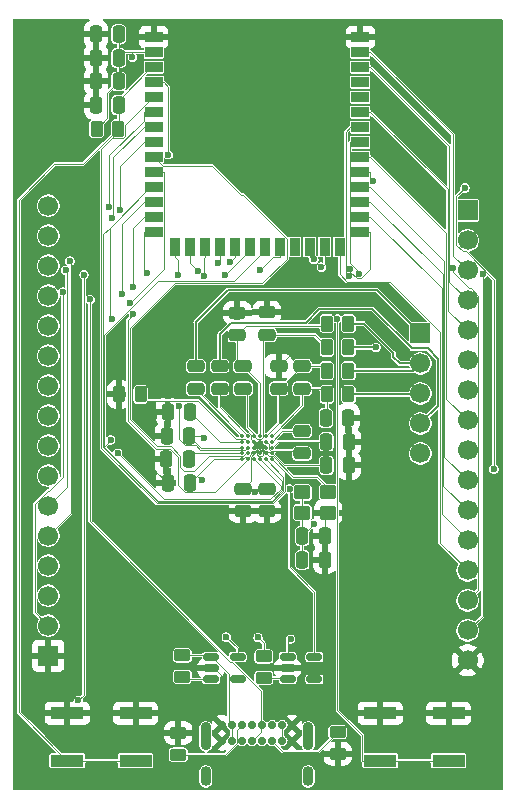
<source format=gbr>
%TF.GenerationSoftware,KiCad,Pcbnew,9.0.3*%
%TF.CreationDate,2025-08-15T22:13:15-04:00*%
%TF.ProjectId,bioimpedance,62696f69-6d70-4656-9461-6e63652e6b69,rev?*%
%TF.SameCoordinates,Original*%
%TF.FileFunction,Copper,L1,Top*%
%TF.FilePolarity,Positive*%
%FSLAX46Y46*%
G04 Gerber Fmt 4.6, Leading zero omitted, Abs format (unit mm)*
G04 Created by KiCad (PCBNEW 9.0.3) date 2025-08-15 22:13:15*
%MOMM*%
%LPD*%
G01*
G04 APERTURE LIST*
G04 Aperture macros list*
%AMRoundRect*
0 Rectangle with rounded corners*
0 $1 Rounding radius*
0 $2 $3 $4 $5 $6 $7 $8 $9 X,Y pos of 4 corners*
0 Add a 4 corners polygon primitive as box body*
4,1,4,$2,$3,$4,$5,$6,$7,$8,$9,$2,$3,0*
0 Add four circle primitives for the rounded corners*
1,1,$1+$1,$2,$3*
1,1,$1+$1,$4,$5*
1,1,$1+$1,$6,$7*
1,1,$1+$1,$8,$9*
0 Add four rect primitives between the rounded corners*
20,1,$1+$1,$2,$3,$4,$5,0*
20,1,$1+$1,$4,$5,$6,$7,0*
20,1,$1+$1,$6,$7,$8,$9,0*
20,1,$1+$1,$8,$9,$2,$3,0*%
G04 Aperture macros list end*
%TA.AperFunction,SMDPad,CuDef*%
%ADD10RoundRect,0.250000X-0.262500X-0.450000X0.262500X-0.450000X0.262500X0.450000X-0.262500X0.450000X0*%
%TD*%
%TA.AperFunction,SMDPad,CuDef*%
%ADD11R,2.800000X1.000000*%
%TD*%
%TA.AperFunction,ComponentPad*%
%ADD12R,1.700000X1.700000*%
%TD*%
%TA.AperFunction,ComponentPad*%
%ADD13C,1.700000*%
%TD*%
%TA.AperFunction,SMDPad,CuDef*%
%ADD14RoundRect,0.250000X-0.450000X-0.350000X0.450000X-0.350000X0.450000X0.350000X-0.450000X0.350000X0*%
%TD*%
%TA.AperFunction,SMDPad,CuDef*%
%ADD15RoundRect,0.250000X0.475000X-0.250000X0.475000X0.250000X-0.475000X0.250000X-0.475000X-0.250000X0*%
%TD*%
%TA.AperFunction,SMDPad,CuDef*%
%ADD16C,0.350000*%
%TD*%
%TA.AperFunction,SMDPad,CuDef*%
%ADD17RoundRect,0.250000X-0.475000X0.250000X-0.475000X-0.250000X0.475000X-0.250000X0.475000X0.250000X0*%
%TD*%
%TA.AperFunction,SMDPad,CuDef*%
%ADD18R,1.500000X0.900000*%
%TD*%
%TA.AperFunction,SMDPad,CuDef*%
%ADD19R,0.900000X1.500000*%
%TD*%
%TA.AperFunction,HeatsinkPad*%
%ADD20C,0.600000*%
%TD*%
%TA.AperFunction,HeatsinkPad*%
%ADD21R,3.900000X3.900000*%
%TD*%
%TA.AperFunction,SMDPad,CuDef*%
%ADD22RoundRect,0.250000X0.250000X0.475000X-0.250000X0.475000X-0.250000X-0.475000X0.250000X-0.475000X0*%
%TD*%
%TA.AperFunction,SMDPad,CuDef*%
%ADD23RoundRect,0.150000X-0.512500X-0.150000X0.512500X-0.150000X0.512500X0.150000X-0.512500X0.150000X0*%
%TD*%
%TA.AperFunction,SMDPad,CuDef*%
%ADD24RoundRect,0.250000X0.450000X-0.262500X0.450000X0.262500X-0.450000X0.262500X-0.450000X-0.262500X0*%
%TD*%
%TA.AperFunction,SMDPad,CuDef*%
%ADD25RoundRect,0.250000X0.262500X0.450000X-0.262500X0.450000X-0.262500X-0.450000X0.262500X-0.450000X0*%
%TD*%
%TA.AperFunction,SMDPad,CuDef*%
%ADD26RoundRect,0.250000X-0.450000X0.262500X-0.450000X-0.262500X0.450000X-0.262500X0.450000X0.262500X0*%
%TD*%
%TA.AperFunction,SMDPad,CuDef*%
%ADD27RoundRect,0.250000X-0.250000X-0.475000X0.250000X-0.475000X0.250000X0.475000X-0.250000X0.475000X0*%
%TD*%
%TA.AperFunction,ComponentPad*%
%ADD28C,0.700000*%
%TD*%
%TA.AperFunction,ComponentPad*%
%ADD29O,0.900000X2.400000*%
%TD*%
%TA.AperFunction,ComponentPad*%
%ADD30O,0.900000X1.700000*%
%TD*%
%TA.AperFunction,ViaPad*%
%ADD31C,0.600000*%
%TD*%
%TA.AperFunction,Conductor*%
%ADD32C,0.100000*%
%TD*%
%TA.AperFunction,Conductor*%
%ADD33C,0.200000*%
%TD*%
G04 APERTURE END LIST*
D10*
%TO.P,R4,1*%
%TO.N,Net-(U2-ECGN)*%
X119587500Y-66000000D03*
%TO.P,R4,2*%
%TO.N,ECGN*%
X121412500Y-66000000D03*
%TD*%
D11*
%TO.P,SW5,1,1*%
%TO.N,GND*%
X97600000Y-93000000D03*
X103400000Y-93000000D03*
%TO.P,SW5,2,2*%
%TO.N,RESET*%
X97600000Y-97000000D03*
X103400000Y-97000000D03*
%TD*%
D12*
%TO.P,J8,1,Pin_1*%
%TO.N,GND*%
X96000000Y-88120000D03*
D13*
%TO.P,J8,2,Pin_2*%
%TO.N,14*%
X96000000Y-85580000D03*
%TO.P,J8,3,Pin_3*%
%TO.N,MOSI*%
X96000000Y-83040000D03*
%TO.P,J8,4,Pin_4*%
%TO.N,MISO*%
X96000000Y-80500000D03*
%TO.P,J8,5,Pin_5*%
%TO.N,11*%
X96000000Y-77960000D03*
%TO.P,J8,6,Pin_6*%
%TO.N,10*%
X96000000Y-75420000D03*
%TO.P,J8,7,Pin_7*%
%TO.N,09*%
X96000000Y-72880000D03*
%TO.P,J8,8,Pin_8*%
%TO.N,46*%
X96000000Y-70340000D03*
%TO.P,J8,9,Pin_9*%
%TO.N,03*%
X96000000Y-67800000D03*
%TO.P,J8,10,Pin_10*%
%TO.N,08*%
X96000000Y-65260000D03*
%TO.P,J8,11,Pin_11*%
%TO.N,SCLK*%
X96000000Y-62720000D03*
%TO.P,J8,12,Pin_12*%
%TO.N,15*%
X96000000Y-60180000D03*
%TO.P,J8,13,Pin_13*%
%TO.N,07*%
X96000000Y-57640000D03*
%TO.P,J8,14,Pin_14*%
%TO.N,06*%
X96000000Y-55100000D03*
%TO.P,J8,15,Pin_15*%
%TO.N,04*%
X96000000Y-52560000D03*
%TO.P,J8,16,Pin_16*%
%TO.N,+3V3*%
X96000000Y-50020000D03*
%TD*%
D14*
%TO.P,Y1,1,EN*%
%TO.N,+3V3*%
X117500000Y-76000000D03*
%TO.P,Y1,2,GND*%
%TO.N,GND*%
X119700000Y-76000000D03*
%TO.P,Y1,3,OUT*%
%TO.N,Net-(U2-FCLK)*%
X119700000Y-74300000D03*
%TO.P,Y1,4,Vcc*%
%TO.N,+3V3*%
X117500000Y-74300000D03*
%TD*%
D15*
%TO.P,C18,1*%
%TO.N,Net-(U2-BIN)*%
X112490000Y-65500000D03*
%TO.P,C18,2*%
%TO.N,Net-(U2-BIP)*%
X112490000Y-63600000D03*
%TD*%
D16*
%TO.P,U2,A1,DRVP*%
%TO.N,Net-(U2-DRVP)*%
X112425000Y-69500000D03*
%TO.P,U2,A2,DRVN*%
%TO.N,Net-(U2-DRVN)*%
X112925000Y-69500000D03*
%TO.P,U2,A3,BIN*%
%TO.N,Net-(U2-BIN)*%
X113425000Y-69500000D03*
%TO.P,U2,A4,BIP*%
%TO.N,Net-(U2-BIP)*%
X113925000Y-69500000D03*
%TO.P,U2,A5,ECGP*%
%TO.N,Net-(U2-ECGP)*%
X114425000Y-69500000D03*
%TO.P,U2,A6,ECGN*%
%TO.N,Net-(U2-ECGN)*%
X114925000Y-69500000D03*
%TO.P,U2,B1,VBG*%
%TO.N,Net-(U2-VBG)*%
X112425000Y-70000000D03*
%TO.P,U2,B2,RBIAS*%
%TO.N,Net-(U2-RBIAS)*%
X112925000Y-70000000D03*
%TO.P,U2,B3,AGND*%
%TO.N,GND*%
X113425000Y-70000000D03*
%TO.P,U2,B4,AGND*%
X113925000Y-70000000D03*
%TO.P,U2,B5,CAPN*%
%TO.N,Net-(U2-CAPN)*%
X114425000Y-70000000D03*
%TO.P,U2,B6,CAPP*%
%TO.N,Net-(U2-CAPP)*%
X114925000Y-70000000D03*
%TO.P,U2,C1,VCM*%
%TO.N,BIAS*%
X112425000Y-70500000D03*
%TO.P,U2,C2,AOUT*%
%TO.N,AOUT*%
X112925000Y-70500000D03*
%TO.P,U2,C3,AGND*%
%TO.N,GND*%
X113425000Y-70500000D03*
%TO.P,U2,C4,AGND*%
X113925000Y-70500000D03*
%TO.P,U2,C5,DGND*%
X114425000Y-70500000D03*
%TO.P,U2,C6,CPLL*%
%TO.N,Net-(U2-CPLL)*%
X114925000Y-70500000D03*
%TO.P,U2,D1,VREF*%
%TO.N,Net-(U2-VREF)*%
X112425000Y-71000000D03*
%TO.P,U2,D2,INTB*%
%TO.N,INTB*%
X112925000Y-71000000D03*
%TO.P,U2,D3,OVDD*%
%TO.N,+3V3*%
X113425000Y-71000000D03*
%TO.P,U2,D4,AGND*%
%TO.N,GND*%
X113925000Y-71000000D03*
%TO.P,U2,D5,FCLK*%
%TO.N,Net-(U2-FCLK)*%
X114425000Y-71000000D03*
%TO.P,U2,D6,DVDD*%
%TO.N,+1V8*%
X114925000Y-71000000D03*
%TO.P,U2,E1,AVDD*%
X112425000Y-71500000D03*
%TO.P,U2,E2,INT2B*%
%TO.N,INT2B*%
X112925000Y-71500000D03*
%TO.P,U2,E3,SDO*%
%TO.N,MISO*%
X113425000Y-71500000D03*
%TO.P,U2,E4,SDI*%
%TO.N,MOSI*%
X113925000Y-71500000D03*
%TO.P,U2,E5,SCLK*%
%TO.N,SCLK*%
X114425000Y-71500000D03*
%TO.P,U2,E6,CSB*%
%TO.N,CSB*%
X114925000Y-71500000D03*
%TD*%
D17*
%TO.P,C22,1*%
%TO.N,+3V3*%
X114500000Y-74000000D03*
%TO.P,C22,2*%
%TO.N,GND*%
X114500000Y-75900000D03*
%TD*%
D18*
%TO.P,U1,1,GND*%
%TO.N,GND*%
X104925000Y-35740000D03*
%TO.P,U1,2,3V3*%
%TO.N,+3V3*%
X104925000Y-37010000D03*
%TO.P,U1,3,EN*%
%TO.N,RESET*%
X104925000Y-38280000D03*
%TO.P,U1,4,IO4*%
%TO.N,04*%
X104925000Y-39550000D03*
%TO.P,U1,5,IO5*%
%TO.N,CSB*%
X104925000Y-40820000D03*
%TO.P,U1,6,IO6*%
%TO.N,06*%
X104925000Y-42090000D03*
%TO.P,U1,7,IO7*%
%TO.N,07*%
X104925000Y-43360000D03*
%TO.P,U1,8,IO15*%
%TO.N,15*%
X104925000Y-44630000D03*
%TO.P,U1,9,IO16*%
%TO.N,INTB*%
X104925000Y-45900000D03*
%TO.P,U1,10,IO17*%
%TO.N,INT2B*%
X104925000Y-47170000D03*
%TO.P,U1,11,IO18*%
%TO.N,SCLK*%
X104925000Y-48440000D03*
%TO.P,U1,12,IO8*%
%TO.N,08*%
X104925000Y-49710000D03*
%TO.P,U1,13,USB_D-*%
%TO.N,D-*%
X104925000Y-50980000D03*
%TO.P,U1,14,USB_D+*%
%TO.N,D+*%
X104925000Y-52250000D03*
D19*
%TO.P,U1,15,IO3*%
%TO.N,03*%
X106690000Y-53500000D03*
%TO.P,U1,16,IO46*%
%TO.N,46*%
X107960000Y-53500000D03*
%TO.P,U1,17,IO9*%
%TO.N,09*%
X109230000Y-53500000D03*
%TO.P,U1,18,IO10*%
%TO.N,10*%
X110500000Y-53500000D03*
%TO.P,U1,19,IO11*%
%TO.N,11*%
X111770000Y-53500000D03*
%TO.P,U1,20,IO12*%
%TO.N,MISO*%
X113040000Y-53500000D03*
%TO.P,U1,21,IO13*%
%TO.N,MOSI*%
X114310000Y-53500000D03*
%TO.P,U1,22,IO14*%
%TO.N,14*%
X115580000Y-53500000D03*
%TO.P,U1,23,IO21*%
%TO.N,unconnected-(U1-IO21-Pad23)*%
X116850000Y-53500000D03*
%TO.P,U1,24,IO47*%
%TO.N,47*%
X118120000Y-53500000D03*
%TO.P,U1,25,IO48*%
%TO.N,48*%
X119390000Y-53500000D03*
%TO.P,U1,26,IO45*%
%TO.N,45*%
X120660000Y-53500000D03*
D18*
%TO.P,U1,27,IO0*%
%TO.N,BOOT*%
X122425000Y-52250000D03*
%TO.P,U1,28,IO35*%
%TO.N,35*%
X122425000Y-50980000D03*
%TO.P,U1,29,IO36*%
%TO.N,36*%
X122425000Y-49710000D03*
%TO.P,U1,30,IO37*%
%TO.N,37*%
X122425000Y-48440000D03*
%TO.P,U1,31,IO38*%
%TO.N,38*%
X122425000Y-47170000D03*
%TO.P,U1,32,IO39*%
%TO.N,39*%
X122425000Y-45900000D03*
%TO.P,U1,33,IO40*%
%TO.N,40*%
X122425000Y-44630000D03*
%TO.P,U1,34,IO41*%
%TO.N,41*%
X122425000Y-43360000D03*
%TO.P,U1,35,IO42*%
%TO.N,42*%
X122425000Y-42090000D03*
%TO.P,U1,36,RXD0*%
%TO.N,unconnected-(U1-RXD0-Pad36)*%
X122425000Y-40820000D03*
%TO.P,U1,37,TXD0*%
%TO.N,unconnected-(U1-TXD0-Pad37)*%
X122425000Y-39550000D03*
%TO.P,U1,38,IO2*%
%TO.N,02*%
X122425000Y-38280000D03*
%TO.P,U1,39,IO1*%
%TO.N,01*%
X122425000Y-37010000D03*
%TO.P,U1,40,GND*%
%TO.N,GND*%
X122425000Y-35740000D03*
D20*
%TO.P,U1,41,GND*%
X110775000Y-42760000D03*
X110775000Y-44160000D03*
X111475000Y-42060000D03*
X111475000Y-43460000D03*
X111475000Y-44860000D03*
X112175000Y-42760000D03*
D21*
X112175000Y-43460000D03*
D20*
X112175000Y-44160000D03*
X112875000Y-42060000D03*
X112875000Y-43460000D03*
X112875000Y-44860000D03*
X113575000Y-42760000D03*
X113575000Y-44160000D03*
%TD*%
D22*
%TO.P,C24,1*%
%TO.N,+3V3*%
X101950000Y-37500000D03*
%TO.P,C24,2*%
%TO.N,GND*%
X100050000Y-37500000D03*
%TD*%
D23*
%TO.P,U3,1,VIN*%
%TO.N,VBUS*%
X109752700Y-88225000D03*
%TO.P,U3,2,GND*%
%TO.N,GND*%
X109752700Y-89175000D03*
%TO.P,U3,3,EN*%
%TO.N,Net-(U3-EN)*%
X109752700Y-90125000D03*
%TO.P,U3,4,NC*%
%TO.N,unconnected-(U3-NC-Pad4)*%
X112027700Y-90125000D03*
%TO.P,U3,5,VOUT*%
%TO.N,+3V3*%
X112027700Y-88225000D03*
%TD*%
D15*
%TO.P,C1,1*%
%TO.N,Net-(U2-CAPN)*%
X117500000Y-71000000D03*
%TO.P,C1,2*%
%TO.N,Net-(U2-CAPP)*%
X117500000Y-69100000D03*
%TD*%
D22*
%TO.P,C11,1*%
%TO.N,Net-(U2-VREF)*%
X107900000Y-71500000D03*
%TO.P,C11,2*%
%TO.N,GND*%
X106000000Y-71500000D03*
%TD*%
D15*
%TO.P,C14,1*%
%TO.N,Net-(U2-DRVN)*%
X110500000Y-65500000D03*
%TO.P,C14,2*%
%TO.N,DVRN*%
X110500000Y-63600000D03*
%TD*%
D12*
%TO.P,J6,1,Pin_1*%
%TO.N,+3V3*%
X131500000Y-50420000D03*
D13*
%TO.P,J6,2,Pin_2*%
%TO.N,AOUT*%
X131500000Y-52960000D03*
%TO.P,J6,3,Pin_3*%
%TO.N,01*%
X131500000Y-55500000D03*
%TO.P,J6,4,Pin_4*%
%TO.N,02*%
X131500000Y-58040000D03*
%TO.P,J6,5,Pin_5*%
%TO.N,42*%
X131500000Y-60580000D03*
%TO.P,J6,6,Pin_6*%
%TO.N,41*%
X131500000Y-63120000D03*
%TO.P,J6,7,Pin_7*%
%TO.N,40*%
X131500000Y-65660000D03*
%TO.P,J6,8,Pin_8*%
%TO.N,39*%
X131500000Y-68200000D03*
%TO.P,J6,9,Pin_9*%
%TO.N,38*%
X131500000Y-70740000D03*
%TO.P,J6,10,Pin_10*%
%TO.N,37*%
X131500000Y-73280000D03*
%TO.P,J6,11,Pin_11*%
%TO.N,36*%
X131500000Y-75820000D03*
%TO.P,J6,12,Pin_12*%
%TO.N,35*%
X131500000Y-78360000D03*
%TO.P,J6,13,Pin_13*%
%TO.N,45*%
X131500000Y-80900000D03*
%TO.P,J6,14,Pin_14*%
%TO.N,48*%
X131500000Y-83440000D03*
%TO.P,J6,15,Pin_15*%
%TO.N,47*%
X131500000Y-85980000D03*
%TO.P,J6,16,Pin_16*%
%TO.N,GND*%
X131500000Y-88520000D03*
%TD*%
D11*
%TO.P,SW6,1,1*%
%TO.N,GND*%
X124100000Y-93000000D03*
X129900000Y-93000000D03*
%TO.P,SW6,2,2*%
%TO.N,BOOT*%
X124100000Y-97000000D03*
X129900000Y-97000000D03*
%TD*%
D22*
%TO.P,C12,1*%
%TO.N,Net-(U2-VBG)*%
X108000000Y-67500000D03*
%TO.P,C12,2*%
%TO.N,GND*%
X106100000Y-67500000D03*
%TD*%
D24*
%TO.P,R16,1*%
%TO.N,Net-(J3-CC1)*%
X107000000Y-96500000D03*
%TO.P,R16,2*%
%TO.N,GND*%
X107000000Y-94675000D03*
%TD*%
D22*
%TO.P,C8,1*%
%TO.N,RESET*%
X101950000Y-41500000D03*
%TO.P,C8,2*%
%TO.N,GND*%
X100050000Y-41500000D03*
%TD*%
D25*
%TO.P,R2,1*%
%TO.N,Net-(U2-RBIAS)*%
X103825000Y-66000000D03*
%TO.P,R2,2*%
%TO.N,GND*%
X102000000Y-66000000D03*
%TD*%
D10*
%TO.P,R5,1*%
%TO.N,Net-(U2-BIN)*%
X119587500Y-62000000D03*
%TO.P,R5,2*%
%TO.N,ECGN*%
X121412500Y-62000000D03*
%TD*%
D22*
%TO.P,C9,1*%
%TO.N,GND*%
X121450000Y-70000000D03*
%TO.P,C9,2*%
%TO.N,Net-(U2-CPLL)*%
X119550000Y-70000000D03*
%TD*%
%TO.P,C10,1*%
%TO.N,BIAS*%
X107950000Y-69500000D03*
%TO.P,C10,2*%
%TO.N,GND*%
X106050000Y-69500000D03*
%TD*%
D26*
%TO.P,R8,1*%
%TO.N,+3V3*%
X114252700Y-88175000D03*
%TO.P,R8,2*%
%TO.N,Net-(U4-EN)*%
X114252700Y-90000000D03*
%TD*%
D23*
%TO.P,U4,1,VIN*%
%TO.N,+3V3*%
X116252700Y-88225000D03*
%TO.P,U4,2,GND*%
%TO.N,GND*%
X116252700Y-89175000D03*
%TO.P,U4,3,EN*%
%TO.N,Net-(U4-EN)*%
X116252700Y-90125000D03*
%TO.P,U4,4,NC*%
%TO.N,unconnected-(U4-NC-Pad4)*%
X118527700Y-90125000D03*
%TO.P,U4,5,VOUT*%
%TO.N,+1V8*%
X118527700Y-88225000D03*
%TD*%
D22*
%TO.P,C5,1*%
%TO.N,+3V3*%
X101950000Y-35500000D03*
%TO.P,C5,2*%
%TO.N,GND*%
X100050000Y-35500000D03*
%TD*%
D26*
%TO.P,R15,1*%
%TO.N,Net-(J3-CC2)*%
X120500000Y-94587500D03*
%TO.P,R15,2*%
%TO.N,GND*%
X120500000Y-96412500D03*
%TD*%
D17*
%TO.P,C20,1*%
%TO.N,GND*%
X112000000Y-59100000D03*
%TO.P,C20,2*%
%TO.N,Net-(U2-BIP)*%
X112000000Y-61000000D03*
%TD*%
D22*
%TO.P,C6,1*%
%TO.N,+3V3*%
X101950000Y-39500000D03*
%TO.P,C6,2*%
%TO.N,GND*%
X100050000Y-39500000D03*
%TD*%
D27*
%TO.P,C3,1*%
%TO.N,+3V3*%
X117500000Y-80000000D03*
%TO.P,C3,2*%
%TO.N,GND*%
X119400000Y-80000000D03*
%TD*%
D22*
%TO.P,C21,1*%
%TO.N,+1V8*%
X108000000Y-73500000D03*
%TO.P,C21,2*%
%TO.N,GND*%
X106100000Y-73500000D03*
%TD*%
D17*
%TO.P,C4,1*%
%TO.N,+3V3*%
X112500000Y-74000000D03*
%TO.P,C4,2*%
%TO.N,GND*%
X112500000Y-75900000D03*
%TD*%
D27*
%TO.P,C17,1*%
%TO.N,Net-(U2-ECGN)*%
X119500000Y-68000000D03*
%TO.P,C17,2*%
%TO.N,GND*%
X121400000Y-68000000D03*
%TD*%
D17*
%TO.P,C16,1*%
%TO.N,Net-(U2-ECGP)*%
X117500000Y-63600000D03*
%TO.P,C16,2*%
%TO.N,Net-(U2-ECGN)*%
X117500000Y-65500000D03*
%TD*%
D26*
%TO.P,R7,1*%
%TO.N,VBUS*%
X107340200Y-88087500D03*
%TO.P,R7,2*%
%TO.N,Net-(U3-EN)*%
X107340200Y-89912500D03*
%TD*%
D25*
%TO.P,R6,1*%
%TO.N,ECGP*%
X121412500Y-60000000D03*
%TO.P,R6,2*%
%TO.N,Net-(U2-BIP)*%
X119587500Y-60000000D03*
%TD*%
D27*
%TO.P,C2,1*%
%TO.N,+3V3*%
X117500000Y-77990000D03*
%TO.P,C2,2*%
%TO.N,GND*%
X119400000Y-77990000D03*
%TD*%
D10*
%TO.P,R3,1*%
%TO.N,Net-(U2-ECGP)*%
X119587500Y-64000000D03*
%TO.P,R3,2*%
%TO.N,ECGP*%
X121412500Y-64000000D03*
%TD*%
D15*
%TO.P,C19,1*%
%TO.N,Net-(U2-BIN)*%
X114500000Y-60950000D03*
%TO.P,C19,2*%
%TO.N,GND*%
X114500000Y-59050000D03*
%TD*%
D27*
%TO.P,C23,1*%
%TO.N,+1V8*%
X119550000Y-72000000D03*
%TO.P,C23,2*%
%TO.N,GND*%
X121450000Y-72000000D03*
%TD*%
D15*
%TO.P,C15,1*%
%TO.N,Net-(U2-ECGP)*%
X115500000Y-65500000D03*
%TO.P,C15,2*%
%TO.N,GND*%
X115500000Y-63600000D03*
%TD*%
D10*
%TO.P,R1,1*%
%TO.N,+3V3*%
X100087500Y-43500000D03*
%TO.P,R1,2*%
%TO.N,RESET*%
X101912500Y-43500000D03*
%TD*%
D28*
%TO.P,J3,A1,GND*%
%TO.N,GND*%
X110700000Y-93975000D03*
%TO.P,J3,A4,VBUS*%
%TO.N,VBUS*%
X111550000Y-93975000D03*
%TO.P,J3,A5,CC1*%
%TO.N,Net-(J3-CC1)*%
X112400000Y-93975000D03*
%TO.P,J3,A6,D+*%
%TO.N,D+*%
X113250000Y-93975000D03*
%TO.P,J3,A7,D-*%
%TO.N,D-*%
X114100000Y-93975000D03*
%TO.P,J3,A8,SBU1*%
%TO.N,unconnected-(J3-SBU1-PadA8)*%
X114950000Y-93975000D03*
%TO.P,J3,A9,VBUS*%
%TO.N,VBUS*%
X115800000Y-93975000D03*
%TO.P,J3,A12,GND*%
%TO.N,GND*%
X116650000Y-93975000D03*
%TO.P,J3,B1,GND*%
X116650000Y-95325000D03*
%TO.P,J3,B4,VBUS*%
%TO.N,VBUS*%
X115800000Y-95325000D03*
%TO.P,J3,B5,CC2*%
%TO.N,Net-(J3-CC2)*%
X114950000Y-95325000D03*
%TO.P,J3,B6,D+*%
%TO.N,D+*%
X114100000Y-95325000D03*
%TO.P,J3,B7,D-*%
%TO.N,D-*%
X113250000Y-95325000D03*
%TO.P,J3,B8,SBU2*%
%TO.N,unconnected-(J3-SBU2-PadB8)*%
X112400000Y-95325000D03*
%TO.P,J3,B9,VBUS*%
%TO.N,VBUS*%
X111550000Y-95325000D03*
%TO.P,J3,B12,GND*%
%TO.N,GND*%
X110700000Y-95325000D03*
D29*
%TO.P,J3,S1,SHIELD*%
%TO.N,unconnected-(J3-SHIELD-PadS1)_2*%
X109350000Y-94955000D03*
D30*
%TO.N,unconnected-(J3-SHIELD-PadS1)_3*%
X109350000Y-98335000D03*
D29*
%TO.N,unconnected-(J3-SHIELD-PadS1)*%
X118000000Y-94955000D03*
D30*
%TO.N,unconnected-(J3-SHIELD-PadS1)_1*%
X118000000Y-98335000D03*
%TD*%
D15*
%TO.P,C13,1*%
%TO.N,Net-(U2-DRVP)*%
X108500000Y-65500000D03*
%TO.P,C13,2*%
%TO.N,DVRP*%
X108500000Y-63600000D03*
%TD*%
D12*
%TO.P,J1,1,Pin_1*%
%TO.N,DVRP*%
X127500000Y-60840000D03*
D13*
%TO.P,J1,2,Pin_2*%
%TO.N,ECGP*%
X127500000Y-63380000D03*
%TO.P,J1,3,Pin_3*%
%TO.N,ECGN*%
X127500000Y-65920000D03*
%TO.P,J1,4,Pin_4*%
%TO.N,DVRN*%
X127500000Y-68460000D03*
%TO.P,J1,5,Pin_5*%
%TO.N,BIAS*%
X127500000Y-71000000D03*
%TD*%
D31*
%TO.N,GND*%
X104820000Y-72450000D03*
X112070000Y-68000000D03*
X116520000Y-62100000D03*
X105160000Y-65640000D03*
X104930000Y-67890000D03*
X118800000Y-96970000D03*
X119100000Y-95030000D03*
%TO.N,MOSI*%
X101280000Y-69840000D03*
%TO.N,+3V3*%
X113520000Y-74240000D03*
X118510000Y-76950000D03*
%TO.N,INT2B*%
X102911100Y-58255600D03*
X103193800Y-59198800D03*
%TO.N,07*%
X101393500Y-51065100D03*
%TO.N,10*%
X97471700Y-55488000D03*
X110383800Y-54898700D03*
%TO.N,04*%
X106154300Y-45700000D03*
%TO.N,15*%
X102031400Y-50342600D03*
%TO.N,08*%
X102199100Y-57524800D03*
%TO.N,14*%
X97223400Y-57331600D03*
X113950700Y-55438000D03*
%TO.N,06*%
X101141800Y-50130500D03*
%TO.N,03*%
X106957300Y-55857000D03*
%TO.N,11*%
X97822300Y-54697100D03*
X111363200Y-54772800D03*
%TO.N,09*%
X109166500Y-55990800D03*
%TO.N,40*%
X122292400Y-55790000D03*
%TO.N,38*%
X133726400Y-72312500D03*
X131275000Y-48510000D03*
X123508400Y-47931000D03*
%TO.N,46*%
X108684600Y-55588400D03*
%TO.N,48*%
X130302800Y-55302600D03*
X119112600Y-55225300D03*
%TO.N,AOUT*%
X107066300Y-67010000D03*
%TO.N,47*%
X118480200Y-54573900D03*
X132762400Y-55821100D03*
%TO.N,41*%
X121428400Y-55996800D03*
%TO.N,MISO*%
X110960000Y-55880000D03*
X101870000Y-70970000D03*
%TO.N,SCLK*%
X101393500Y-59631500D03*
%TO.N,BOOT*%
X121552300Y-55366400D03*
X120484000Y-59585300D03*
%TO.N,D+*%
X104328900Y-55740400D03*
X99021100Y-55861500D03*
X98546700Y-91912500D03*
%TO.N,D-*%
X99542100Y-57957900D03*
X103143000Y-56936200D03*
%TO.N,ECGN*%
X123750000Y-62010000D03*
%TO.N,+1V8*%
X116424500Y-73997800D03*
X108989500Y-73273400D03*
%TO.N,BIAS*%
X109140000Y-69690000D03*
%TO.N,+3V3*%
X116519100Y-86699700D03*
X113750300Y-86568200D03*
X111068200Y-86535000D03*
X103118900Y-37450500D03*
%TD*%
D32*
%TO.N,GND*%
X113425000Y-70000000D02*
X113189000Y-69764000D01*
X112070000Y-68301978D02*
X112070000Y-68000000D01*
X113189000Y-69764000D02*
X113189000Y-69420978D01*
X113189000Y-69420978D02*
X112070000Y-68301978D01*
X110045000Y-89175000D02*
X110770000Y-89900000D01*
X109752700Y-89175000D02*
X110045000Y-89175000D01*
%TO.N,Net-(U2-BIN)*%
X113425000Y-69500000D02*
X113425000Y-69325000D01*
X113425000Y-69325000D02*
X112850000Y-68750000D01*
X112850000Y-68750000D02*
X112850000Y-65860000D01*
X112850000Y-65860000D02*
X112490000Y-65500000D01*
%TO.N,GND*%
X104820000Y-72450000D02*
X104810000Y-72450000D01*
X105050000Y-72450000D02*
X104820000Y-72450000D01*
X106100000Y-73500000D02*
X105050000Y-72450000D01*
%TO.N,BOOT*%
X120484000Y-59585300D02*
X120484000Y-92744000D01*
X120484000Y-92744000D02*
X122600000Y-94860000D01*
X122600000Y-97000000D02*
X124100000Y-97000000D01*
X122600000Y-94860000D02*
X122600000Y-97000000D01*
%TO.N,GND*%
X116520000Y-62580000D02*
X116520000Y-62100000D01*
X115500000Y-63600000D02*
X116520000Y-62580000D01*
%TO.N,MOSI*%
X101280000Y-69850000D02*
X101280000Y-69840000D01*
X100722000Y-70408000D02*
X101280000Y-69850000D01*
%TO.N,14*%
X96000000Y-85580000D02*
X94850000Y-84430000D01*
X94850000Y-75259600D02*
X95959600Y-74150000D01*
X97223400Y-72994900D02*
X97223400Y-57331600D01*
X94850000Y-84430000D02*
X94850000Y-75259600D01*
X95959600Y-74150000D02*
X96068300Y-74150000D01*
X96068300Y-74150000D02*
X97223400Y-72994900D01*
%TO.N,+3V3*%
X113161000Y-71264000D02*
X113161000Y-73339000D01*
X113520000Y-74240000D02*
X113760000Y-74000000D01*
X113760000Y-74000000D02*
X114500000Y-74000000D01*
X112500000Y-74000000D02*
X113280000Y-74000000D01*
X113280000Y-74000000D02*
X113520000Y-74240000D01*
X118510000Y-76950000D02*
X118510000Y-76980000D01*
X118510000Y-76980000D02*
X117500000Y-77990000D01*
%TO.N,INTB*%
X112925000Y-71000000D02*
X112758755Y-71000000D01*
X112758755Y-71000000D02*
X112522755Y-71236000D01*
X112522755Y-71236000D02*
X109584000Y-71236000D01*
X109879000Y-46659000D02*
X105684000Y-46659000D01*
X109584000Y-71236000D02*
X108370000Y-72450000D01*
X107190000Y-71190000D02*
X106380000Y-70380000D01*
X105180000Y-70380000D02*
X102910000Y-68110000D01*
X116200000Y-54510000D02*
X116200000Y-52798000D01*
X108370000Y-72450000D02*
X107510000Y-72450000D01*
X107510000Y-72450000D02*
X107190000Y-72130000D01*
X102910000Y-68110000D02*
X102910000Y-60400000D01*
X107190000Y-72130000D02*
X107190000Y-71190000D01*
X106380000Y-70380000D02*
X105180000Y-70380000D01*
X102910000Y-60400000D02*
X106710000Y-56600000D01*
X106710000Y-56600000D02*
X114110000Y-56600000D01*
X114110000Y-56600000D02*
X116200000Y-54510000D01*
X116200000Y-52798000D02*
X112482000Y-49080000D01*
X112482000Y-49080000D02*
X112300000Y-49080000D01*
X112300000Y-49080000D02*
X109879000Y-46659000D01*
X105684000Y-46659000D02*
X104925000Y-45900000D01*
%TO.N,INT2B*%
X105130000Y-70610000D02*
X106319200Y-70610000D01*
X110124300Y-74300700D02*
X112925000Y-71500000D01*
X102730000Y-59662600D02*
X102730000Y-68210000D01*
X103193800Y-59198800D02*
X102730000Y-59662600D01*
X106970000Y-73657500D02*
X107613200Y-74300700D01*
X102730000Y-68210000D02*
X105130000Y-70610000D01*
X106970000Y-71260800D02*
X106970000Y-73657500D01*
X107613200Y-74300700D02*
X110124300Y-74300700D01*
X106319200Y-70610000D02*
X106970000Y-71260800D01*
%TO.N,Net-(U2-FCLK)*%
X119700000Y-73900000D02*
X119700000Y-74300000D01*
X118790000Y-72990000D02*
X119700000Y-73900000D01*
X116758000Y-72990000D02*
X118790000Y-72990000D01*
X115004000Y-71236000D02*
X116758000Y-72990000D01*
X114661000Y-71236000D02*
X115004000Y-71236000D01*
X114425000Y-71000000D02*
X114661000Y-71236000D01*
%TO.N,INT2B*%
X104925000Y-47170000D02*
X105775000Y-47170000D01*
X105775000Y-55391700D02*
X102911100Y-58255600D01*
X105775000Y-47170000D02*
X105775000Y-55391700D01*
%TO.N,CSB*%
X116000000Y-72575000D02*
X114925000Y-71500000D01*
X116000000Y-74200000D02*
X116000000Y-72575000D01*
X114990000Y-75210000D02*
X116000000Y-74200000D01*
X105210000Y-75210000D02*
X114990000Y-75210000D01*
X100500000Y-70500000D02*
X105210000Y-75210000D01*
X100500000Y-45193000D02*
X100500000Y-70500000D01*
X101473000Y-44219900D02*
X100500000Y-45193000D01*
X101514000Y-44261000D02*
X101473000Y-44219900D01*
X102311000Y-44261000D02*
X101514000Y-44261000D01*
X102486000Y-44085700D02*
X102311000Y-44261000D01*
X102486000Y-43207000D02*
X102486000Y-44085700D01*
X104873000Y-40820000D02*
X102486000Y-43207000D01*
X104925000Y-40820000D02*
X104873000Y-40820000D01*
%TO.N,Net-(U4-EN)*%
X116127700Y-90000000D02*
X116252700Y-90125000D01*
X114252700Y-90000000D02*
X116127700Y-90000000D01*
%TO.N,Net-(U3-EN)*%
X107552700Y-90125000D02*
X107340200Y-89912500D01*
X109752700Y-90125000D02*
X107552700Y-90125000D01*
%TO.N,Net-(U2-RBIAS)*%
X104345000Y-66520000D02*
X103825000Y-66000000D01*
X108660000Y-66520000D02*
X104345000Y-66520000D01*
X111876000Y-69736000D02*
X108660000Y-66520000D01*
X112661000Y-69736000D02*
X111876000Y-69736000D01*
X112925000Y-70000000D02*
X112661000Y-69736000D01*
%TO.N,07*%
X104925000Y-43360000D02*
X104075000Y-43360000D01*
X101503500Y-45931500D02*
X104075000Y-43360000D01*
X101503500Y-50955100D02*
X101503500Y-45931500D01*
X101393500Y-51065100D02*
X101503500Y-50955100D01*
%TO.N,10*%
X110500000Y-54782500D02*
X110383800Y-54898700D01*
X110500000Y-53500000D02*
X110500000Y-54782500D01*
X97585100Y-55601400D02*
X97471700Y-55488000D01*
X97585100Y-73834900D02*
X97585100Y-55601400D01*
X96000000Y-75420000D02*
X97585100Y-73834900D01*
%TO.N,04*%
X106154300Y-39929300D02*
X105775000Y-39550000D01*
X106154300Y-45700000D02*
X106154300Y-39929300D01*
X104925000Y-39550000D02*
X105775000Y-39550000D01*
%TO.N,15*%
X102031400Y-46673600D02*
X104075000Y-44630000D01*
X102031400Y-50342600D02*
X102031400Y-46673600D01*
X104925000Y-44630000D02*
X104075000Y-44630000D01*
%TO.N,01*%
X122425000Y-37010000D02*
X123275000Y-37010000D01*
X130246100Y-43981100D02*
X123275000Y-37010000D01*
X130246100Y-54246100D02*
X130246100Y-43981100D01*
X131500000Y-55500000D02*
X130246100Y-54246100D01*
%TO.N,08*%
X104925000Y-49710000D02*
X104075000Y-49710000D01*
X102199100Y-51585900D02*
X102199100Y-57524800D01*
X104075000Y-49710000D02*
X102199100Y-51585900D01*
%TO.N,14*%
X115038700Y-54350000D02*
X115580000Y-54350000D01*
X113950700Y-55438000D02*
X115038700Y-54350000D01*
X115580000Y-53500000D02*
X115580000Y-54350000D01*
%TO.N,06*%
X104075000Y-42822400D02*
X104075000Y-42090000D01*
X101141800Y-45755600D02*
X104075000Y-42822400D01*
X101141800Y-50130500D02*
X101141800Y-45755600D01*
X104925000Y-42090000D02*
X104075000Y-42090000D01*
%TO.N,36*%
X122425000Y-49710000D02*
X123275000Y-49710000D01*
X129406600Y-55841600D02*
X123275000Y-49710000D01*
X129406600Y-73726600D02*
X129406600Y-55841600D01*
X131500000Y-75820000D02*
X129406600Y-73726600D01*
%TO.N,03*%
X106690000Y-53500000D02*
X106690000Y-54350000D01*
X106957300Y-54617300D02*
X106957300Y-55857000D01*
X106690000Y-54350000D02*
X106957300Y-54617300D01*
%TO.N,35*%
X122425000Y-50980000D02*
X123275000Y-50980000D01*
X129294900Y-56999900D02*
X123275000Y-50980000D01*
X129294900Y-76154900D02*
X129294900Y-56999900D01*
X131500000Y-78360000D02*
X129294900Y-76154900D01*
%TO.N,02*%
X122425000Y-38280000D02*
X123275000Y-38280000D01*
X129941100Y-56481100D02*
X131500000Y-58040000D01*
X129941100Y-44946100D02*
X129941100Y-56481100D01*
X123275000Y-38280000D02*
X129941100Y-44946100D01*
%TO.N,11*%
X97890200Y-54765000D02*
X97822300Y-54697100D01*
X97890200Y-76069800D02*
X97890200Y-54765000D01*
X96000000Y-77960000D02*
X97890200Y-76069800D01*
X111770000Y-54366000D02*
X111770000Y-53500000D01*
X111363200Y-54772800D02*
X111770000Y-54366000D01*
%TO.N,09*%
X109166500Y-54413500D02*
X109230000Y-54350000D01*
X109166500Y-55990800D02*
X109166500Y-54413500D01*
X109230000Y-53500000D02*
X109230000Y-54350000D01*
%TO.N,40*%
X122425000Y-44630000D02*
X121575000Y-44630000D01*
X121575000Y-54877700D02*
X121575000Y-44630000D01*
X121575100Y-54877700D02*
X121575000Y-54877700D01*
X122292400Y-55595000D02*
X121575100Y-54877700D01*
X122292400Y-55790000D02*
X122292400Y-55595000D01*
%TO.N,38*%
X123275000Y-47697600D02*
X123275000Y-47170000D01*
X123508400Y-47931000D02*
X123275000Y-47697600D01*
X122425000Y-47170000D02*
X123275000Y-47170000D01*
X130559000Y-49226000D02*
X131275000Y-48510000D01*
X130559000Y-53308300D02*
X130559000Y-49226000D01*
X131122400Y-53871700D02*
X130559000Y-53308300D01*
X131324500Y-53871700D02*
X131122400Y-53871700D01*
X133726400Y-56273600D02*
X131324500Y-53871700D01*
X133726400Y-72312500D02*
X133726400Y-56273600D01*
%TO.N,39*%
X122425000Y-45900000D02*
X123275000Y-45900000D01*
X129695100Y-52320100D02*
X123275000Y-45900000D01*
X129695100Y-66395100D02*
X129695100Y-52320100D01*
X131500000Y-68200000D02*
X129695100Y-66395100D01*
%TO.N,46*%
X107960000Y-54863800D02*
X108684600Y-55588400D01*
X107960000Y-53500000D02*
X107960000Y-54863800D01*
%TO.N,48*%
X130302800Y-55646900D02*
X130302800Y-55302600D01*
X131652800Y-56996900D02*
X130302800Y-55646900D01*
X131771500Y-56996900D02*
X131652800Y-56996900D01*
X132412800Y-57638200D02*
X131771500Y-56996900D01*
X132412800Y-82527200D02*
X132412800Y-57638200D01*
X131500000Y-83440000D02*
X132412800Y-82527200D01*
X119390000Y-54947900D02*
X119390000Y-53500000D01*
X119112600Y-55225300D02*
X119390000Y-54947900D01*
%TO.N,37*%
X129521300Y-71301300D02*
X131500000Y-73280000D01*
X129521300Y-54686300D02*
X129521300Y-71301300D01*
X123275000Y-48440000D02*
X129521300Y-54686300D01*
X122425000Y-48440000D02*
X123275000Y-48440000D01*
%TO.N,AOUT*%
X107066300Y-69811900D02*
X107066300Y-67010000D01*
X107575900Y-70321500D02*
X107066300Y-69811900D01*
X108469000Y-70321500D02*
X107575900Y-70321500D01*
X108884200Y-70736700D02*
X108469000Y-70321500D01*
X112688300Y-70736700D02*
X108884200Y-70736700D01*
X112925000Y-70500000D02*
X112688300Y-70736700D01*
%TO.N,42*%
X122425000Y-42090000D02*
X123275000Y-42090000D01*
X129829400Y-58909400D02*
X131500000Y-60580000D01*
X129829400Y-48644400D02*
X129829400Y-58909400D01*
X123275000Y-42090000D02*
X129829400Y-48644400D01*
%TO.N,47*%
X118256300Y-54350000D02*
X118480200Y-54573900D01*
X118120000Y-54350000D02*
X118256300Y-54350000D01*
X132762400Y-84717600D02*
X131500000Y-85980000D01*
X132762400Y-55821100D02*
X132762400Y-84717600D01*
X118120000Y-53500000D02*
X118120000Y-54350000D01*
%TO.N,41*%
X122425000Y-43360000D02*
X121575000Y-43360000D01*
X121190600Y-55759000D02*
X121428400Y-55996800D01*
X121190600Y-43744400D02*
X121190600Y-55759000D01*
X121575000Y-43360000D02*
X121190600Y-43744400D01*
%TO.N,45*%
X129166800Y-78566800D02*
X131500000Y-80900000D01*
X129166800Y-60719400D02*
X129166800Y-78566800D01*
X124889800Y-56442400D02*
X129166800Y-60719400D01*
X121324900Y-56442400D02*
X124889800Y-56442400D01*
X120660000Y-55777500D02*
X121324900Y-56442400D01*
X120660000Y-53500000D02*
X120660000Y-55777500D01*
%TO.N,MISO*%
X113040000Y-53800000D02*
X113040000Y-53500000D01*
X110960000Y-55880000D02*
X113040000Y-53800000D01*
X105777000Y-74877000D02*
X101870000Y-70970000D01*
X114795000Y-74877000D02*
X105777000Y-74877000D01*
X115667000Y-74004700D02*
X114795000Y-74877000D01*
X115667000Y-73742000D02*
X115667000Y-74004700D01*
X113425000Y-71500000D02*
X115667000Y-73742000D01*
%TO.N,MOSI*%
X114310000Y-53800000D02*
X114310000Y-53500000D01*
X111750000Y-56360000D02*
X114310000Y-53800000D01*
X105320000Y-56360000D02*
X111750000Y-56360000D01*
X100722000Y-60958000D02*
X105320000Y-56360000D01*
X100722000Y-70408000D02*
X100722000Y-60958000D01*
X105302000Y-74988000D02*
X100722000Y-70408000D01*
X114898000Y-74988000D02*
X105302000Y-74988000D01*
X115778000Y-74108000D02*
X114898000Y-74988000D01*
X115778000Y-73353000D02*
X115778000Y-74108000D01*
X113925000Y-71500000D02*
X115778000Y-73353000D01*
%TO.N,SCLK*%
X100611000Y-52454000D02*
X101183500Y-51881500D01*
X100611000Y-70454000D02*
X100611000Y-52454000D01*
X105256000Y-75099000D02*
X100611000Y-70454000D01*
X114944000Y-75099000D02*
X105256000Y-75099000D01*
X115889000Y-74154000D02*
X114944000Y-75099000D01*
X115889000Y-72964000D02*
X115889000Y-74154000D01*
X114425000Y-71500000D02*
X115889000Y-72964000D01*
X104625000Y-48440000D02*
X104925000Y-48440000D01*
X101183500Y-51881500D02*
X104625000Y-48440000D01*
X101183500Y-59421500D02*
X101393500Y-59631500D01*
X101183500Y-51881500D02*
X101183500Y-59421500D01*
%TO.N,BOOT*%
X128400000Y-97000000D02*
X124100000Y-97000000D01*
X128439800Y-97000000D02*
X128400000Y-97000000D01*
X128447500Y-97000000D02*
X128439800Y-97000000D01*
X129900000Y-97000000D02*
X128447500Y-97000000D01*
X121552300Y-55609000D02*
X121552300Y-55366400D01*
X122107800Y-56164500D02*
X121552300Y-55609000D01*
X122483100Y-56164500D02*
X122107800Y-56164500D01*
X123275000Y-55372600D02*
X122483100Y-56164500D01*
X123275000Y-52250000D02*
X123275000Y-55372600D01*
X122425000Y-52250000D02*
X123275000Y-52250000D01*
%TO.N,Net-(J3-CC1)*%
X111975000Y-94400000D02*
X112400000Y-93975000D01*
X111975000Y-95497800D02*
X111975000Y-94400000D01*
X110972800Y-96500000D02*
X111975000Y-95497800D01*
X107000000Y-96500000D02*
X110972800Y-96500000D01*
%TO.N,D+*%
X104075000Y-55486500D02*
X104328900Y-55740400D01*
X104075000Y-52250000D02*
X104075000Y-55486500D01*
X99021100Y-91438100D02*
X98546700Y-91912500D01*
X99021100Y-55861500D02*
X99021100Y-91438100D01*
X104925000Y-52250000D02*
X104075000Y-52250000D01*
%TO.N,D-*%
X114013000Y-94562000D02*
X113250000Y-95325000D01*
X114013000Y-93975000D02*
X114013000Y-94562000D01*
X103143000Y-51912000D02*
X104075000Y-50980000D01*
X103143000Y-56936200D02*
X103143000Y-51912000D01*
X114100000Y-93975000D02*
X114013000Y-93975000D01*
X104925000Y-50980000D02*
X104075000Y-50980000D01*
X114013000Y-91082700D02*
X114013000Y-93975000D01*
X111552800Y-88622500D02*
X114013000Y-91082700D01*
X111425000Y-88622500D02*
X111552800Y-88622500D01*
X99542100Y-76739600D02*
X111425000Y-88622500D01*
X99542100Y-57957900D02*
X99542100Y-76739600D01*
%TO.N,Net-(J3-CC2)*%
X118839600Y-96247900D02*
X120500000Y-94587500D01*
X115872900Y-96247900D02*
X118839600Y-96247900D01*
X114950000Y-95325000D02*
X115872900Y-96247900D01*
%TO.N,VBUS*%
X115800000Y-95325000D02*
X115800000Y-93975000D01*
X109615200Y-88087500D02*
X109752700Y-88225000D01*
X107340200Y-88087500D02*
X109615200Y-88087500D01*
X111550000Y-93975000D02*
X111550000Y-95325000D01*
X109872800Y-88225000D02*
X109752700Y-88225000D01*
X111302600Y-89654800D02*
X109872800Y-88225000D01*
X111302600Y-93727600D02*
X111302600Y-89654800D01*
X111550000Y-93975000D02*
X111302600Y-93727600D01*
D33*
%TO.N,ECGP*%
X121412000Y-64000000D02*
X121412500Y-64000000D01*
X126880000Y-64000000D02*
X127500000Y-63380000D01*
X121412500Y-64000000D02*
X126880000Y-64000000D01*
X122740000Y-60000000D02*
X121412500Y-60000000D01*
X125200000Y-62460000D02*
X122740000Y-60000000D01*
X125200000Y-62820000D02*
X125200000Y-62460000D01*
X125760000Y-63380000D02*
X125200000Y-62820000D01*
X127500000Y-63380000D02*
X125760000Y-63380000D01*
X121412500Y-60000000D02*
X121412000Y-60000000D01*
%TO.N,ECGN*%
X121412000Y-66000000D02*
X121412500Y-66000000D01*
X127420000Y-66000000D02*
X127500000Y-65920000D01*
X121412500Y-66000000D02*
X127420000Y-66000000D01*
X121412000Y-62000000D02*
X121412500Y-62000000D01*
X123740000Y-62000000D02*
X123750000Y-62010000D01*
X121412500Y-62000000D02*
X123740000Y-62000000D01*
D32*
%TO.N,+1V8*%
X114759000Y-71000000D02*
X114925000Y-71000000D01*
X114523000Y-70764000D02*
X114759000Y-71000000D01*
X114327000Y-70764000D02*
X114523000Y-70764000D01*
X114189000Y-70902200D02*
X114327000Y-70764000D01*
X114189000Y-71097800D02*
X114189000Y-70902200D01*
X114051000Y-71236000D02*
X114189000Y-71097800D01*
X113799000Y-71236000D02*
X114051000Y-71236000D01*
X113661000Y-71097800D02*
X113799000Y-71236000D01*
X113661000Y-70902200D02*
X113661000Y-71097800D01*
X113523000Y-70764000D02*
X113661000Y-70902200D01*
X113327000Y-70764000D02*
X113523000Y-70764000D01*
X113189000Y-70902200D02*
X113327000Y-70764000D01*
X113189000Y-71079000D02*
X113189000Y-70902200D01*
X113004000Y-71264000D02*
X113189000Y-71079000D01*
X112661000Y-71264000D02*
X113004000Y-71264000D01*
X112425000Y-71500000D02*
X112661000Y-71264000D01*
X115925000Y-72000000D02*
X119550000Y-72000000D01*
X114925000Y-71000000D02*
X115925000Y-72000000D01*
X116424500Y-80638900D02*
X116424500Y-73997800D01*
X118527700Y-82742100D02*
X116424500Y-80638900D01*
X118527700Y-88225000D02*
X118527700Y-82742100D01*
X110000000Y-71500000D02*
X108608100Y-72891900D01*
X112425000Y-71500000D02*
X110000000Y-71500000D01*
X108608100Y-72891900D02*
X108000000Y-73500000D01*
X108608100Y-72892000D02*
X108989500Y-73273400D01*
X108608100Y-72891900D02*
X108608100Y-72892000D01*
%TO.N,Net-(U2-BIP)*%
X112000000Y-63110000D02*
X112490000Y-63600000D01*
X112000000Y-61000000D02*
X112000000Y-63110000D01*
X113925000Y-65035000D02*
X112490000Y-63600000D01*
X113925000Y-69500000D02*
X113925000Y-65035000D01*
X119587500Y-60000500D02*
X119587500Y-60000000D01*
X119478000Y-60110000D02*
X119587500Y-60000500D01*
X119368000Y-60220000D02*
X119478000Y-60110000D01*
X112780000Y-60220000D02*
X119368000Y-60220000D01*
X112000000Y-61000000D02*
X112780000Y-60220000D01*
X119478000Y-60110000D02*
X119588000Y-60000000D01*
%TO.N,Net-(U2-BIN)*%
X119587800Y-61999700D02*
X119588000Y-62000000D01*
X119587500Y-62000000D02*
X119587800Y-61999700D01*
X114500000Y-60950000D02*
X114634500Y-60950000D01*
X118538000Y-60950000D02*
X119587800Y-61999700D01*
X114634500Y-60950000D02*
X118538000Y-60950000D01*
X113675000Y-69750000D02*
X113425000Y-69500000D01*
X114014100Y-69750000D02*
X113675000Y-69750000D01*
X114175000Y-69589100D02*
X114014100Y-69750000D01*
X114175000Y-61409500D02*
X114175000Y-69589100D01*
X114634500Y-60950000D02*
X114175000Y-61409500D01*
%TO.N,Net-(U2-ECGN)*%
X117500000Y-66925000D02*
X117500000Y-65500000D01*
X114925000Y-69500000D02*
X117500000Y-66925000D01*
X119587500Y-65999500D02*
X119587500Y-66000000D01*
X119338000Y-65750000D02*
X119587500Y-65999500D01*
X119088000Y-65500000D02*
X119338000Y-65750000D01*
X117500000Y-65500000D02*
X119088000Y-65500000D01*
X119588000Y-67912500D02*
X119500000Y-68000000D01*
X119588000Y-66000000D02*
X119588000Y-67912500D01*
X119338000Y-65750000D02*
X119588000Y-66000000D01*
%TO.N,Net-(U2-ECGP)*%
X115600000Y-65500000D02*
X117500000Y-63600000D01*
X115500000Y-65500000D02*
X115600000Y-65500000D01*
X115500000Y-68425000D02*
X115500000Y-65500000D01*
X114425000Y-69500000D02*
X115500000Y-68425000D01*
X119188000Y-63600000D02*
X119587800Y-63999700D01*
X117500000Y-63600000D02*
X119188000Y-63600000D01*
X119587800Y-63999700D02*
X119588000Y-64000000D01*
X119587500Y-64000000D02*
X119587800Y-63999700D01*
%TO.N,Net-(U2-DRVN)*%
X110500000Y-67075000D02*
X110500000Y-65500000D01*
X112925000Y-69500000D02*
X110500000Y-67075000D01*
D33*
%TO.N,DVRN*%
X128990000Y-66970000D02*
X127500000Y-68460000D01*
X128990000Y-62970000D02*
X128990000Y-66970000D01*
X128110000Y-62090000D02*
X128990000Y-62970000D01*
X126773000Y-62090000D02*
X128110000Y-62090000D01*
X123443000Y-58760000D02*
X126773000Y-62090000D01*
X118960000Y-58760000D02*
X123443000Y-58760000D01*
X117800000Y-59920000D02*
X118960000Y-58760000D01*
X111500000Y-59920000D02*
X117800000Y-59920000D01*
X110500000Y-60920000D02*
X111500000Y-59920000D01*
X110500000Y-63600000D02*
X110500000Y-60920000D01*
D32*
%TO.N,Net-(U2-DRVP)*%
X108500000Y-65575000D02*
X108500000Y-65500000D01*
X112425000Y-69500000D02*
X108500000Y-65575000D01*
D33*
%TO.N,DVRP*%
X108500000Y-59890000D02*
X108500000Y-63600000D01*
X108490000Y-59880000D02*
X108500000Y-59890000D01*
X111220000Y-57150000D02*
X108490000Y-59880000D01*
X123810000Y-57150000D02*
X111220000Y-57150000D01*
X127500000Y-60840000D02*
X123810000Y-57150000D01*
D32*
%TO.N,Net-(U2-VBG)*%
X110500000Y-70000000D02*
X108000000Y-67500000D01*
X112425000Y-70000000D02*
X110500000Y-70000000D01*
%TO.N,Net-(U2-VREF)*%
X108400000Y-71000000D02*
X107900000Y-71500000D01*
X112425000Y-71000000D02*
X108400000Y-71000000D01*
%TO.N,BIAS*%
X108950000Y-69500000D02*
X109140000Y-69690000D01*
X107950000Y-69500000D02*
X108950000Y-69500000D01*
X108950000Y-70500000D02*
X107950000Y-69500000D01*
X112425000Y-70500000D02*
X108950000Y-70500000D01*
%TO.N,Net-(U2-CPLL)*%
X115425000Y-70000000D02*
X119550000Y-70000000D01*
X114925000Y-70500000D02*
X115425000Y-70000000D01*
%TO.N,RESET*%
X97600000Y-97000000D02*
X103400000Y-97000000D01*
X104720000Y-38280000D02*
X104925000Y-38280000D01*
X101950000Y-41050000D02*
X104720000Y-38280000D01*
X101950000Y-41500000D02*
X101950000Y-41050000D01*
X101912500Y-43500000D02*
X101912300Y-43499800D01*
X101950000Y-43462500D02*
X101912300Y-43499800D01*
X101950000Y-41500000D02*
X101950000Y-43462500D01*
X93500000Y-92900000D02*
X97600000Y-97000000D01*
X93500000Y-49500000D02*
X93500000Y-92900000D01*
X96500000Y-46500000D02*
X93500000Y-49500000D01*
X98912500Y-46500000D02*
X96500000Y-46500000D01*
X101912000Y-43500000D02*
X98912500Y-46500000D01*
X101912300Y-43499800D02*
X101912000Y-43500000D01*
%TO.N,Net-(U2-CAPP)*%
X115825000Y-69100000D02*
X117500000Y-69100000D01*
X114925000Y-70000000D02*
X115825000Y-69100000D01*
%TO.N,Net-(U2-CAPN)*%
X117264000Y-70764000D02*
X117500000Y-71000000D01*
X114827000Y-70764000D02*
X117264000Y-70764000D01*
X114661000Y-70597800D02*
X114827000Y-70764000D01*
X114661000Y-70236000D02*
X114661000Y-70597800D01*
X114425000Y-70000000D02*
X114661000Y-70236000D01*
%TO.N,+3V3*%
X117500000Y-77990000D02*
X117500000Y-80000000D01*
X117500000Y-77990000D02*
X117500000Y-74300000D01*
X101950000Y-35500000D02*
X101950000Y-37500000D01*
X101950000Y-37500000D02*
X101950000Y-39500000D01*
X114800000Y-74300000D02*
X114500000Y-74000000D01*
X114500000Y-74000000D02*
X112500000Y-74000000D01*
X112500000Y-74000000D02*
X113161000Y-73339000D01*
X113161000Y-71264000D02*
X113425000Y-71000000D01*
X116252700Y-86966100D02*
X116252700Y-88225000D01*
X116519100Y-86699700D02*
X116252700Y-86966100D01*
X114252700Y-87070600D02*
X114252700Y-88175000D01*
X113750300Y-86568200D02*
X114252700Y-87070600D01*
X101000000Y-40450000D02*
X101950000Y-39500000D01*
X101000000Y-42587500D02*
X101000000Y-40450000D01*
X100088000Y-43500000D02*
X101000000Y-42587500D01*
X100087500Y-43500000D02*
X100088000Y-43500000D01*
X112027700Y-87494500D02*
X112027700Y-88225000D01*
X111068200Y-86535000D02*
X112027700Y-87494500D01*
X103118900Y-37450500D02*
X103118900Y-37000000D01*
X102450000Y-37000000D02*
X103118900Y-37000000D01*
X101950000Y-37500000D02*
X102450000Y-37000000D01*
X103510000Y-37010000D02*
X104925000Y-37010000D01*
X103500000Y-37000000D02*
X103510000Y-37010000D01*
X103118900Y-37000000D02*
X103500000Y-37000000D01*
%TO.N,GND*%
X100050000Y-35500000D02*
X100050000Y-41500000D01*
X113925000Y-70000000D02*
X113425000Y-70500000D01*
X114425000Y-70500000D02*
X113925000Y-70000000D01*
X113925000Y-71000000D02*
X113425000Y-70500000D01*
X114425000Y-70500000D02*
X113925000Y-70500000D01*
X113925000Y-70000000D02*
X113925000Y-70500000D01*
X113425000Y-70000000D02*
X113925000Y-70000000D01*
X113425000Y-70500000D02*
X113425000Y-70000000D01*
X114425000Y-70500000D02*
X113925000Y-71000000D01*
X113925000Y-71000000D02*
X113925000Y-70500000D01*
X113425000Y-70500000D02*
X113925000Y-70500000D01*
X113925000Y-70500000D02*
X113425000Y-70000000D01*
X119400000Y-77990000D02*
X119400000Y-76300000D01*
X119400000Y-76300000D02*
X119700000Y-76000000D01*
%TD*%
%TA.AperFunction,Conductor*%
%TO.N,GND*%
G36*
X116234148Y-72678987D02*
G01*
X116672749Y-73117588D01*
X116700406Y-73129043D01*
X116728064Y-73140500D01*
X118707364Y-73140500D01*
X118742012Y-73154852D01*
X119132305Y-73545145D01*
X119146657Y-73579793D01*
X119132305Y-73614441D01*
X119119177Y-73623814D01*
X119043521Y-73660799D01*
X119043515Y-73660803D01*
X118960803Y-73743515D01*
X118960801Y-73743519D01*
X118909428Y-73848603D01*
X118909427Y-73848605D01*
X118899500Y-73916738D01*
X118899500Y-74683261D01*
X118904844Y-74719935D01*
X118909427Y-74751393D01*
X118960802Y-74856483D01*
X118960803Y-74856484D01*
X118979171Y-74874852D01*
X118993523Y-74909500D01*
X118979171Y-74944148D01*
X118959936Y-74956013D01*
X118930878Y-74965642D01*
X118930877Y-74965642D01*
X118781656Y-75057682D01*
X118657682Y-75181656D01*
X118565642Y-75330877D01*
X118510493Y-75497306D01*
X118500000Y-75600018D01*
X118500000Y-75750000D01*
X120284500Y-75750000D01*
X120319148Y-75764352D01*
X120333500Y-75799000D01*
X120333500Y-76201000D01*
X120319148Y-76235648D01*
X120284500Y-76250000D01*
X118500001Y-76250000D01*
X118500001Y-76399980D01*
X118509761Y-76495520D01*
X118499005Y-76531448D01*
X118465995Y-76549246D01*
X118461015Y-76549500D01*
X118457270Y-76549500D01*
X118355414Y-76576792D01*
X118355412Y-76576792D01*
X118318690Y-76597994D01*
X118281508Y-76602888D01*
X118251755Y-76580057D01*
X118246861Y-76542875D01*
X118250166Y-76534046D01*
X118290573Y-76451393D01*
X118300500Y-76383260D01*
X118300500Y-75616740D01*
X118290573Y-75548607D01*
X118239198Y-75443517D01*
X118156483Y-75360802D01*
X118095270Y-75330877D01*
X118051396Y-75309428D01*
X118051394Y-75309427D01*
X117983262Y-75299500D01*
X117983260Y-75299500D01*
X117699500Y-75299500D01*
X117664852Y-75285148D01*
X117650500Y-75250500D01*
X117650500Y-75049500D01*
X117664852Y-75014852D01*
X117699500Y-75000500D01*
X117983262Y-75000500D01*
X118000590Y-74997974D01*
X118051393Y-74990573D01*
X118156483Y-74939198D01*
X118239198Y-74856483D01*
X118290573Y-74751393D01*
X118299053Y-74693188D01*
X118300500Y-74683261D01*
X118300500Y-73916738D01*
X118296008Y-73885908D01*
X118290573Y-73848607D01*
X118239198Y-73743517D01*
X118156483Y-73660802D01*
X118082414Y-73624592D01*
X118051396Y-73609428D01*
X118051394Y-73609427D01*
X117983262Y-73599500D01*
X117983260Y-73599500D01*
X117016740Y-73599500D01*
X117016738Y-73599500D01*
X116948605Y-73609427D01*
X116948603Y-73609428D01*
X116843519Y-73660801D01*
X116843518Y-73660801D01*
X116783353Y-73720965D01*
X116748704Y-73735316D01*
X116714057Y-73720964D01*
X116670413Y-73677320D01*
X116579089Y-73624593D01*
X116579085Y-73624592D01*
X116477230Y-73597300D01*
X116477227Y-73597300D01*
X116371773Y-73597300D01*
X116371770Y-73597300D01*
X116269914Y-73624592D01*
X116269910Y-73624593D01*
X116224000Y-73651100D01*
X116186818Y-73655995D01*
X116157065Y-73633165D01*
X116150500Y-73608665D01*
X116150500Y-72713635D01*
X116164852Y-72678987D01*
X116199500Y-72664635D01*
X116234148Y-72678987D01*
G37*
%TD.AperFunction*%
%TA.AperFunction,Conductor*%
G36*
X102778948Y-59183187D02*
G01*
X102793300Y-59217835D01*
X102793300Y-59251530D01*
X102814492Y-59330618D01*
X102809597Y-59367800D01*
X102801810Y-59377948D01*
X102602414Y-59577345D01*
X102602411Y-59577350D01*
X102601823Y-59578769D01*
X102595847Y-59593200D01*
X102593321Y-59599298D01*
X102593320Y-59599300D01*
X102579500Y-59632662D01*
X102579500Y-64797081D01*
X102565148Y-64831729D01*
X102530500Y-64846081D01*
X102515088Y-64843594D01*
X102415195Y-64810494D01*
X102312481Y-64800000D01*
X102250000Y-64800000D01*
X102250000Y-65750000D01*
X102530500Y-65750000D01*
X102565148Y-65764352D01*
X102579500Y-65799000D01*
X102579500Y-66201000D01*
X102565148Y-66235648D01*
X102530500Y-66250000D01*
X102250000Y-66250000D01*
X102250000Y-67199999D01*
X102312480Y-67199999D01*
X102415193Y-67189506D01*
X102515087Y-67156405D01*
X102552491Y-67159130D01*
X102577013Y-67187505D01*
X102579500Y-67202918D01*
X102579500Y-68239937D01*
X102588018Y-68260500D01*
X102588019Y-68260502D01*
X102602411Y-68295250D01*
X102602414Y-68295255D01*
X105031177Y-70724017D01*
X105045529Y-70758665D01*
X105043042Y-70774077D01*
X105010494Y-70872304D01*
X105000000Y-70975018D01*
X105000000Y-71250000D01*
X105750000Y-71250000D01*
X105750000Y-70809500D01*
X105764352Y-70774852D01*
X105799000Y-70760500D01*
X106201000Y-70760500D01*
X106235648Y-70774852D01*
X106250000Y-70809500D01*
X106250000Y-72220000D01*
X106301000Y-72220000D01*
X106335648Y-72234352D01*
X106350000Y-72269000D01*
X106350000Y-73250000D01*
X106770500Y-73250000D01*
X106805148Y-73264352D01*
X106819500Y-73299000D01*
X106819500Y-73687436D01*
X106819501Y-73687438D01*
X106820297Y-73691441D01*
X106812980Y-73728223D01*
X106781797Y-73749059D01*
X106772238Y-73750000D01*
X105100000Y-73750000D01*
X105100000Y-73868865D01*
X105085648Y-73903513D01*
X105051000Y-73917865D01*
X105016352Y-73903513D01*
X104036446Y-72923607D01*
X103137820Y-72024980D01*
X105000001Y-72024980D01*
X105010493Y-72127693D01*
X105065642Y-72294122D01*
X105157682Y-72443343D01*
X105235364Y-72521025D01*
X105249716Y-72555673D01*
X105242421Y-72581396D01*
X105165644Y-72705873D01*
X105165642Y-72705877D01*
X105110493Y-72872306D01*
X105100000Y-72975018D01*
X105100000Y-73250000D01*
X105850000Y-73250000D01*
X105850000Y-72780000D01*
X105799000Y-72780000D01*
X105764352Y-72765648D01*
X105750000Y-72731000D01*
X105750000Y-71750000D01*
X105000001Y-71750000D01*
X105000001Y-72024980D01*
X103137820Y-72024980D01*
X102261990Y-71149150D01*
X102247638Y-71114502D01*
X102249308Y-71101820D01*
X102267306Y-71034648D01*
X102270499Y-71022730D01*
X102270500Y-71022730D01*
X102270500Y-70917270D01*
X102270499Y-70917269D01*
X102258467Y-70872365D01*
X102243207Y-70815413D01*
X102243206Y-70815412D01*
X102243206Y-70815410D01*
X102197244Y-70735803D01*
X102190480Y-70724087D01*
X102115913Y-70649520D01*
X102114325Y-70648603D01*
X102024589Y-70596793D01*
X102024585Y-70596792D01*
X101922730Y-70569500D01*
X101922727Y-70569500D01*
X101817273Y-70569500D01*
X101817270Y-70569500D01*
X101715414Y-70596792D01*
X101715410Y-70596793D01*
X101624086Y-70649520D01*
X101624086Y-70649521D01*
X101549521Y-70724086D01*
X101549520Y-70724086D01*
X101496793Y-70815410D01*
X101496793Y-70815412D01*
X101486100Y-70855317D01*
X101463269Y-70885070D01*
X101426087Y-70889964D01*
X101404122Y-70877282D01*
X100969487Y-70442647D01*
X100955135Y-70407999D01*
X100969487Y-70373351D01*
X101019178Y-70323660D01*
X101108736Y-70234101D01*
X101143383Y-70219750D01*
X101156066Y-70221420D01*
X101227271Y-70240500D01*
X101227273Y-70240500D01*
X101332730Y-70240500D01*
X101332730Y-70240499D01*
X101434587Y-70213207D01*
X101525913Y-70160480D01*
X101600480Y-70085913D01*
X101647431Y-70004591D01*
X101653206Y-69994589D01*
X101653206Y-69994588D01*
X101653207Y-69994587D01*
X101680499Y-69892730D01*
X101680500Y-69892730D01*
X101680500Y-69787270D01*
X101680499Y-69787269D01*
X101664957Y-69729264D01*
X101653207Y-69685413D01*
X101653206Y-69685412D01*
X101653206Y-69685410D01*
X101604874Y-69601698D01*
X101600480Y-69594087D01*
X101525913Y-69519520D01*
X101512299Y-69511660D01*
X101434589Y-69466793D01*
X101434585Y-69466792D01*
X101332730Y-69439500D01*
X101332727Y-69439500D01*
X101227273Y-69439500D01*
X101227270Y-69439500D01*
X101125414Y-69466792D01*
X101125410Y-69466793D01*
X101034086Y-69519520D01*
X101034086Y-69519521D01*
X100957249Y-69596358D01*
X100956249Y-69595358D01*
X100927882Y-69611727D01*
X100891660Y-69602010D01*
X100872917Y-69569526D01*
X100872500Y-69563144D01*
X100872500Y-66499980D01*
X100987501Y-66499980D01*
X100997993Y-66602693D01*
X101053142Y-66769122D01*
X101145182Y-66918343D01*
X101269156Y-67042317D01*
X101418377Y-67134357D01*
X101584806Y-67189506D01*
X101687518Y-67199999D01*
X101749999Y-67199999D01*
X101750000Y-67199998D01*
X101750000Y-66250000D01*
X100987501Y-66250000D01*
X100987501Y-66499980D01*
X100872500Y-66499980D01*
X100872500Y-65500018D01*
X100987500Y-65500018D01*
X100987500Y-65750000D01*
X101750000Y-65750000D01*
X101750000Y-64800000D01*
X101687519Y-64800000D01*
X101584806Y-64810493D01*
X101418377Y-64865642D01*
X101269156Y-64957682D01*
X101145182Y-65081656D01*
X101053142Y-65230877D01*
X100997993Y-65397306D01*
X100987500Y-65500018D01*
X100872500Y-65500018D01*
X100872500Y-61040635D01*
X100886851Y-61005988D01*
X102709652Y-59183186D01*
X102744300Y-59168835D01*
X102778948Y-59183187D01*
G37*
%TD.AperFunction*%
%TA.AperFunction,Conductor*%
G36*
X120273998Y-59926513D02*
G01*
X120309000Y-59946722D01*
X120331830Y-59976474D01*
X120333500Y-59989156D01*
X120333500Y-73571069D01*
X120319148Y-73605717D01*
X120284500Y-73620069D01*
X120262981Y-73615091D01*
X120251397Y-73609428D01*
X120251394Y-73609427D01*
X120183262Y-73599500D01*
X120183260Y-73599500D01*
X119632635Y-73599500D01*
X119597987Y-73585148D01*
X118875254Y-72862413D01*
X118875252Y-72862412D01*
X118842848Y-72848990D01*
X118819936Y-72839500D01*
X116840635Y-72839500D01*
X116805987Y-72825148D01*
X116214987Y-72234148D01*
X116200635Y-72199500D01*
X116214987Y-72164852D01*
X116249635Y-72150500D01*
X118900500Y-72150500D01*
X118935148Y-72164852D01*
X118949500Y-72199500D01*
X118949500Y-72508261D01*
X118959427Y-72576394D01*
X118959428Y-72576396D01*
X118972510Y-72603155D01*
X119010802Y-72681483D01*
X119093517Y-72764198D01*
X119198607Y-72815573D01*
X119246884Y-72822606D01*
X119266738Y-72825500D01*
X119266740Y-72825500D01*
X119833262Y-72825500D01*
X119850590Y-72822974D01*
X119901393Y-72815573D01*
X120006483Y-72764198D01*
X120089198Y-72681483D01*
X120140573Y-72576393D01*
X120150500Y-72508260D01*
X120150500Y-71491740D01*
X120140573Y-71423607D01*
X120089198Y-71318517D01*
X120006483Y-71235802D01*
X119932226Y-71199500D01*
X119901396Y-71184428D01*
X119901394Y-71184427D01*
X119833262Y-71174500D01*
X119833260Y-71174500D01*
X119266740Y-71174500D01*
X119266738Y-71174500D01*
X119198605Y-71184427D01*
X119198603Y-71184428D01*
X119093519Y-71235801D01*
X119093515Y-71235803D01*
X119010803Y-71318515D01*
X119010801Y-71318519D01*
X118959428Y-71423603D01*
X118959427Y-71423605D01*
X118949500Y-71491738D01*
X118949500Y-71800500D01*
X118935148Y-71835148D01*
X118900500Y-71849500D01*
X116007635Y-71849500D01*
X115972987Y-71835148D01*
X115214852Y-71077012D01*
X115200500Y-71042364D01*
X115200500Y-70963500D01*
X115214852Y-70928852D01*
X115249500Y-70914500D01*
X116625500Y-70914500D01*
X116660148Y-70928852D01*
X116674500Y-70963500D01*
X116674500Y-71283261D01*
X116684427Y-71351394D01*
X116684428Y-71351396D01*
X116703890Y-71391206D01*
X116735802Y-71456483D01*
X116818517Y-71539198D01*
X116923607Y-71590573D01*
X116971884Y-71597606D01*
X116991738Y-71600500D01*
X116991740Y-71600500D01*
X118008262Y-71600500D01*
X118025590Y-71597974D01*
X118076393Y-71590573D01*
X118181483Y-71539198D01*
X118264198Y-71456483D01*
X118315573Y-71351393D01*
X118325500Y-71283260D01*
X118325500Y-70716740D01*
X118315573Y-70648607D01*
X118264198Y-70543517D01*
X118181483Y-70460802D01*
X118112528Y-70427092D01*
X118076396Y-70409428D01*
X118076394Y-70409427D01*
X118008262Y-70399500D01*
X118008260Y-70399500D01*
X116991740Y-70399500D01*
X116991738Y-70399500D01*
X116923605Y-70409427D01*
X116923603Y-70409428D01*
X116818519Y-70460801D01*
X116818515Y-70460803D01*
X116735803Y-70543515D01*
X116735799Y-70543521D01*
X116715024Y-70586020D01*
X116686914Y-70610845D01*
X116671003Y-70613500D01*
X115248531Y-70613500D01*
X115213883Y-70599148D01*
X115199531Y-70564500D01*
X115200472Y-70554945D01*
X115200500Y-70554804D01*
X115200500Y-70457634D01*
X115214852Y-70422986D01*
X115343717Y-70294122D01*
X115472987Y-70164852D01*
X115507635Y-70150500D01*
X118900500Y-70150500D01*
X118935148Y-70164852D01*
X118949500Y-70199500D01*
X118949500Y-70508261D01*
X118959427Y-70576394D01*
X118959428Y-70576396D01*
X118983147Y-70624914D01*
X119010802Y-70681483D01*
X119093517Y-70764198D01*
X119198607Y-70815573D01*
X119246884Y-70822606D01*
X119266738Y-70825500D01*
X119266740Y-70825500D01*
X119833262Y-70825500D01*
X119850590Y-70822974D01*
X119901393Y-70815573D01*
X120006483Y-70764198D01*
X120089198Y-70681483D01*
X120140573Y-70576393D01*
X120150500Y-70508260D01*
X120150500Y-69491740D01*
X120140573Y-69423607D01*
X120089198Y-69318517D01*
X120006483Y-69235802D01*
X119929775Y-69198302D01*
X119901396Y-69184428D01*
X119901394Y-69184427D01*
X119833262Y-69174500D01*
X119833260Y-69174500D01*
X119266740Y-69174500D01*
X119266738Y-69174500D01*
X119198605Y-69184427D01*
X119198603Y-69184428D01*
X119093519Y-69235801D01*
X119093515Y-69235803D01*
X119010803Y-69318515D01*
X119010801Y-69318519D01*
X118959428Y-69423603D01*
X118959427Y-69423605D01*
X118949500Y-69491738D01*
X118949500Y-69800500D01*
X118935148Y-69835148D01*
X118900500Y-69849500D01*
X115406635Y-69849500D01*
X115371987Y-69835148D01*
X115357635Y-69800500D01*
X115371987Y-69765852D01*
X115872987Y-69264852D01*
X115907635Y-69250500D01*
X116625500Y-69250500D01*
X116660148Y-69264852D01*
X116674500Y-69299500D01*
X116674500Y-69383261D01*
X116684427Y-69451394D01*
X116684428Y-69451396D01*
X116695977Y-69475019D01*
X116735802Y-69556483D01*
X116818517Y-69639198D01*
X116923607Y-69690573D01*
X116971884Y-69697606D01*
X116991738Y-69700500D01*
X116991740Y-69700500D01*
X118008262Y-69700500D01*
X118025590Y-69697974D01*
X118076393Y-69690573D01*
X118181483Y-69639198D01*
X118264198Y-69556483D01*
X118315573Y-69451393D01*
X118325500Y-69383260D01*
X118325500Y-68816740D01*
X118315573Y-68748607D01*
X118264198Y-68643517D01*
X118181483Y-68560802D01*
X118128938Y-68535114D01*
X118076396Y-68509428D01*
X118076394Y-68509427D01*
X118008262Y-68499500D01*
X118008260Y-68499500D01*
X116991740Y-68499500D01*
X116991738Y-68499500D01*
X116923605Y-68509427D01*
X116923603Y-68509428D01*
X116818519Y-68560801D01*
X116818515Y-68560803D01*
X116735803Y-68643515D01*
X116735801Y-68643519D01*
X116684428Y-68748603D01*
X116684427Y-68748605D01*
X116674500Y-68816738D01*
X116674500Y-68900500D01*
X116660148Y-68935148D01*
X116625500Y-68949500D01*
X115806635Y-68949500D01*
X115771987Y-68935148D01*
X115757635Y-68900500D01*
X115771987Y-68865852D01*
X116403487Y-68234352D01*
X117627588Y-67010252D01*
X117641009Y-66977848D01*
X117650500Y-66954936D01*
X117650500Y-66149500D01*
X117664852Y-66114852D01*
X117699500Y-66100500D01*
X118008262Y-66100500D01*
X118025590Y-66097974D01*
X118076393Y-66090573D01*
X118181483Y-66039198D01*
X118264198Y-65956483D01*
X118315573Y-65851393D01*
X118325500Y-65783260D01*
X118325500Y-65699500D01*
X118339852Y-65664852D01*
X118374500Y-65650500D01*
X118925500Y-65650500D01*
X118960148Y-65664852D01*
X118974500Y-65699500D01*
X118974500Y-66483261D01*
X118984427Y-66551394D01*
X118984428Y-66551396D01*
X119000680Y-66584639D01*
X119035802Y-66656483D01*
X119118517Y-66739198D01*
X119223607Y-66790573D01*
X119271884Y-66797606D01*
X119291738Y-66800500D01*
X119291740Y-66800500D01*
X119388500Y-66800500D01*
X119423148Y-66814852D01*
X119437500Y-66849500D01*
X119437500Y-67125500D01*
X119423148Y-67160148D01*
X119388500Y-67174500D01*
X119216738Y-67174500D01*
X119148605Y-67184427D01*
X119148603Y-67184428D01*
X119043519Y-67235801D01*
X119043515Y-67235803D01*
X118960803Y-67318515D01*
X118960801Y-67318519D01*
X118909428Y-67423603D01*
X118909427Y-67423605D01*
X118899500Y-67491738D01*
X118899500Y-68508261D01*
X118907156Y-68560803D01*
X118909427Y-68576393D01*
X118960802Y-68681483D01*
X119043517Y-68764198D01*
X119148607Y-68815573D01*
X119196884Y-68822606D01*
X119216738Y-68825500D01*
X119216740Y-68825500D01*
X119783262Y-68825500D01*
X119800590Y-68822974D01*
X119851393Y-68815573D01*
X119956483Y-68764198D01*
X120039198Y-68681483D01*
X120090573Y-68576393D01*
X120100210Y-68510251D01*
X120100500Y-68508261D01*
X120100500Y-67491738D01*
X120096123Y-67461697D01*
X120090573Y-67423607D01*
X120039198Y-67318517D01*
X119956483Y-67235802D01*
X119889217Y-67202918D01*
X119851396Y-67184428D01*
X119851394Y-67184427D01*
X119781505Y-67174244D01*
X119781629Y-67173389D01*
X119750424Y-67157715D01*
X119738500Y-67125678D01*
X119738500Y-66849500D01*
X119752852Y-66814852D01*
X119787500Y-66800500D01*
X119883262Y-66800500D01*
X119900590Y-66797974D01*
X119951393Y-66790573D01*
X120056483Y-66739198D01*
X120139198Y-66656483D01*
X120190573Y-66551393D01*
X120200500Y-66483260D01*
X120200500Y-65516740D01*
X120190573Y-65448607D01*
X120139198Y-65343517D01*
X120056483Y-65260802D01*
X119995270Y-65230877D01*
X119951396Y-65209428D01*
X119951394Y-65209427D01*
X119883262Y-65199500D01*
X119883260Y-65199500D01*
X119291740Y-65199500D01*
X119291738Y-65199500D01*
X119223605Y-65209427D01*
X119223603Y-65209428D01*
X119118519Y-65260801D01*
X119118515Y-65260803D01*
X119044171Y-65335148D01*
X119009523Y-65349500D01*
X118374500Y-65349500D01*
X118339852Y-65335148D01*
X118325500Y-65300500D01*
X118325500Y-65216738D01*
X118320394Y-65181697D01*
X118315573Y-65148607D01*
X118264198Y-65043517D01*
X118181483Y-64960802D01*
X118101492Y-64921697D01*
X118076396Y-64909428D01*
X118076394Y-64909427D01*
X118008262Y-64899500D01*
X118008260Y-64899500D01*
X116991740Y-64899500D01*
X116991738Y-64899500D01*
X116923605Y-64909427D01*
X116923603Y-64909428D01*
X116818519Y-64960801D01*
X116818515Y-64960803D01*
X116735803Y-65043515D01*
X116735801Y-65043519D01*
X116684428Y-65148603D01*
X116684427Y-65148605D01*
X116674500Y-65216738D01*
X116674500Y-65783261D01*
X116680784Y-65826387D01*
X116684427Y-65851393D01*
X116735802Y-65956483D01*
X116818517Y-66039198D01*
X116923607Y-66090573D01*
X116971884Y-66097606D01*
X116991738Y-66100500D01*
X116991740Y-66100500D01*
X117300500Y-66100500D01*
X117335148Y-66114852D01*
X117349500Y-66149500D01*
X117349500Y-66842363D01*
X117335148Y-66877011D01*
X115734148Y-68478011D01*
X115699500Y-68492363D01*
X115664852Y-68478011D01*
X115650500Y-68443363D01*
X115650500Y-66149500D01*
X115664852Y-66114852D01*
X115699500Y-66100500D01*
X116008262Y-66100500D01*
X116025590Y-66097974D01*
X116076393Y-66090573D01*
X116181483Y-66039198D01*
X116264198Y-65956483D01*
X116315573Y-65851393D01*
X116325500Y-65783260D01*
X116325500Y-65216740D01*
X116324434Y-65209427D01*
X116320394Y-65181697D01*
X116315573Y-65148607D01*
X116281244Y-65078388D01*
X116278921Y-65040958D01*
X116290616Y-65022222D01*
X117097987Y-64214852D01*
X117132635Y-64200500D01*
X118008262Y-64200500D01*
X118025590Y-64197974D01*
X118076393Y-64190573D01*
X118181483Y-64139198D01*
X118264198Y-64056483D01*
X118315573Y-63951393D01*
X118325500Y-63883260D01*
X118325500Y-63799500D01*
X118339852Y-63764852D01*
X118374500Y-63750500D01*
X118925500Y-63750500D01*
X118960148Y-63764852D01*
X118974500Y-63799500D01*
X118974500Y-64483260D01*
X118984427Y-64551393D01*
X119035802Y-64656483D01*
X119118517Y-64739198D01*
X119223607Y-64790573D01*
X119268274Y-64797081D01*
X119291738Y-64800500D01*
X119291740Y-64800500D01*
X119883262Y-64800500D01*
X119900590Y-64797974D01*
X119951393Y-64790573D01*
X120056483Y-64739198D01*
X120139198Y-64656483D01*
X120190573Y-64551393D01*
X120200500Y-64483260D01*
X120200500Y-63516740D01*
X120190573Y-63448607D01*
X120139198Y-63343517D01*
X120056483Y-63260802D01*
X120003938Y-63235114D01*
X119951396Y-63209428D01*
X119951394Y-63209427D01*
X119883262Y-63199500D01*
X119883260Y-63199500D01*
X119291740Y-63199500D01*
X119291738Y-63199500D01*
X119223605Y-63209427D01*
X119223603Y-63209428D01*
X119118519Y-63260801D01*
X119118515Y-63260803D01*
X119035803Y-63343515D01*
X119035801Y-63343519D01*
X118997424Y-63422021D01*
X118969313Y-63446845D01*
X118953403Y-63449500D01*
X118374500Y-63449500D01*
X118339852Y-63435148D01*
X118325500Y-63400500D01*
X118325500Y-63316738D01*
X118322606Y-63296884D01*
X118315573Y-63248607D01*
X118264198Y-63143517D01*
X118181483Y-63060802D01*
X118120270Y-63030877D01*
X118076396Y-63009428D01*
X118076394Y-63009427D01*
X118008262Y-62999500D01*
X118008260Y-62999500D01*
X116991740Y-62999500D01*
X116991738Y-62999500D01*
X116923605Y-63009427D01*
X116923603Y-63009428D01*
X116818519Y-63060801D01*
X116818518Y-63060801D01*
X116762592Y-63116727D01*
X116727944Y-63131078D01*
X116693295Y-63116726D01*
X116681431Y-63097491D01*
X116659357Y-63030877D01*
X116567317Y-62881656D01*
X116443343Y-62757682D01*
X116294122Y-62665642D01*
X116127693Y-62610493D01*
X116024981Y-62600000D01*
X115750000Y-62600000D01*
X115750000Y-64599999D01*
X116024980Y-64599999D01*
X116127693Y-64589506D01*
X116185629Y-64570308D01*
X116223033Y-64573033D01*
X116247555Y-64601408D01*
X116244830Y-64638812D01*
X116235690Y-64651469D01*
X116002012Y-64885148D01*
X115967364Y-64899500D01*
X114991738Y-64899500D01*
X114923605Y-64909427D01*
X114923603Y-64909428D01*
X114818519Y-64960801D01*
X114818515Y-64960803D01*
X114735803Y-65043515D01*
X114735801Y-65043519D01*
X114684428Y-65148603D01*
X114684427Y-65148605D01*
X114674500Y-65216738D01*
X114674500Y-65783261D01*
X114680784Y-65826387D01*
X114684427Y-65851393D01*
X114735802Y-65956483D01*
X114818517Y-66039198D01*
X114923607Y-66090573D01*
X114971884Y-66097606D01*
X114991738Y-66100500D01*
X114991740Y-66100500D01*
X115300500Y-66100500D01*
X115335148Y-66114852D01*
X115349500Y-66149500D01*
X115349500Y-68342363D01*
X115335148Y-68377011D01*
X114502011Y-69210148D01*
X114467363Y-69224500D01*
X114374500Y-69224500D01*
X114339852Y-69210148D01*
X114325500Y-69175500D01*
X114325500Y-64317353D01*
X114339852Y-64282705D01*
X114374500Y-64268353D01*
X114409148Y-64282705D01*
X114416205Y-64291629D01*
X114432682Y-64318343D01*
X114556656Y-64442317D01*
X114705877Y-64534357D01*
X114872306Y-64589506D01*
X114975018Y-64599999D01*
X115249999Y-64599999D01*
X115250000Y-64599998D01*
X115250000Y-62600000D01*
X114975019Y-62600000D01*
X114872306Y-62610493D01*
X114705877Y-62665642D01*
X114556656Y-62757682D01*
X114432682Y-62881656D01*
X114416205Y-62908370D01*
X114385800Y-62930325D01*
X114348776Y-62924351D01*
X114326821Y-62893946D01*
X114325500Y-62882646D01*
X114325500Y-61599500D01*
X114339852Y-61564852D01*
X114374500Y-61550500D01*
X115008262Y-61550500D01*
X115025590Y-61547974D01*
X115076393Y-61540573D01*
X115181483Y-61489198D01*
X115264198Y-61406483D01*
X115315573Y-61301393D01*
X115325500Y-61233260D01*
X115325500Y-61149500D01*
X115339852Y-61114852D01*
X115374500Y-61100500D01*
X118455369Y-61100500D01*
X118490016Y-61114850D01*
X118664401Y-61289218D01*
X118958161Y-61582950D01*
X118960147Y-61584935D01*
X118974500Y-61619583D01*
X118974500Y-62483260D01*
X118984427Y-62551393D01*
X119035802Y-62656483D01*
X119118517Y-62739198D01*
X119223607Y-62790573D01*
X119271884Y-62797606D01*
X119291738Y-62800500D01*
X119291740Y-62800500D01*
X119883262Y-62800500D01*
X119900590Y-62797974D01*
X119951393Y-62790573D01*
X120056483Y-62739198D01*
X120139198Y-62656483D01*
X120190573Y-62551393D01*
X120200500Y-62483260D01*
X120200500Y-61516740D01*
X120190573Y-61448607D01*
X120139198Y-61343517D01*
X120056483Y-61260802D01*
X119995943Y-61231206D01*
X119951396Y-61209428D01*
X119951394Y-61209427D01*
X119883262Y-61199500D01*
X119883260Y-61199500D01*
X119291740Y-61199500D01*
X119291738Y-61199500D01*
X119223605Y-61209427D01*
X119223603Y-61209428D01*
X119114870Y-61262585D01*
X119114329Y-61261478D01*
X119082575Y-61268811D01*
X119056012Y-61255133D01*
X118931367Y-61130500D01*
X118623246Y-60822408D01*
X118587249Y-60807500D01*
X118574056Y-60802035D01*
X118569509Y-60800151D01*
X118569508Y-60800150D01*
X118568152Y-60799531D01*
X118568005Y-60799499D01*
X118567929Y-60799499D01*
X118547972Y-60799500D01*
X115374500Y-60799500D01*
X115339852Y-60785148D01*
X115325500Y-60750500D01*
X115325500Y-60666738D01*
X115320981Y-60635723D01*
X115315573Y-60598607D01*
X115264198Y-60493517D01*
X115224829Y-60454148D01*
X115210477Y-60419500D01*
X115224829Y-60384852D01*
X115259477Y-60370500D01*
X118925500Y-60370500D01*
X118960148Y-60384852D01*
X118974500Y-60419500D01*
X118974500Y-60483261D01*
X118974956Y-60486387D01*
X118984427Y-60551393D01*
X119035802Y-60656483D01*
X119118517Y-60739198D01*
X119223607Y-60790573D01*
X119271884Y-60797606D01*
X119291738Y-60800500D01*
X119291740Y-60800500D01*
X119883262Y-60800500D01*
X119900590Y-60797974D01*
X119951393Y-60790573D01*
X120056483Y-60739198D01*
X120139198Y-60656483D01*
X120190573Y-60551393D01*
X120200500Y-60483260D01*
X120200500Y-59968949D01*
X120214852Y-59934301D01*
X120249500Y-59919949D01*
X120273998Y-59926513D01*
G37*
%TD.AperFunction*%
%TA.AperFunction,Conductor*%
G36*
X114065255Y-69905331D02*
G01*
X114079268Y-69908115D01*
X114086704Y-69914216D01*
X114135148Y-69962660D01*
X114149500Y-69997308D01*
X114149500Y-70054801D01*
X114162388Y-70085914D01*
X114191443Y-70156058D01*
X114191444Y-70156059D01*
X114191445Y-70156061D01*
X114268939Y-70233555D01*
X114268940Y-70233555D01*
X114268942Y-70233557D01*
X114370200Y-70275500D01*
X114370202Y-70275500D01*
X114427692Y-70275500D01*
X114462340Y-70289852D01*
X114496148Y-70323660D01*
X114510500Y-70358308D01*
X114510500Y-70426580D01*
X114496148Y-70461228D01*
X114457376Y-70500000D01*
X114487228Y-70529852D01*
X114501580Y-70564500D01*
X114487228Y-70599148D01*
X114452580Y-70613500D01*
X114361723Y-70613500D01*
X114361477Y-70613476D01*
X114356827Y-70613479D01*
X114327587Y-70613500D01*
X114297058Y-70613500D01*
X114296965Y-70613517D01*
X114268984Y-70625129D01*
X114268985Y-70625130D01*
X114268741Y-70625231D01*
X114241749Y-70636413D01*
X114241710Y-70636451D01*
X114241656Y-70636474D01*
X114241590Y-70636539D01*
X114241587Y-70636541D01*
X114219634Y-70658525D01*
X114219634Y-70658527D01*
X114199413Y-70678749D01*
X114199392Y-70678798D01*
X114195999Y-70682197D01*
X114195997Y-70682197D01*
X114103478Y-70774852D01*
X114081996Y-70796365D01*
X114068862Y-70809500D01*
X114061412Y-70816950D01*
X114061351Y-70817039D01*
X114049989Y-70844526D01*
X114049976Y-70844557D01*
X114038497Y-70872269D01*
X114038478Y-70872365D01*
X114038500Y-70900947D01*
X114038500Y-71015247D01*
X114024175Y-71049867D01*
X114024174Y-71049870D01*
X114018012Y-71056041D01*
X113983374Y-71070418D01*
X113948715Y-71056092D01*
X113948690Y-71056066D01*
X113925000Y-71032376D01*
X113901309Y-71056067D01*
X113901288Y-71056075D01*
X113901281Y-71056094D01*
X113884363Y-71063085D01*
X113866660Y-71070418D01*
X113866640Y-71070409D01*
X113866621Y-71070418D01*
X113849650Y-71063372D01*
X113832012Y-71056066D01*
X113831985Y-71056038D01*
X113825824Y-71049867D01*
X113811500Y-71015247D01*
X113811500Y-70901612D01*
X113811508Y-70889964D01*
X113811521Y-70872373D01*
X113811518Y-70872365D01*
X113811500Y-70872273D01*
X113811500Y-70872264D01*
X113800023Y-70844557D01*
X113796134Y-70835148D01*
X113789268Y-70818537D01*
X113789266Y-70818535D01*
X113788649Y-70817041D01*
X113788608Y-70817000D01*
X113788587Y-70816949D01*
X113768003Y-70796365D01*
X113765763Y-70794122D01*
X113654149Y-70682346D01*
X113653994Y-70682156D01*
X113630339Y-70658501D01*
X113608345Y-70636474D01*
X113608255Y-70636413D01*
X113580568Y-70624944D01*
X113580565Y-70624944D01*
X113580455Y-70624898D01*
X113553045Y-70613523D01*
X113552991Y-70613522D01*
X113552936Y-70613500D01*
X113552810Y-70613500D01*
X113521748Y-70613500D01*
X113493173Y-70613479D01*
X113493122Y-70613500D01*
X113397420Y-70613500D01*
X113362772Y-70599148D01*
X113348420Y-70564500D01*
X113362772Y-70529852D01*
X113392624Y-70500000D01*
X113672488Y-70500000D01*
X113925000Y-70752512D01*
X114177512Y-70500000D01*
X113925000Y-70247488D01*
X113672488Y-70500000D01*
X113392624Y-70500000D01*
X113319716Y-70427092D01*
X113305364Y-70392444D01*
X113319716Y-70357796D01*
X113762660Y-69914852D01*
X113797308Y-69900500D01*
X113837580Y-69900500D01*
X113872228Y-69914852D01*
X113925000Y-69967624D01*
X113977772Y-69914852D01*
X114012420Y-69900500D01*
X114048863Y-69900500D01*
X114048863Y-69901186D01*
X114052056Y-69899864D01*
X114065255Y-69905331D01*
G37*
%TD.AperFunction*%
%TA.AperFunction,Conductor*%
G36*
X99489700Y-34264352D02*
G01*
X99504052Y-34299000D01*
X99489700Y-34333648D01*
X99480776Y-34340705D01*
X99331656Y-34432682D01*
X99207682Y-34556656D01*
X99115642Y-34705877D01*
X99060493Y-34872306D01*
X99050000Y-34975018D01*
X99050000Y-35250000D01*
X101049999Y-35250000D01*
X101049999Y-34975019D01*
X101039506Y-34872306D01*
X100984357Y-34705877D01*
X100892317Y-34556656D01*
X100768343Y-34432682D01*
X100619224Y-34340705D01*
X100597269Y-34310300D01*
X100603243Y-34273276D01*
X100633648Y-34251321D01*
X100644948Y-34250000D01*
X134450500Y-34250000D01*
X134485148Y-34264352D01*
X134499500Y-34299000D01*
X134499500Y-99450500D01*
X134485148Y-99485148D01*
X134450500Y-99499500D01*
X93049500Y-99499500D01*
X93014852Y-99485148D01*
X93000500Y-99450500D01*
X93000500Y-97862522D01*
X108799500Y-97862522D01*
X108799500Y-98807477D01*
X108837015Y-98947483D01*
X108837016Y-98947487D01*
X108909491Y-99073015D01*
X109011985Y-99175509D01*
X109057930Y-99202035D01*
X109137512Y-99247983D01*
X109137514Y-99247983D01*
X109137515Y-99247984D01*
X109172517Y-99257363D01*
X109277522Y-99285500D01*
X109277525Y-99285500D01*
X109422477Y-99285500D01*
X109492480Y-99266742D01*
X109562485Y-99247984D01*
X109688015Y-99175509D01*
X109790509Y-99073015D01*
X109862984Y-98947485D01*
X109881742Y-98877480D01*
X109900500Y-98807477D01*
X109900500Y-97862522D01*
X117449500Y-97862522D01*
X117449500Y-98807477D01*
X117487015Y-98947483D01*
X117487016Y-98947487D01*
X117559491Y-99073015D01*
X117661985Y-99175509D01*
X117707930Y-99202035D01*
X117787512Y-99247983D01*
X117787514Y-99247983D01*
X117787515Y-99247984D01*
X117822517Y-99257363D01*
X117927522Y-99285500D01*
X117927525Y-99285500D01*
X118072477Y-99285500D01*
X118142480Y-99266742D01*
X118212485Y-99247984D01*
X118338015Y-99175509D01*
X118440509Y-99073015D01*
X118512984Y-98947485D01*
X118531742Y-98877480D01*
X118550500Y-98807477D01*
X118550500Y-97862522D01*
X118512984Y-97722516D01*
X118512983Y-97722512D01*
X118442538Y-97600500D01*
X118440509Y-97596985D01*
X118338015Y-97494491D01*
X118212487Y-97422016D01*
X118212483Y-97422015D01*
X118072478Y-97384500D01*
X118072475Y-97384500D01*
X117927525Y-97384500D01*
X117927522Y-97384500D01*
X117787516Y-97422015D01*
X117787512Y-97422016D01*
X117661984Y-97494491D01*
X117661984Y-97494492D01*
X117559492Y-97596984D01*
X117559491Y-97596984D01*
X117487016Y-97722512D01*
X117487015Y-97722516D01*
X117449500Y-97862522D01*
X109900500Y-97862522D01*
X109862984Y-97722516D01*
X109862983Y-97722512D01*
X109792538Y-97600500D01*
X109790509Y-97596985D01*
X109688015Y-97494491D01*
X109562487Y-97422016D01*
X109562483Y-97422015D01*
X109422478Y-97384500D01*
X109422475Y-97384500D01*
X109277525Y-97384500D01*
X109277522Y-97384500D01*
X109137516Y-97422015D01*
X109137512Y-97422016D01*
X109011984Y-97494491D01*
X109011984Y-97494492D01*
X108909492Y-97596984D01*
X108909491Y-97596984D01*
X108837016Y-97722512D01*
X108837015Y-97722516D01*
X108799500Y-97862522D01*
X93000500Y-97862522D01*
X93000500Y-49470065D01*
X93349500Y-49470065D01*
X93349500Y-92929936D01*
X93358990Y-92952848D01*
X93372412Y-92985252D01*
X93372413Y-92985254D01*
X96703013Y-96315852D01*
X96717365Y-96350500D01*
X96703013Y-96385148D01*
X96668365Y-96399500D01*
X96190105Y-96399500D01*
X96190104Y-96399500D01*
X96190102Y-96399501D01*
X96160787Y-96405331D01*
X96160786Y-96405331D01*
X96160784Y-96405332D01*
X96160783Y-96405332D01*
X96127543Y-96427542D01*
X96105330Y-96460786D01*
X96105330Y-96460787D01*
X96099500Y-96490095D01*
X96099500Y-97509894D01*
X96099501Y-97509898D01*
X96105331Y-97539213D01*
X96105331Y-97539214D01*
X96105332Y-97539215D01*
X96105332Y-97539216D01*
X96127542Y-97572456D01*
X96127543Y-97572457D01*
X96160787Y-97594669D01*
X96190101Y-97600500D01*
X99009898Y-97600499D01*
X99039213Y-97594669D01*
X99072457Y-97572457D01*
X99094669Y-97539213D01*
X99100500Y-97509899D01*
X99100500Y-97199500D01*
X99114852Y-97164852D01*
X99149500Y-97150500D01*
X101850501Y-97150500D01*
X101885149Y-97164852D01*
X101899501Y-97199500D01*
X101899501Y-97509898D01*
X101905331Y-97539213D01*
X101905331Y-97539214D01*
X101905332Y-97539215D01*
X101905332Y-97539216D01*
X101927542Y-97572456D01*
X101927543Y-97572457D01*
X101960787Y-97594669D01*
X101990101Y-97600500D01*
X104809898Y-97600499D01*
X104839213Y-97594669D01*
X104872457Y-97572457D01*
X104894669Y-97539213D01*
X104900500Y-97509899D01*
X104900499Y-96490102D01*
X104894669Y-96460787D01*
X104894667Y-96460784D01*
X104894667Y-96460783D01*
X104872457Y-96427543D01*
X104839212Y-96405330D01*
X104809901Y-96399500D01*
X101990105Y-96399500D01*
X101990104Y-96399500D01*
X101990102Y-96399501D01*
X101960787Y-96405331D01*
X101960786Y-96405331D01*
X101960784Y-96405332D01*
X101960783Y-96405332D01*
X101927543Y-96427542D01*
X101905330Y-96460786D01*
X101905330Y-96460787D01*
X101899500Y-96490095D01*
X101899500Y-96800500D01*
X101885148Y-96835148D01*
X101850500Y-96849500D01*
X99149499Y-96849500D01*
X99114851Y-96835148D01*
X99100499Y-96800500D01*
X99100499Y-96490105D01*
X99100499Y-96490102D01*
X99094669Y-96460787D01*
X99094667Y-96460784D01*
X99094667Y-96460783D01*
X99072457Y-96427543D01*
X99039212Y-96405330D01*
X99009904Y-96399500D01*
X99009899Y-96399500D01*
X97232635Y-96399500D01*
X97197987Y-96385148D01*
X95800320Y-94987480D01*
X105800001Y-94987480D01*
X105810493Y-95090193D01*
X105865642Y-95256622D01*
X105957682Y-95405843D01*
X106081656Y-95529817D01*
X106230877Y-95621857D01*
X106397306Y-95677006D01*
X106500018Y-95687499D01*
X106749999Y-95687499D01*
X107250000Y-95687499D01*
X107499980Y-95687499D01*
X107602693Y-95677006D01*
X107769122Y-95621857D01*
X107918343Y-95529817D01*
X108042317Y-95405843D01*
X108134357Y-95256622D01*
X108189506Y-95090193D01*
X108200000Y-94987481D01*
X108200000Y-94925000D01*
X107250000Y-94925000D01*
X107250000Y-95687499D01*
X106749999Y-95687499D01*
X106750000Y-95687498D01*
X106750000Y-94925000D01*
X105800001Y-94925000D01*
X105800001Y-94987480D01*
X95800320Y-94987480D01*
X95752192Y-94939352D01*
X95175358Y-94362518D01*
X105800000Y-94362518D01*
X105800000Y-94425000D01*
X106750000Y-94425000D01*
X107250000Y-94425000D01*
X108199999Y-94425000D01*
X108199999Y-94362519D01*
X108189506Y-94259806D01*
X108134357Y-94093377D01*
X108042317Y-93944156D01*
X107918343Y-93820182D01*
X107769122Y-93728142D01*
X107602693Y-93672993D01*
X107499981Y-93662500D01*
X107250000Y-93662500D01*
X107250000Y-94425000D01*
X106750000Y-94425000D01*
X106750000Y-93662500D01*
X106500019Y-93662500D01*
X106397306Y-93672993D01*
X106230877Y-93728142D01*
X106081656Y-93820182D01*
X105957682Y-93944156D01*
X105865642Y-94093377D01*
X105810493Y-94259806D01*
X105800000Y-94362518D01*
X95175358Y-94362518D01*
X94360674Y-93547834D01*
X95700000Y-93547834D01*
X95706401Y-93607372D01*
X95706401Y-93607373D01*
X95756648Y-93742091D01*
X95842811Y-93857188D01*
X95957908Y-93943351D01*
X96092626Y-93993598D01*
X96152166Y-94000000D01*
X97350000Y-94000000D01*
X97850000Y-94000000D01*
X99047834Y-94000000D01*
X99107372Y-93993598D01*
X99107373Y-93993598D01*
X99242091Y-93943351D01*
X99357188Y-93857188D01*
X99443351Y-93742091D01*
X99493598Y-93607373D01*
X99493598Y-93607372D01*
X99500000Y-93547834D01*
X101500000Y-93547834D01*
X101506401Y-93607372D01*
X101506401Y-93607373D01*
X101556648Y-93742091D01*
X101642811Y-93857188D01*
X101757908Y-93943351D01*
X101892626Y-93993598D01*
X101952166Y-94000000D01*
X103150000Y-94000000D01*
X103650000Y-94000000D01*
X104847834Y-94000000D01*
X104907372Y-93993598D01*
X104907373Y-93993598D01*
X105042091Y-93943351D01*
X105157188Y-93857188D01*
X105243351Y-93742091D01*
X105293598Y-93607373D01*
X105293598Y-93607372D01*
X105300000Y-93547834D01*
X105300000Y-93250000D01*
X103650000Y-93250000D01*
X103650000Y-94000000D01*
X103150000Y-94000000D01*
X103150000Y-93250000D01*
X101500000Y-93250000D01*
X101500000Y-93547834D01*
X99500000Y-93547834D01*
X99500000Y-93250000D01*
X97850000Y-93250000D01*
X97850000Y-94000000D01*
X97350000Y-94000000D01*
X97350000Y-93250000D01*
X95700000Y-93250000D01*
X95700000Y-93547834D01*
X94360674Y-93547834D01*
X93664852Y-92852012D01*
X93650500Y-92817364D01*
X93650500Y-92452165D01*
X95700000Y-92452165D01*
X95700000Y-92750000D01*
X97350000Y-92750000D01*
X97350000Y-92000000D01*
X97850000Y-92000000D01*
X97850000Y-92750000D01*
X99500000Y-92750000D01*
X99500000Y-92452165D01*
X101500000Y-92452165D01*
X101500000Y-92750000D01*
X103150000Y-92750000D01*
X103650000Y-92750000D01*
X105300000Y-92750000D01*
X105300000Y-92452165D01*
X105293598Y-92392627D01*
X105293598Y-92392626D01*
X105243351Y-92257908D01*
X105157188Y-92142811D01*
X105042091Y-92056648D01*
X104907373Y-92006401D01*
X104847834Y-92000000D01*
X103650000Y-92000000D01*
X103650000Y-92750000D01*
X103150000Y-92750000D01*
X103150000Y-92000000D01*
X101952166Y-92000000D01*
X101892627Y-92006401D01*
X101892626Y-92006401D01*
X101757908Y-92056648D01*
X101642811Y-92142811D01*
X101556648Y-92257908D01*
X101506401Y-92392626D01*
X101506401Y-92392627D01*
X101500000Y-92452165D01*
X99500000Y-92452165D01*
X99493598Y-92392627D01*
X99493598Y-92392626D01*
X99443351Y-92257908D01*
X99357188Y-92142811D01*
X99242091Y-92056648D01*
X99107373Y-92006401D01*
X99047834Y-92000000D01*
X98996200Y-92000000D01*
X98961552Y-91985648D01*
X98947200Y-91951000D01*
X98947200Y-91859770D01*
X98926007Y-91780679D01*
X98930902Y-91743497D01*
X98938685Y-91733353D01*
X99148688Y-91523352D01*
X99162109Y-91490948D01*
X99171600Y-91468036D01*
X99171600Y-58272089D01*
X99185952Y-58237441D01*
X99220600Y-58223089D01*
X99255248Y-58237441D01*
X99296187Y-58278380D01*
X99367100Y-58319322D01*
X99389930Y-58349074D01*
X99391600Y-58361756D01*
X99391600Y-76769536D01*
X99401090Y-76792448D01*
X99414512Y-76824852D01*
X99414513Y-76824854D01*
X110330904Y-87741243D01*
X110345256Y-87775891D01*
X110330904Y-87810539D01*
X110296256Y-87824891D01*
X110291459Y-87824656D01*
X110289874Y-87824500D01*
X109215526Y-87824500D01*
X109215522Y-87824500D01*
X109142461Y-87839033D01*
X109059599Y-87894398D01*
X109059595Y-87894403D01*
X109045685Y-87915222D01*
X109014503Y-87936058D01*
X109004943Y-87937000D01*
X108189700Y-87937000D01*
X108155052Y-87922648D01*
X108140700Y-87888000D01*
X108140700Y-87791738D01*
X108135825Y-87758281D01*
X108130773Y-87723607D01*
X108079398Y-87618517D01*
X107996683Y-87535802D01*
X107944138Y-87510114D01*
X107891596Y-87484428D01*
X107891594Y-87484427D01*
X107823462Y-87474500D01*
X107823460Y-87474500D01*
X106856940Y-87474500D01*
X106856938Y-87474500D01*
X106788805Y-87484427D01*
X106788803Y-87484428D01*
X106683719Y-87535801D01*
X106683715Y-87535803D01*
X106601003Y-87618515D01*
X106601001Y-87618519D01*
X106549628Y-87723603D01*
X106549627Y-87723605D01*
X106539700Y-87791738D01*
X106539700Y-88383261D01*
X106549627Y-88451394D01*
X106549628Y-88451396D01*
X106559095Y-88470760D01*
X106601002Y-88556483D01*
X106683717Y-88639198D01*
X106788807Y-88690573D01*
X106837084Y-88697606D01*
X106856938Y-88700500D01*
X106856940Y-88700500D01*
X107823462Y-88700500D01*
X107840790Y-88697974D01*
X107891593Y-88690573D01*
X107996683Y-88639198D01*
X108079398Y-88556483D01*
X108130773Y-88451393D01*
X108140700Y-88383260D01*
X108140700Y-88287000D01*
X108155052Y-88252352D01*
X108189700Y-88238000D01*
X108940700Y-88238000D01*
X108975348Y-88252352D01*
X108989700Y-88287000D01*
X108989700Y-88390033D01*
X108975348Y-88424681D01*
X108965643Y-88432209D01*
X108838648Y-88507313D01*
X108838643Y-88507317D01*
X108722517Y-88623443D01*
X108722513Y-88623448D01*
X108638919Y-88764798D01*
X108593099Y-88922508D01*
X108593099Y-88922511D01*
X108592903Y-88924999D01*
X108592904Y-88925000D01*
X109703700Y-88925000D01*
X109738348Y-88939352D01*
X109752700Y-88974000D01*
X109752700Y-89376000D01*
X109738348Y-89410648D01*
X109703700Y-89425000D01*
X108592904Y-89425000D01*
X108593099Y-89427488D01*
X108593099Y-89427491D01*
X108638919Y-89585201D01*
X108722513Y-89726551D01*
X108722517Y-89726556D01*
X108838643Y-89842682D01*
X108838648Y-89842686D01*
X108907363Y-89883324D01*
X108929881Y-89913314D01*
X108924596Y-89950443D01*
X108894606Y-89972961D01*
X108882420Y-89974500D01*
X108189700Y-89974500D01*
X108155052Y-89960148D01*
X108140700Y-89925500D01*
X108140700Y-89616738D01*
X108133824Y-89569548D01*
X108130773Y-89548607D01*
X108079398Y-89443517D01*
X107996683Y-89360802D01*
X107927924Y-89327188D01*
X107891596Y-89309428D01*
X107891594Y-89309427D01*
X107823462Y-89299500D01*
X107823460Y-89299500D01*
X106856940Y-89299500D01*
X106856938Y-89299500D01*
X106788805Y-89309427D01*
X106788803Y-89309428D01*
X106683719Y-89360801D01*
X106683715Y-89360803D01*
X106601003Y-89443515D01*
X106601001Y-89443519D01*
X106549628Y-89548603D01*
X106549627Y-89548605D01*
X106539700Y-89616738D01*
X106539700Y-90208261D01*
X106549627Y-90276394D01*
X106549628Y-90276396D01*
X106559095Y-90295760D01*
X106601002Y-90381483D01*
X106683717Y-90464198D01*
X106788807Y-90515573D01*
X106837084Y-90522606D01*
X106856938Y-90525500D01*
X106856940Y-90525500D01*
X107823462Y-90525500D01*
X107840790Y-90522974D01*
X107891593Y-90515573D01*
X107996683Y-90464198D01*
X108079398Y-90381483D01*
X108117776Y-90302979D01*
X108145887Y-90278155D01*
X108161797Y-90275500D01*
X108944678Y-90275500D01*
X108979326Y-90289852D01*
X108992736Y-90314940D01*
X109004233Y-90372739D01*
X109059598Y-90455601D01*
X109079628Y-90468984D01*
X109142460Y-90510966D01*
X109215526Y-90525500D01*
X110289874Y-90525500D01*
X110362940Y-90510966D01*
X110445801Y-90455601D01*
X110501166Y-90372740D01*
X110515700Y-90299674D01*
X110515700Y-89959966D01*
X110530052Y-89925318D01*
X110539757Y-89917790D01*
X110666751Y-89842686D01*
X110666756Y-89842682D01*
X110782882Y-89726556D01*
X110782886Y-89726551D01*
X110866479Y-89585204D01*
X110877961Y-89545681D01*
X110901409Y-89516412D01*
X110938686Y-89512296D01*
X110959664Y-89524703D01*
X111137748Y-89702787D01*
X111152100Y-89737435D01*
X111152100Y-93168899D01*
X111137748Y-93203547D01*
X111103100Y-93217899D01*
X111084348Y-93214169D01*
X110947939Y-93157666D01*
X110947924Y-93157662D01*
X110783723Y-93125000D01*
X110616276Y-93125000D01*
X110452075Y-93157662D01*
X110452060Y-93157666D01*
X110299438Y-93220885D01*
X110876777Y-93798223D01*
X111085711Y-94007157D01*
X111097703Y-94031465D01*
X111098668Y-94031207D01*
X111130200Y-94148884D01*
X111130201Y-94148887D01*
X111189511Y-94251613D01*
X111273387Y-94335489D01*
X111297097Y-94349178D01*
X111375000Y-94394156D01*
X111397830Y-94423909D01*
X111399500Y-94436591D01*
X111399500Y-94863408D01*
X111385148Y-94898056D01*
X111375001Y-94905843D01*
X111316963Y-94939352D01*
X111275501Y-94963291D01*
X111273384Y-94964513D01*
X111189512Y-95048386D01*
X111189511Y-95048386D01*
X111130201Y-95151112D01*
X111130200Y-95151115D01*
X111098668Y-95268793D01*
X111097698Y-95268533D01*
X111085712Y-95292841D01*
X110876777Y-95501777D01*
X110299438Y-96079112D01*
X110299438Y-96079114D01*
X110452060Y-96142333D01*
X110452075Y-96142337D01*
X110616276Y-96174999D01*
X110616283Y-96175000D01*
X110783717Y-96175000D01*
X110783723Y-96174999D01*
X110947924Y-96142337D01*
X110947939Y-96142333D01*
X111010025Y-96116616D01*
X111047528Y-96116616D01*
X111074047Y-96143134D01*
X111074047Y-96180637D01*
X111063425Y-96196534D01*
X110924812Y-96335148D01*
X110890164Y-96349500D01*
X109443855Y-96349500D01*
X109409207Y-96335148D01*
X109394855Y-96300500D01*
X109409207Y-96265852D01*
X109431173Y-96253170D01*
X109503095Y-96233897D01*
X109562485Y-96217984D01*
X109688015Y-96145509D01*
X109790509Y-96043015D01*
X109862984Y-95917485D01*
X109897439Y-95788899D01*
X109900500Y-95777477D01*
X109900500Y-95776240D01*
X109900738Y-95775663D01*
X109900919Y-95774294D01*
X109901286Y-95774342D01*
X109914852Y-95741592D01*
X109940462Y-95730983D01*
X110346446Y-95325000D01*
X110346446Y-95324999D01*
X110306665Y-95285218D01*
X110500000Y-95285218D01*
X110500000Y-95364782D01*
X110530448Y-95438291D01*
X110586709Y-95494552D01*
X110660218Y-95525000D01*
X110739782Y-95525000D01*
X110813291Y-95494552D01*
X110869552Y-95438291D01*
X110900000Y-95364782D01*
X110900000Y-95285218D01*
X110869552Y-95211709D01*
X110813291Y-95155448D01*
X110739782Y-95125000D01*
X110660218Y-95125000D01*
X110586709Y-95155448D01*
X110530448Y-95211709D01*
X110500000Y-95285218D01*
X110306665Y-95285218D01*
X109939341Y-94917894D01*
X109922274Y-94914498D01*
X109901441Y-94883314D01*
X109900500Y-94873758D01*
X109900500Y-94650000D01*
X110378553Y-94650000D01*
X110699999Y-94971446D01*
X111021446Y-94650000D01*
X111021446Y-94649999D01*
X110700001Y-94328553D01*
X110700000Y-94328553D01*
X110378553Y-94650000D01*
X109900500Y-94650000D01*
X109900500Y-94426240D01*
X109914852Y-94391592D01*
X109940462Y-94380983D01*
X110346446Y-93975000D01*
X110346446Y-93974999D01*
X110306665Y-93935218D01*
X110500000Y-93935218D01*
X110500000Y-94014782D01*
X110530448Y-94088291D01*
X110586709Y-94144552D01*
X110660218Y-94175000D01*
X110739782Y-94175000D01*
X110813291Y-94144552D01*
X110869552Y-94088291D01*
X110900000Y-94014782D01*
X110900000Y-93935218D01*
X110869552Y-93861709D01*
X110813291Y-93805448D01*
X110739782Y-93775000D01*
X110660218Y-93775000D01*
X110586709Y-93805448D01*
X110530448Y-93861709D01*
X110500000Y-93935218D01*
X110306665Y-93935218D01*
X109945885Y-93574438D01*
X109882666Y-93727060D01*
X109882662Y-93727074D01*
X109862044Y-93830726D01*
X109841209Y-93861908D01*
X109804426Y-93869224D01*
X109779338Y-93855814D01*
X109688015Y-93764491D01*
X109562487Y-93692016D01*
X109562483Y-93692015D01*
X109422478Y-93654500D01*
X109422475Y-93654500D01*
X109277525Y-93654500D01*
X109277522Y-93654500D01*
X109137516Y-93692015D01*
X109137512Y-93692016D01*
X109011984Y-93764491D01*
X109011984Y-93764492D01*
X108909492Y-93866984D01*
X108909491Y-93866984D01*
X108837016Y-93992512D01*
X108837015Y-93992516D01*
X108799500Y-94132522D01*
X108799500Y-95777477D01*
X108837015Y-95917483D01*
X108837016Y-95917487D01*
X108898455Y-96023900D01*
X108909491Y-96043015D01*
X109011985Y-96145509D01*
X109041414Y-96162500D01*
X109137512Y-96217983D01*
X109137514Y-96217983D01*
X109137515Y-96217984D01*
X109175887Y-96228265D01*
X109268827Y-96253170D01*
X109298580Y-96276000D01*
X109303475Y-96313182D01*
X109280645Y-96342935D01*
X109256145Y-96349500D01*
X107849500Y-96349500D01*
X107814852Y-96335148D01*
X107800500Y-96300500D01*
X107800500Y-96204238D01*
X107796240Y-96175000D01*
X107790573Y-96136107D01*
X107739198Y-96031017D01*
X107656483Y-95948302D01*
X107603938Y-95922614D01*
X107551396Y-95896928D01*
X107551394Y-95896927D01*
X107483262Y-95887000D01*
X107483260Y-95887000D01*
X106516740Y-95887000D01*
X106516738Y-95887000D01*
X106448605Y-95896927D01*
X106448603Y-95896928D01*
X106343519Y-95948301D01*
X106343515Y-95948303D01*
X106260803Y-96031015D01*
X106260801Y-96031019D01*
X106209428Y-96136103D01*
X106209427Y-96136105D01*
X106199500Y-96204238D01*
X106199500Y-96795761D01*
X106200191Y-96800500D01*
X106209427Y-96863893D01*
X106260802Y-96968983D01*
X106343517Y-97051698D01*
X106448607Y-97103073D01*
X106496884Y-97110106D01*
X106516738Y-97113000D01*
X106516740Y-97113000D01*
X107483262Y-97113000D01*
X107500590Y-97110474D01*
X107551393Y-97103073D01*
X107656483Y-97051698D01*
X107739198Y-96968983D01*
X107790573Y-96863893D01*
X107800500Y-96795760D01*
X107800500Y-96724980D01*
X119300001Y-96724980D01*
X119310493Y-96827693D01*
X119365642Y-96994122D01*
X119457682Y-97143343D01*
X119581656Y-97267317D01*
X119730877Y-97359357D01*
X119897306Y-97414506D01*
X120000018Y-97424999D01*
X120249999Y-97424999D01*
X120750000Y-97424999D01*
X120999980Y-97424999D01*
X121102693Y-97414506D01*
X121269122Y-97359357D01*
X121418343Y-97267317D01*
X121542317Y-97143343D01*
X121634357Y-96994122D01*
X121689506Y-96827693D01*
X121700000Y-96724981D01*
X121700000Y-96662500D01*
X120750000Y-96662500D01*
X120750000Y-97424999D01*
X120249999Y-97424999D01*
X120250000Y-97424998D01*
X120250000Y-96662500D01*
X119300001Y-96662500D01*
X119300001Y-96724980D01*
X107800500Y-96724980D01*
X107800500Y-96699500D01*
X107814852Y-96664852D01*
X107849500Y-96650500D01*
X111002734Y-96650500D01*
X111002736Y-96650500D01*
X111025648Y-96641009D01*
X111058052Y-96627588D01*
X112027121Y-95658519D01*
X112061769Y-95644167D01*
X112096417Y-95658519D01*
X112123387Y-95685489D01*
X112226114Y-95744799D01*
X112245625Y-95750027D01*
X112340688Y-95775500D01*
X112340691Y-95775500D01*
X112459311Y-95775500D01*
X112516597Y-95760149D01*
X112573886Y-95744799D01*
X112676613Y-95685489D01*
X112760489Y-95601613D01*
X112782565Y-95563375D01*
X112812318Y-95540546D01*
X112849500Y-95545441D01*
X112867434Y-95563375D01*
X112889511Y-95601613D01*
X112973387Y-95685489D01*
X113076114Y-95744799D01*
X113095625Y-95750027D01*
X113190688Y-95775500D01*
X113190691Y-95775500D01*
X113309311Y-95775500D01*
X113366597Y-95760149D01*
X113423886Y-95744799D01*
X113526613Y-95685489D01*
X113610489Y-95601613D01*
X113632565Y-95563375D01*
X113662318Y-95540546D01*
X113699500Y-95545441D01*
X113717434Y-95563375D01*
X113739511Y-95601613D01*
X113823387Y-95685489D01*
X113926114Y-95744799D01*
X113945625Y-95750027D01*
X114040688Y-95775500D01*
X114040691Y-95775500D01*
X114159311Y-95775500D01*
X114216597Y-95760149D01*
X114273886Y-95744799D01*
X114376613Y-95685489D01*
X114460489Y-95601613D01*
X114482565Y-95563375D01*
X114512318Y-95540546D01*
X114549500Y-95545441D01*
X114567434Y-95563375D01*
X114589511Y-95601613D01*
X114673387Y-95685489D01*
X114776114Y-95744799D01*
X114795625Y-95750027D01*
X114890688Y-95775500D01*
X114890691Y-95775500D01*
X115009311Y-95775500D01*
X115122644Y-95745132D01*
X115159826Y-95750027D01*
X115169974Y-95757814D01*
X115481796Y-96069635D01*
X115787649Y-96375488D01*
X115815306Y-96386943D01*
X115842964Y-96398400D01*
X115842965Y-96398400D01*
X118869534Y-96398400D01*
X118869536Y-96398400D01*
X118892448Y-96388909D01*
X118924852Y-96375488D01*
X119216353Y-96083986D01*
X119251000Y-96069635D01*
X119285648Y-96083987D01*
X119300000Y-96118635D01*
X119300000Y-96162500D01*
X120250000Y-96162500D01*
X120750000Y-96162500D01*
X121699999Y-96162500D01*
X121699999Y-96100019D01*
X121689506Y-95997306D01*
X121634357Y-95830877D01*
X121542317Y-95681656D01*
X121418343Y-95557682D01*
X121269122Y-95465642D01*
X121102693Y-95410493D01*
X120999981Y-95400000D01*
X120750000Y-95400000D01*
X120750000Y-96162500D01*
X120250000Y-96162500D01*
X120250000Y-95400000D01*
X120018633Y-95400000D01*
X119983985Y-95385648D01*
X119969633Y-95351000D01*
X119983983Y-95316355D01*
X120085488Y-95214850D01*
X120120135Y-95200500D01*
X120983262Y-95200500D01*
X121000590Y-95197974D01*
X121051393Y-95190573D01*
X121156483Y-95139198D01*
X121239198Y-95056483D01*
X121290573Y-94951393D01*
X121300500Y-94883260D01*
X121300500Y-94291740D01*
X121290573Y-94223607D01*
X121239198Y-94118517D01*
X121156483Y-94035802D01*
X121097888Y-94007157D01*
X121051396Y-93984428D01*
X121051394Y-93984427D01*
X120983262Y-93974500D01*
X120983260Y-93974500D01*
X120016740Y-93974500D01*
X120016738Y-93974500D01*
X119948605Y-93984427D01*
X119948603Y-93984428D01*
X119843519Y-94035801D01*
X119843515Y-94035803D01*
X119760803Y-94118515D01*
X119760801Y-94118519D01*
X119709428Y-94223603D01*
X119709427Y-94223605D01*
X119699500Y-94291738D01*
X119699500Y-94883261D01*
X119709427Y-94951394D01*
X119709428Y-94951396D01*
X119762585Y-95060130D01*
X119761610Y-95060606D01*
X119769040Y-95092720D01*
X119755356Y-95119302D01*
X118791612Y-96083048D01*
X118756964Y-96097400D01*
X118493980Y-96097400D01*
X118459332Y-96083048D01*
X118444980Y-96048400D01*
X118451545Y-96023900D01*
X118512983Y-95917487D01*
X118512983Y-95917486D01*
X118512984Y-95917485D01*
X118547439Y-95788899D01*
X118550500Y-95777477D01*
X118550500Y-94132522D01*
X118516907Y-94007157D01*
X118512984Y-93992515D01*
X118512983Y-93992514D01*
X118512983Y-93992512D01*
X118467035Y-93912930D01*
X118440509Y-93866985D01*
X118338015Y-93764491D01*
X118320811Y-93754558D01*
X118212487Y-93692016D01*
X118212483Y-93692015D01*
X118072478Y-93654500D01*
X118072475Y-93654500D01*
X117927525Y-93654500D01*
X117927522Y-93654500D01*
X117787516Y-93692015D01*
X117787512Y-93692016D01*
X117661984Y-93764491D01*
X117570661Y-93855814D01*
X117536013Y-93870166D01*
X117501365Y-93855814D01*
X117487955Y-93830725D01*
X117467337Y-93727075D01*
X117467333Y-93727060D01*
X117404113Y-93574438D01*
X117003553Y-93974999D01*
X117003553Y-93975000D01*
X117410654Y-94382101D01*
X117427720Y-94385495D01*
X117448558Y-94416677D01*
X117449500Y-94426239D01*
X117449500Y-94873759D01*
X117435148Y-94908407D01*
X117409534Y-94919016D01*
X117003553Y-95324999D01*
X117003553Y-95325000D01*
X117410654Y-95732101D01*
X117427720Y-95735495D01*
X117448558Y-95766677D01*
X117449500Y-95776239D01*
X117449500Y-95777477D01*
X117487015Y-95917483D01*
X117487016Y-95917487D01*
X117548455Y-96023900D01*
X117553350Y-96061082D01*
X117530520Y-96090835D01*
X117506020Y-96097400D01*
X117089144Y-96097400D01*
X117054496Y-96083048D01*
X116650000Y-95678553D01*
X116245503Y-96083048D01*
X116210855Y-96097400D01*
X115955535Y-96097400D01*
X115920887Y-96083048D01*
X115696034Y-95858195D01*
X115681682Y-95823547D01*
X115696034Y-95788899D01*
X115730682Y-95774547D01*
X115737456Y-95775439D01*
X115737504Y-95775081D01*
X115740688Y-95775500D01*
X115740691Y-95775500D01*
X115859311Y-95775500D01*
X115916597Y-95760149D01*
X115973886Y-95744799D01*
X116076613Y-95685489D01*
X116160489Y-95601613D01*
X116219799Y-95498886D01*
X116232293Y-95452256D01*
X116251332Y-95381207D01*
X116252302Y-95381466D01*
X116264288Y-95357157D01*
X116296445Y-95325000D01*
X116264286Y-95292840D01*
X116260529Y-95285218D01*
X116450000Y-95285218D01*
X116450000Y-95364782D01*
X116480448Y-95438291D01*
X116536709Y-95494552D01*
X116610218Y-95525000D01*
X116689782Y-95525000D01*
X116763291Y-95494552D01*
X116819552Y-95438291D01*
X116850000Y-95364782D01*
X116850000Y-95285218D01*
X116819552Y-95211709D01*
X116763291Y-95155448D01*
X116689782Y-95125000D01*
X116610218Y-95125000D01*
X116536709Y-95155448D01*
X116480448Y-95211709D01*
X116450000Y-95285218D01*
X116260529Y-95285218D01*
X116252305Y-95268532D01*
X116251332Y-95268793D01*
X116219799Y-95151115D01*
X116219798Y-95151112D01*
X116181726Y-95085170D01*
X116160489Y-95048387D01*
X116076613Y-94964511D01*
X116012370Y-94927420D01*
X115974999Y-94905843D01*
X115952169Y-94876089D01*
X115950500Y-94863408D01*
X115950500Y-94650000D01*
X116328553Y-94650000D01*
X116649999Y-94971446D01*
X116971446Y-94650000D01*
X116971446Y-94649999D01*
X116650001Y-94328553D01*
X116650000Y-94328553D01*
X116328553Y-94650000D01*
X115950500Y-94650000D01*
X115950500Y-94436591D01*
X115964852Y-94401943D01*
X115975000Y-94394156D01*
X116010470Y-94373677D01*
X116076613Y-94335489D01*
X116160489Y-94251613D01*
X116219799Y-94148886D01*
X116234673Y-94093377D01*
X116251332Y-94031207D01*
X116252302Y-94031466D01*
X116264288Y-94007157D01*
X116296445Y-93975000D01*
X116264286Y-93942840D01*
X116260529Y-93935218D01*
X116450000Y-93935218D01*
X116450000Y-94014782D01*
X116480448Y-94088291D01*
X116536709Y-94144552D01*
X116610218Y-94175000D01*
X116689782Y-94175000D01*
X116763291Y-94144552D01*
X116819552Y-94088291D01*
X116850000Y-94014782D01*
X116850000Y-93935218D01*
X116819552Y-93861709D01*
X116763291Y-93805448D01*
X116689782Y-93775000D01*
X116610218Y-93775000D01*
X116536709Y-93805448D01*
X116480448Y-93861709D01*
X116450000Y-93935218D01*
X116260529Y-93935218D01*
X116252305Y-93918532D01*
X116251332Y-93918793D01*
X116219799Y-93801115D01*
X116219798Y-93801112D01*
X116198655Y-93764492D01*
X116160489Y-93698387D01*
X116076613Y-93614511D01*
X116048511Y-93598286D01*
X115973887Y-93555201D01*
X115973884Y-93555200D01*
X115859312Y-93524500D01*
X115859309Y-93524500D01*
X115740691Y-93524500D01*
X115740688Y-93524500D01*
X115626115Y-93555200D01*
X115626112Y-93555201D01*
X115523386Y-93614511D01*
X115523386Y-93614512D01*
X115439513Y-93698384D01*
X115439511Y-93698386D01*
X115439511Y-93698387D01*
X115422949Y-93727074D01*
X115417435Y-93736624D01*
X115387681Y-93759454D01*
X115350499Y-93754558D01*
X115332565Y-93736624D01*
X115327052Y-93727075D01*
X115310489Y-93698387D01*
X115226613Y-93614511D01*
X115198511Y-93598286D01*
X115123887Y-93555201D01*
X115123884Y-93555200D01*
X115009312Y-93524500D01*
X115009309Y-93524500D01*
X114890691Y-93524500D01*
X114890688Y-93524500D01*
X114776115Y-93555200D01*
X114776112Y-93555201D01*
X114673386Y-93614511D01*
X114673386Y-93614512D01*
X114589513Y-93698384D01*
X114589511Y-93698386D01*
X114589511Y-93698387D01*
X114572949Y-93727074D01*
X114567435Y-93736624D01*
X114537681Y-93759454D01*
X114500499Y-93754558D01*
X114482565Y-93736624D01*
X114477052Y-93727075D01*
X114460489Y-93698387D01*
X114376613Y-93614511D01*
X114364248Y-93607372D01*
X114273888Y-93555201D01*
X114273884Y-93555200D01*
X114199817Y-93535353D01*
X114170064Y-93512522D01*
X114163500Y-93488023D01*
X114163500Y-93220885D01*
X116249438Y-93220885D01*
X116649999Y-93621446D01*
X117050560Y-93220885D01*
X116897939Y-93157666D01*
X116897924Y-93157662D01*
X116733723Y-93125000D01*
X116566276Y-93125000D01*
X116402075Y-93157662D01*
X116402060Y-93157666D01*
X116249438Y-93220885D01*
X114163500Y-93220885D01*
X114163500Y-91052766D01*
X114163499Y-91052762D01*
X114140587Y-90997449D01*
X114140586Y-90997447D01*
X113839787Y-90696648D01*
X113825435Y-90662000D01*
X113839787Y-90627352D01*
X113874435Y-90613000D01*
X114735962Y-90613000D01*
X114753290Y-90610474D01*
X114804093Y-90603073D01*
X114909183Y-90551698D01*
X114991898Y-90468983D01*
X115043273Y-90363893D01*
X115053200Y-90295760D01*
X115053200Y-90199500D01*
X115067552Y-90164852D01*
X115102200Y-90150500D01*
X115440700Y-90150500D01*
X115475348Y-90164852D01*
X115489700Y-90199500D01*
X115489700Y-90299677D01*
X115504233Y-90372739D01*
X115559598Y-90455601D01*
X115579628Y-90468984D01*
X115642460Y-90510966D01*
X115715526Y-90525500D01*
X116789874Y-90525500D01*
X116862940Y-90510966D01*
X116945801Y-90455601D01*
X117001166Y-90372740D01*
X117015700Y-90299674D01*
X117015700Y-89959966D01*
X117018136Y-89954083D01*
X117017601Y-89950322D01*
X117764700Y-89950322D01*
X117764700Y-90299677D01*
X117779233Y-90372739D01*
X117834598Y-90455601D01*
X117854628Y-90468984D01*
X117917460Y-90510966D01*
X117990526Y-90525500D01*
X119064874Y-90525500D01*
X119137940Y-90510966D01*
X119220801Y-90455601D01*
X119276166Y-90372740D01*
X119290700Y-90299674D01*
X119290700Y-89950326D01*
X119276166Y-89877260D01*
X119249104Y-89836758D01*
X119220801Y-89794398D01*
X119137939Y-89739033D01*
X119064877Y-89724500D01*
X119064874Y-89724500D01*
X117990526Y-89724500D01*
X117990522Y-89724500D01*
X117917460Y-89739033D01*
X117834598Y-89794398D01*
X117779233Y-89877260D01*
X117764700Y-89950322D01*
X117017601Y-89950322D01*
X117017240Y-89947780D01*
X117025064Y-89937359D01*
X117030052Y-89925318D01*
X117039758Y-89917789D01*
X117060129Y-89905742D01*
X117060130Y-89905741D01*
X117166751Y-89842686D01*
X117166756Y-89842682D01*
X117282882Y-89726556D01*
X117282886Y-89726551D01*
X117366480Y-89585201D01*
X117412300Y-89427491D01*
X117412300Y-89427488D01*
X117412496Y-89425000D01*
X115092904Y-89425000D01*
X115093099Y-89427488D01*
X115093099Y-89427491D01*
X115138919Y-89585201D01*
X115222513Y-89726551D01*
X115222517Y-89726556D01*
X115261813Y-89765852D01*
X115276165Y-89800500D01*
X115261813Y-89835148D01*
X115227165Y-89849500D01*
X115102200Y-89849500D01*
X115067552Y-89835148D01*
X115053200Y-89800500D01*
X115053200Y-89704238D01*
X115049663Y-89679967D01*
X115043273Y-89636107D01*
X114991898Y-89531017D01*
X114909183Y-89448302D01*
X114832160Y-89410648D01*
X114804096Y-89396928D01*
X114804094Y-89396927D01*
X114735962Y-89387000D01*
X114735960Y-89387000D01*
X113769440Y-89387000D01*
X113769438Y-89387000D01*
X113701305Y-89396927D01*
X113701303Y-89396928D01*
X113596219Y-89448301D01*
X113596215Y-89448303D01*
X113513503Y-89531015D01*
X113513501Y-89531019D01*
X113462128Y-89636103D01*
X113462127Y-89636105D01*
X113452200Y-89704238D01*
X113452200Y-90190764D01*
X113437848Y-90225412D01*
X113403200Y-90239764D01*
X113368552Y-90225412D01*
X112068139Y-88924999D01*
X115092903Y-88924999D01*
X115092904Y-88925000D01*
X117412496Y-88925000D01*
X117412496Y-88924999D01*
X117412300Y-88922511D01*
X117412300Y-88922508D01*
X117366480Y-88764798D01*
X117282886Y-88623448D01*
X117282882Y-88623443D01*
X117166756Y-88507317D01*
X117166751Y-88507313D01*
X117039757Y-88432209D01*
X117017239Y-88402219D01*
X117015700Y-88390033D01*
X117015700Y-88050326D01*
X117015699Y-88050322D01*
X117001166Y-87977260D01*
X116945801Y-87894398D01*
X116862939Y-87839033D01*
X116789877Y-87824500D01*
X116789874Y-87824500D01*
X116452200Y-87824500D01*
X116417552Y-87810148D01*
X116403200Y-87775500D01*
X116403200Y-87147131D01*
X116417552Y-87112483D01*
X116452200Y-87098131D01*
X116464882Y-87099800D01*
X116466373Y-87100200D01*
X116466374Y-87100200D01*
X116571830Y-87100200D01*
X116571830Y-87100199D01*
X116673687Y-87072907D01*
X116765013Y-87020180D01*
X116839580Y-86945613D01*
X116892307Y-86854287D01*
X116919599Y-86752430D01*
X116919600Y-86752430D01*
X116919600Y-86646970D01*
X116919599Y-86646969D01*
X116903238Y-86585908D01*
X116892307Y-86545113D01*
X116892306Y-86545112D01*
X116892306Y-86545110D01*
X116839579Y-86453786D01*
X116765013Y-86379220D01*
X116673689Y-86326493D01*
X116673685Y-86326492D01*
X116571830Y-86299200D01*
X116571827Y-86299200D01*
X116466373Y-86299200D01*
X116466370Y-86299200D01*
X116364514Y-86326492D01*
X116364510Y-86326493D01*
X116273186Y-86379220D01*
X116273186Y-86379221D01*
X116198621Y-86453786D01*
X116198620Y-86453786D01*
X116145893Y-86545110D01*
X116145892Y-86545114D01*
X116118600Y-86646969D01*
X116118600Y-86752430D01*
X116139792Y-86831518D01*
X116135932Y-86866814D01*
X116132447Y-86873512D01*
X116125112Y-86880848D01*
X116112183Y-86912064D01*
X116111370Y-86914025D01*
X116111365Y-86914036D01*
X116102200Y-86936162D01*
X116102200Y-87775500D01*
X116087848Y-87810148D01*
X116053200Y-87824500D01*
X115715522Y-87824500D01*
X115642460Y-87839033D01*
X115559598Y-87894398D01*
X115504233Y-87977260D01*
X115489700Y-88050322D01*
X115489700Y-88390033D01*
X115475348Y-88424681D01*
X115465643Y-88432209D01*
X115338648Y-88507313D01*
X115338643Y-88507317D01*
X115222517Y-88623443D01*
X115222513Y-88623448D01*
X115138919Y-88764798D01*
X115093099Y-88922508D01*
X115093099Y-88922511D01*
X115092903Y-88924999D01*
X112068139Y-88924999D01*
X111852288Y-88709148D01*
X111837936Y-88674500D01*
X111852288Y-88639852D01*
X111886936Y-88625500D01*
X112564874Y-88625500D01*
X112637940Y-88610966D01*
X112720801Y-88555601D01*
X112776166Y-88472740D01*
X112790700Y-88399674D01*
X112790700Y-88050326D01*
X112776166Y-87977260D01*
X112749266Y-87937000D01*
X112720801Y-87894398D01*
X112637939Y-87839033D01*
X112564877Y-87824500D01*
X112564874Y-87824500D01*
X112227200Y-87824500D01*
X112192552Y-87810148D01*
X112178200Y-87775500D01*
X112178200Y-87464566D01*
X112178199Y-87464562D01*
X112168709Y-87441651D01*
X112168708Y-87441649D01*
X112155288Y-87409249D01*
X112155288Y-87409248D01*
X112155286Y-87409246D01*
X112155285Y-87409244D01*
X111460190Y-86714150D01*
X111445838Y-86679502D01*
X111447508Y-86666820D01*
X111468699Y-86587730D01*
X111468700Y-86587730D01*
X111468700Y-86515469D01*
X113349800Y-86515469D01*
X113349800Y-86620930D01*
X113377092Y-86722785D01*
X113377093Y-86722789D01*
X113394207Y-86752430D01*
X113429820Y-86814113D01*
X113504387Y-86888680D01*
X113513550Y-86893970D01*
X113595710Y-86941406D01*
X113595712Y-86941406D01*
X113595713Y-86941407D01*
X113665813Y-86960190D01*
X113697569Y-86968699D01*
X113697570Y-86968700D01*
X113697573Y-86968700D01*
X113803030Y-86968700D01*
X113803030Y-86968699D01*
X113820965Y-86963893D01*
X113882120Y-86947508D01*
X113919302Y-86952403D01*
X113929450Y-86960190D01*
X114087848Y-87118588D01*
X114102200Y-87153236D01*
X114102200Y-87513000D01*
X114087848Y-87547648D01*
X114053200Y-87562000D01*
X113769438Y-87562000D01*
X113701305Y-87571927D01*
X113701303Y-87571928D01*
X113596219Y-87623301D01*
X113596215Y-87623303D01*
X113513503Y-87706015D01*
X113513501Y-87706019D01*
X113462128Y-87811103D01*
X113462127Y-87811105D01*
X113452200Y-87879238D01*
X113452200Y-88470761D01*
X113462127Y-88538894D01*
X113462128Y-88538896D01*
X113476083Y-88567441D01*
X113513502Y-88643983D01*
X113596217Y-88726698D01*
X113701307Y-88778073D01*
X113749584Y-88785106D01*
X113769438Y-88788000D01*
X113769440Y-88788000D01*
X114735962Y-88788000D01*
X114753290Y-88785474D01*
X114804093Y-88778073D01*
X114909183Y-88726698D01*
X114991898Y-88643983D01*
X115043273Y-88538893D01*
X115053200Y-88470760D01*
X115053200Y-87879240D01*
X115043273Y-87811107D01*
X114991898Y-87706017D01*
X114909183Y-87623302D01*
X114856638Y-87597614D01*
X114804096Y-87571928D01*
X114804094Y-87571927D01*
X114735962Y-87562000D01*
X114735960Y-87562000D01*
X114452200Y-87562000D01*
X114417552Y-87547648D01*
X114403200Y-87513000D01*
X114403200Y-87040666D01*
X114403199Y-87040662D01*
X114393709Y-87017751D01*
X114393708Y-87017749D01*
X114380288Y-86985349D01*
X114380288Y-86985348D01*
X114380286Y-86985346D01*
X114380285Y-86985344D01*
X114142290Y-86747349D01*
X114127938Y-86712701D01*
X114129608Y-86700019D01*
X114150799Y-86620930D01*
X114150800Y-86620930D01*
X114150800Y-86515470D01*
X114150799Y-86515469D01*
X114125841Y-86422324D01*
X114123507Y-86413613D01*
X114123506Y-86413612D01*
X114123506Y-86413610D01*
X114073208Y-86326493D01*
X114070780Y-86322287D01*
X113996213Y-86247720D01*
X113904889Y-86194993D01*
X113904885Y-86194992D01*
X113803030Y-86167700D01*
X113803027Y-86167700D01*
X113697573Y-86167700D01*
X113697570Y-86167700D01*
X113595714Y-86194992D01*
X113595710Y-86194993D01*
X113504386Y-86247720D01*
X113504386Y-86247721D01*
X113429821Y-86322286D01*
X113429820Y-86322286D01*
X113377093Y-86413610D01*
X113377092Y-86413614D01*
X113349800Y-86515469D01*
X111468700Y-86515469D01*
X111468700Y-86482270D01*
X111468699Y-86482269D01*
X111461067Y-86453786D01*
X111441407Y-86380413D01*
X111441406Y-86380412D01*
X111441406Y-86380410D01*
X111405547Y-86318302D01*
X111388680Y-86289087D01*
X111314113Y-86214520D01*
X111222789Y-86161793D01*
X111222785Y-86161792D01*
X111120930Y-86134500D01*
X111120927Y-86134500D01*
X111015473Y-86134500D01*
X111015470Y-86134500D01*
X110913614Y-86161792D01*
X110913610Y-86161793D01*
X110822286Y-86214520D01*
X110822286Y-86214521D01*
X110747721Y-86289086D01*
X110747720Y-86289086D01*
X110694993Y-86380410D01*
X110694992Y-86380414D01*
X110667700Y-86482269D01*
X110667700Y-86587730D01*
X110694992Y-86689585D01*
X110694993Y-86689589D01*
X110731275Y-86752430D01*
X110747720Y-86780913D01*
X110822287Y-86855480D01*
X110841918Y-86866814D01*
X110913610Y-86908206D01*
X110913612Y-86908206D01*
X110913613Y-86908207D01*
X110983713Y-86926990D01*
X111015469Y-86935499D01*
X111015470Y-86935500D01*
X111015473Y-86935500D01*
X111120930Y-86935500D01*
X111120930Y-86935499D01*
X111139587Y-86930500D01*
X111200020Y-86914308D01*
X111237202Y-86919203D01*
X111247350Y-86926990D01*
X111862848Y-87542488D01*
X111877200Y-87577136D01*
X111877200Y-87775500D01*
X111862848Y-87810148D01*
X111828200Y-87824500D01*
X111490522Y-87824500D01*
X111417460Y-87839033D01*
X111334598Y-87894398D01*
X111279233Y-87977260D01*
X111264700Y-88050322D01*
X111264700Y-88131064D01*
X111250348Y-88165712D01*
X111215700Y-88180064D01*
X111181052Y-88165712D01*
X99706952Y-76691612D01*
X99692600Y-76656964D01*
X99692600Y-76199980D01*
X111275001Y-76199980D01*
X111285493Y-76302693D01*
X111340642Y-76469122D01*
X111432682Y-76618343D01*
X111556656Y-76742317D01*
X111705877Y-76834357D01*
X111872306Y-76889506D01*
X111975018Y-76899999D01*
X112249999Y-76899999D01*
X112750000Y-76899999D01*
X113024980Y-76899999D01*
X113127693Y-76889506D01*
X113294122Y-76834357D01*
X113443343Y-76742317D01*
X113465352Y-76720309D01*
X113500000Y-76705957D01*
X113534648Y-76720309D01*
X113556656Y-76742317D01*
X113705877Y-76834357D01*
X113872306Y-76889506D01*
X113975018Y-76899999D01*
X114249999Y-76899999D01*
X114750000Y-76899999D01*
X115024980Y-76899999D01*
X115127693Y-76889506D01*
X115294122Y-76834357D01*
X115443343Y-76742317D01*
X115567317Y-76618343D01*
X115659357Y-76469122D01*
X115714506Y-76302693D01*
X115725000Y-76199981D01*
X115725000Y-76150000D01*
X114750000Y-76150000D01*
X114750000Y-76899999D01*
X114249999Y-76899999D01*
X114250000Y-76899998D01*
X114250000Y-76150000D01*
X112750000Y-76150000D01*
X112750000Y-76899999D01*
X112249999Y-76899999D01*
X112250000Y-76899998D01*
X112250000Y-76150000D01*
X111275001Y-76150000D01*
X111275001Y-76199980D01*
X99692600Y-76199980D01*
X99692600Y-58361756D01*
X99706952Y-58327108D01*
X99717097Y-58319323D01*
X99788013Y-58278380D01*
X99862580Y-58203813D01*
X99912600Y-58117175D01*
X99915306Y-58112489D01*
X99915306Y-58112488D01*
X99915307Y-58112487D01*
X99942599Y-58010630D01*
X99942600Y-58010630D01*
X99942600Y-57905170D01*
X99942599Y-57905169D01*
X99915307Y-57803314D01*
X99915306Y-57803310D01*
X99862579Y-57711986D01*
X99788013Y-57637420D01*
X99696689Y-57584693D01*
X99696685Y-57584692D01*
X99594830Y-57557400D01*
X99594827Y-57557400D01*
X99489373Y-57557400D01*
X99489370Y-57557400D01*
X99387514Y-57584692D01*
X99387510Y-57584693D01*
X99296186Y-57637420D01*
X99296186Y-57637421D01*
X99255248Y-57678359D01*
X99220600Y-57692711D01*
X99185952Y-57678359D01*
X99171600Y-57643711D01*
X99171600Y-56265356D01*
X99185952Y-56230708D01*
X99196097Y-56222923D01*
X99267013Y-56181980D01*
X99341580Y-56107413D01*
X99394307Y-56016087D01*
X99421599Y-55914230D01*
X99421600Y-55914230D01*
X99421600Y-55808770D01*
X99421599Y-55808769D01*
X99402122Y-55736080D01*
X99394307Y-55706913D01*
X99394306Y-55706912D01*
X99394306Y-55706910D01*
X99356327Y-55641130D01*
X99341580Y-55615587D01*
X99267013Y-55541020D01*
X99236950Y-55523663D01*
X99175689Y-55488293D01*
X99175685Y-55488292D01*
X99073830Y-55461000D01*
X99073827Y-55461000D01*
X98968373Y-55461000D01*
X98968370Y-55461000D01*
X98866514Y-55488292D01*
X98866510Y-55488293D01*
X98775186Y-55541020D01*
X98775186Y-55541021D01*
X98700621Y-55615586D01*
X98700620Y-55615586D01*
X98647893Y-55706910D01*
X98647892Y-55706914D01*
X98620600Y-55808769D01*
X98620600Y-55914230D01*
X98647892Y-56016085D01*
X98647893Y-56016089D01*
X98699751Y-56105908D01*
X98700620Y-56107413D01*
X98775187Y-56181980D01*
X98846100Y-56222922D01*
X98868930Y-56252674D01*
X98870600Y-56265356D01*
X98870600Y-91355463D01*
X98856248Y-91390111D01*
X98725848Y-91520510D01*
X98691200Y-91534862D01*
X98678518Y-91533192D01*
X98599430Y-91512000D01*
X98599427Y-91512000D01*
X98493973Y-91512000D01*
X98493970Y-91512000D01*
X98392114Y-91539292D01*
X98392110Y-91539293D01*
X98300786Y-91592020D01*
X98300786Y-91592021D01*
X98226221Y-91666586D01*
X98226220Y-91666586D01*
X98173493Y-91757910D01*
X98173492Y-91757914D01*
X98146200Y-91859769D01*
X98146200Y-91951000D01*
X98131848Y-91985648D01*
X98097200Y-92000000D01*
X97850000Y-92000000D01*
X97350000Y-92000000D01*
X96152166Y-92000000D01*
X96092627Y-92006401D01*
X96092626Y-92006401D01*
X95957908Y-92056648D01*
X95842811Y-92142811D01*
X95756648Y-92257908D01*
X95706401Y-92392626D01*
X95706401Y-92392627D01*
X95700000Y-92452165D01*
X93650500Y-92452165D01*
X93650500Y-87222165D01*
X94650000Y-87222165D01*
X94650000Y-87870000D01*
X95566988Y-87870000D01*
X95534075Y-87927007D01*
X95500000Y-88054174D01*
X95500000Y-88185826D01*
X95534075Y-88312993D01*
X95566988Y-88370000D01*
X94650000Y-88370000D01*
X94650000Y-89017834D01*
X94656401Y-89077372D01*
X94656401Y-89077373D01*
X94706648Y-89212091D01*
X94792811Y-89327188D01*
X94907908Y-89413351D01*
X95042626Y-89463598D01*
X95102166Y-89470000D01*
X95750000Y-89470000D01*
X95750000Y-88553012D01*
X95807007Y-88585925D01*
X95934174Y-88620000D01*
X96065826Y-88620000D01*
X96192993Y-88585925D01*
X96250000Y-88553012D01*
X96250000Y-89470000D01*
X96897834Y-89470000D01*
X96957372Y-89463598D01*
X96957373Y-89463598D01*
X97092091Y-89413351D01*
X97207188Y-89327188D01*
X97293351Y-89212091D01*
X97343598Y-89077373D01*
X97343598Y-89077372D01*
X97350000Y-89017834D01*
X97350000Y-88370000D01*
X96433012Y-88370000D01*
X96465925Y-88312993D01*
X96500000Y-88185826D01*
X96500000Y-88054174D01*
X96465925Y-87927007D01*
X96433012Y-87870000D01*
X97350000Y-87870000D01*
X97350000Y-87222165D01*
X97343598Y-87162627D01*
X97343598Y-87162626D01*
X97293351Y-87027908D01*
X97207188Y-86912811D01*
X97092091Y-86826648D01*
X96957373Y-86776401D01*
X96897834Y-86770000D01*
X96250000Y-86770000D01*
X96250000Y-87686988D01*
X96192993Y-87654075D01*
X96065826Y-87620000D01*
X95934174Y-87620000D01*
X95807007Y-87654075D01*
X95750000Y-87686988D01*
X95750000Y-86770000D01*
X95102166Y-86770000D01*
X95042627Y-86776401D01*
X95042626Y-86776401D01*
X94907908Y-86826648D01*
X94792811Y-86912811D01*
X94706648Y-87027908D01*
X94656401Y-87162626D01*
X94656401Y-87162627D01*
X94650000Y-87222165D01*
X93650500Y-87222165D01*
X93650500Y-75229665D01*
X94699500Y-75229665D01*
X94699500Y-84459936D01*
X94708990Y-84482848D01*
X94722412Y-84515252D01*
X94722413Y-84515254D01*
X95201041Y-84993880D01*
X95215393Y-85028528D01*
X95207135Y-85055751D01*
X95157677Y-85129770D01*
X95086028Y-85302745D01*
X95086026Y-85302751D01*
X95071836Y-85374092D01*
X95049500Y-85486384D01*
X95049500Y-85673616D01*
X95073740Y-85795479D01*
X95086026Y-85857248D01*
X95086029Y-85857258D01*
X95157675Y-86030225D01*
X95157676Y-86030227D01*
X95157678Y-86030231D01*
X95261698Y-86185908D01*
X95394092Y-86318302D01*
X95549769Y-86422322D01*
X95568863Y-86430231D01*
X95722741Y-86493970D01*
X95722743Y-86493970D01*
X95722749Y-86493973D01*
X95906384Y-86530500D01*
X95906387Y-86530500D01*
X96093613Y-86530500D01*
X96093616Y-86530500D01*
X96277251Y-86493973D01*
X96450231Y-86422322D01*
X96605908Y-86318302D01*
X96738302Y-86185908D01*
X96842322Y-86030231D01*
X96913973Y-85857251D01*
X96950500Y-85673616D01*
X96950500Y-85486384D01*
X96913973Y-85302749D01*
X96866083Y-85187134D01*
X96842324Y-85129774D01*
X96842322Y-85129769D01*
X96738302Y-84974092D01*
X96605908Y-84841698D01*
X96450231Y-84737678D01*
X96450227Y-84737676D01*
X96450225Y-84737675D01*
X96277258Y-84666029D01*
X96277248Y-84666026D01*
X96203194Y-84651296D01*
X96093616Y-84629500D01*
X95906384Y-84629500D01*
X95814986Y-84647680D01*
X95722751Y-84666026D01*
X95722745Y-84666028D01*
X95549770Y-84737677D01*
X95475751Y-84787135D01*
X95438968Y-84794451D01*
X95413880Y-84781041D01*
X95014852Y-84382012D01*
X95000500Y-84347364D01*
X95000500Y-83357109D01*
X95014852Y-83322461D01*
X95049500Y-83308109D01*
X95084148Y-83322461D01*
X95094770Y-83338358D01*
X95157675Y-83490225D01*
X95157676Y-83490227D01*
X95157678Y-83490231D01*
X95261698Y-83645908D01*
X95394092Y-83778302D01*
X95549769Y-83882322D01*
X95568863Y-83890231D01*
X95722741Y-83953970D01*
X95722743Y-83953970D01*
X95722749Y-83953973D01*
X95906384Y-83990500D01*
X95906387Y-83990500D01*
X96093613Y-83990500D01*
X96093616Y-83990500D01*
X96277251Y-83953973D01*
X96450231Y-83882322D01*
X96605908Y-83778302D01*
X96738302Y-83645908D01*
X96842322Y-83490231D01*
X96913973Y-83317251D01*
X96950500Y-83133616D01*
X96950500Y-82946384D01*
X96913973Y-82762749D01*
X96866083Y-82647134D01*
X96842324Y-82589774D01*
X96842322Y-82589769D01*
X96738302Y-82434092D01*
X96605908Y-82301698D01*
X96450231Y-82197678D01*
X96450227Y-82197676D01*
X96450225Y-82197675D01*
X96277258Y-82126029D01*
X96277248Y-82126026D01*
X96203194Y-82111296D01*
X96093616Y-82089500D01*
X95906384Y-82089500D01*
X95814986Y-82107680D01*
X95722751Y-82126026D01*
X95722741Y-82126029D01*
X95549774Y-82197675D01*
X95549770Y-82197677D01*
X95549769Y-82197678D01*
X95510195Y-82224120D01*
X95394092Y-82301697D01*
X95261697Y-82434092D01*
X95157675Y-82589774D01*
X95094770Y-82741641D01*
X95068252Y-82768160D01*
X95030749Y-82768160D01*
X95004230Y-82741642D01*
X95000500Y-82722890D01*
X95000500Y-80817109D01*
X95014852Y-80782461D01*
X95049500Y-80768109D01*
X95084148Y-80782461D01*
X95094769Y-80798357D01*
X95109191Y-80833174D01*
X95157675Y-80950225D01*
X95157676Y-80950227D01*
X95157678Y-80950231D01*
X95261698Y-81105908D01*
X95394092Y-81238302D01*
X95549769Y-81342322D01*
X95568863Y-81350231D01*
X95722741Y-81413970D01*
X95722743Y-81413970D01*
X95722749Y-81413973D01*
X95906384Y-81450500D01*
X95906387Y-81450500D01*
X96093613Y-81450500D01*
X96093616Y-81450500D01*
X96277251Y-81413973D01*
X96450231Y-81342322D01*
X96605908Y-81238302D01*
X96738302Y-81105908D01*
X96842322Y-80950231D01*
X96913973Y-80777251D01*
X96950500Y-80593616D01*
X96950500Y-80406384D01*
X96913973Y-80222749D01*
X96842322Y-80049769D01*
X96738302Y-79894092D01*
X96605908Y-79761698D01*
X96450231Y-79657678D01*
X96450227Y-79657676D01*
X96450225Y-79657675D01*
X96277258Y-79586029D01*
X96277248Y-79586026D01*
X96203194Y-79571296D01*
X96093616Y-79549500D01*
X95906384Y-79549500D01*
X95814986Y-79567680D01*
X95722751Y-79586026D01*
X95722741Y-79586029D01*
X95549774Y-79657675D01*
X95549770Y-79657677D01*
X95549769Y-79657678D01*
X95510195Y-79684120D01*
X95394092Y-79761697D01*
X95261697Y-79894092D01*
X95157675Y-80049774D01*
X95094770Y-80201641D01*
X95068252Y-80228160D01*
X95030749Y-80228160D01*
X95004230Y-80201642D01*
X95000500Y-80182890D01*
X95000500Y-78277109D01*
X95014852Y-78242461D01*
X95049500Y-78228109D01*
X95084148Y-78242461D01*
X95094770Y-78258358D01*
X95157675Y-78410225D01*
X95157676Y-78410227D01*
X95157678Y-78410231D01*
X95261698Y-78565908D01*
X95394092Y-78698302D01*
X95549769Y-78802322D01*
X95568863Y-78810231D01*
X95722741Y-78873970D01*
X95722743Y-78873970D01*
X95722749Y-78873973D01*
X95906384Y-78910500D01*
X95906387Y-78910500D01*
X96093613Y-78910500D01*
X96093616Y-78910500D01*
X96277251Y-78873973D01*
X96450231Y-78802322D01*
X96605908Y-78698302D01*
X96738302Y-78565908D01*
X96842322Y-78410231D01*
X96913973Y-78237251D01*
X96950500Y-78053616D01*
X96950500Y-77866384D01*
X96913973Y-77682749D01*
X96888684Y-77621697D01*
X96842323Y-77509771D01*
X96792864Y-77435750D01*
X96785548Y-77398968D01*
X96798956Y-77373881D01*
X98017787Y-76155052D01*
X98030250Y-76124964D01*
X98040700Y-76099736D01*
X98040700Y-55061755D01*
X98055052Y-55027107D01*
X98065201Y-55019319D01*
X98065883Y-55018924D01*
X98068213Y-55017580D01*
X98142780Y-54943013D01*
X98195507Y-54851687D01*
X98222799Y-54749830D01*
X98222800Y-54749830D01*
X98222800Y-54644370D01*
X98222799Y-54644369D01*
X98215790Y-54618210D01*
X98195507Y-54542513D01*
X98195506Y-54542512D01*
X98195506Y-54542510D01*
X98149030Y-54462012D01*
X98142780Y-54451187D01*
X98068213Y-54376620D01*
X98060731Y-54372300D01*
X97976889Y-54323893D01*
X97976885Y-54323892D01*
X97875030Y-54296600D01*
X97875027Y-54296600D01*
X97769573Y-54296600D01*
X97769570Y-54296600D01*
X97667714Y-54323892D01*
X97667710Y-54323893D01*
X97576386Y-54376620D01*
X97576386Y-54376621D01*
X97501821Y-54451186D01*
X97501820Y-54451186D01*
X97449093Y-54542510D01*
X97449092Y-54542514D01*
X97421800Y-54644369D01*
X97421800Y-54749830D01*
X97449092Y-54851685D01*
X97449093Y-54851689D01*
X97501820Y-54943013D01*
X97562715Y-55003908D01*
X97577067Y-55038556D01*
X97562715Y-55073204D01*
X97528067Y-55087556D01*
X97527207Y-55087500D01*
X97524427Y-55087500D01*
X97418973Y-55087500D01*
X97418970Y-55087500D01*
X97317114Y-55114792D01*
X97317110Y-55114793D01*
X97225786Y-55167520D01*
X97225786Y-55167521D01*
X97151221Y-55242086D01*
X97151220Y-55242086D01*
X97098493Y-55333410D01*
X97098492Y-55333414D01*
X97071200Y-55435269D01*
X97071200Y-55540730D01*
X97098492Y-55642585D01*
X97098493Y-55642589D01*
X97146313Y-55725414D01*
X97151220Y-55733913D01*
X97225787Y-55808480D01*
X97259213Y-55827778D01*
X97317110Y-55861206D01*
X97317113Y-55861207D01*
X97398282Y-55882956D01*
X97428035Y-55905786D01*
X97434600Y-55930286D01*
X97434600Y-56909704D01*
X97420248Y-56944352D01*
X97385600Y-56958704D01*
X97372918Y-56957034D01*
X97276130Y-56931100D01*
X97276127Y-56931100D01*
X97170673Y-56931100D01*
X97170670Y-56931100D01*
X97068814Y-56958392D01*
X97068810Y-56958393D01*
X96977486Y-57011120D01*
X96977486Y-57011121D01*
X96902922Y-57085684D01*
X96902920Y-57085686D01*
X96902920Y-57085687D01*
X96891955Y-57104678D01*
X96881992Y-57121935D01*
X96852238Y-57144765D01*
X96815056Y-57139869D01*
X96798816Y-57124658D01*
X96738302Y-57034092D01*
X96605908Y-56901698D01*
X96578626Y-56883469D01*
X96530085Y-56851035D01*
X96450231Y-56797678D01*
X96450227Y-56797676D01*
X96450225Y-56797675D01*
X96277258Y-56726029D01*
X96277248Y-56726026D01*
X96203194Y-56711296D01*
X96093616Y-56689500D01*
X95906384Y-56689500D01*
X95814986Y-56707680D01*
X95722751Y-56726026D01*
X95722741Y-56726029D01*
X95549774Y-56797675D01*
X95549770Y-56797677D01*
X95549769Y-56797678D01*
X95521769Y-56816387D01*
X95394092Y-56901697D01*
X95261697Y-57034092D01*
X95200269Y-57126027D01*
X95166202Y-57177013D01*
X95157675Y-57189774D01*
X95086029Y-57362741D01*
X95086026Y-57362751D01*
X95084542Y-57370213D01*
X95049500Y-57546384D01*
X95049500Y-57733616D01*
X95063364Y-57803314D01*
X95086026Y-57917248D01*
X95086029Y-57917258D01*
X95157675Y-58090225D01*
X95157676Y-58090227D01*
X95157678Y-58090231D01*
X95208010Y-58165558D01*
X95256040Y-58237441D01*
X95261698Y-58245908D01*
X95394092Y-58378302D01*
X95549769Y-58482322D01*
X95568863Y-58490231D01*
X95722741Y-58553970D01*
X95722743Y-58553970D01*
X95722749Y-58553973D01*
X95906384Y-58590500D01*
X95906387Y-58590500D01*
X96093613Y-58590500D01*
X96093616Y-58590500D01*
X96277251Y-58553973D01*
X96450231Y-58482322D01*
X96605908Y-58378302D01*
X96738302Y-58245908D01*
X96842322Y-58090231D01*
X96913973Y-57917251D01*
X96950500Y-57733616D01*
X96950500Y-57721368D01*
X96955394Y-57709551D01*
X96957065Y-57696867D01*
X96962318Y-57692835D01*
X96964852Y-57686720D01*
X96976668Y-57681825D01*
X96986819Y-57674037D01*
X96993383Y-57674901D01*
X96999500Y-57672368D01*
X97023995Y-57678931D01*
X97048402Y-57693023D01*
X97071231Y-57722775D01*
X97072900Y-57735456D01*
X97072900Y-72912264D01*
X97058548Y-72946912D01*
X97034148Y-72971312D01*
X96999500Y-72985664D01*
X96964852Y-72971312D01*
X96950500Y-72936664D01*
X96950500Y-72786387D01*
X96950500Y-72786384D01*
X96913973Y-72602749D01*
X96913041Y-72600500D01*
X96842324Y-72429774D01*
X96842322Y-72429769D01*
X96738302Y-72274092D01*
X96605908Y-72141698D01*
X96450231Y-72037678D01*
X96450227Y-72037676D01*
X96450225Y-72037675D01*
X96277258Y-71966029D01*
X96277248Y-71966026D01*
X96199191Y-71950500D01*
X96093616Y-71929500D01*
X95906384Y-71929500D01*
X95814986Y-71947680D01*
X95722751Y-71966026D01*
X95722741Y-71966029D01*
X95549774Y-72037675D01*
X95549770Y-72037677D01*
X95549769Y-72037678D01*
X95510195Y-72064120D01*
X95394092Y-72141697D01*
X95261697Y-72274092D01*
X95157675Y-72429774D01*
X95086029Y-72602741D01*
X95086026Y-72602751D01*
X95070366Y-72681483D01*
X95049500Y-72786384D01*
X95049500Y-72973616D01*
X95067844Y-73065836D01*
X95086026Y-73157248D01*
X95086029Y-73157258D01*
X95157675Y-73330225D01*
X95157676Y-73330227D01*
X95157678Y-73330231D01*
X95261698Y-73485908D01*
X95394092Y-73618302D01*
X95549769Y-73722322D01*
X95581139Y-73735316D01*
X95722741Y-73793970D01*
X95722743Y-73793970D01*
X95722749Y-73793973D01*
X95906384Y-73830500D01*
X95906387Y-73830500D01*
X96056664Y-73830500D01*
X96091312Y-73844852D01*
X96105664Y-73879500D01*
X96091312Y-73914148D01*
X96020312Y-73985148D01*
X95985664Y-73999500D01*
X95929662Y-73999500D01*
X95890550Y-74015702D01*
X95874346Y-74022413D01*
X95874344Y-74022415D01*
X94722413Y-75174345D01*
X94722413Y-75174346D01*
X94708990Y-75206749D01*
X94708990Y-75206751D01*
X94705950Y-75214092D01*
X94699500Y-75229665D01*
X93650500Y-75229665D01*
X93650500Y-70246384D01*
X95049500Y-70246384D01*
X95049500Y-70433616D01*
X95068659Y-70529936D01*
X95086026Y-70617248D01*
X95086029Y-70617258D01*
X95157675Y-70790225D01*
X95157676Y-70790227D01*
X95157678Y-70790231D01*
X95231656Y-70900947D01*
X95259527Y-70942660D01*
X95261698Y-70945908D01*
X95394092Y-71078302D01*
X95549769Y-71182322D01*
X95568863Y-71190231D01*
X95722741Y-71253970D01*
X95722743Y-71253970D01*
X95722749Y-71253973D01*
X95906384Y-71290500D01*
X95906387Y-71290500D01*
X96093613Y-71290500D01*
X96093616Y-71290500D01*
X96277251Y-71253973D01*
X96450231Y-71182322D01*
X96605908Y-71078302D01*
X96738302Y-70945908D01*
X96842322Y-70790231D01*
X96913973Y-70617251D01*
X96950500Y-70433616D01*
X96950500Y-70246384D01*
X96913973Y-70062749D01*
X96910680Y-70054800D01*
X96846767Y-69900500D01*
X96842322Y-69889769D01*
X96738302Y-69734092D01*
X96605908Y-69601698D01*
X96597916Y-69596358D01*
X96535720Y-69554800D01*
X96450231Y-69497678D01*
X96450227Y-69497676D01*
X96450225Y-69497675D01*
X96277258Y-69426029D01*
X96277248Y-69426026D01*
X96199191Y-69410500D01*
X96093616Y-69389500D01*
X95906384Y-69389500D01*
X95814986Y-69407680D01*
X95722751Y-69426026D01*
X95722741Y-69426029D01*
X95549774Y-69497675D01*
X95549770Y-69497677D01*
X95549769Y-69497678D01*
X95517080Y-69519520D01*
X95394092Y-69601697D01*
X95261697Y-69734092D01*
X95189706Y-69841836D01*
X95159088Y-69887660D01*
X95157675Y-69889774D01*
X95086029Y-70062741D01*
X95086026Y-70062751D01*
X95073109Y-70127693D01*
X95049500Y-70246384D01*
X93650500Y-70246384D01*
X93650500Y-67706384D01*
X95049500Y-67706384D01*
X95049500Y-67893616D01*
X95072605Y-68009774D01*
X95086026Y-68077248D01*
X95086029Y-68077258D01*
X95157675Y-68250225D01*
X95157676Y-68250227D01*
X95157678Y-68250231D01*
X95261698Y-68405908D01*
X95394092Y-68538302D01*
X95549769Y-68642322D01*
X95568863Y-68650231D01*
X95722741Y-68713970D01*
X95722743Y-68713970D01*
X95722749Y-68713973D01*
X95906384Y-68750500D01*
X95906387Y-68750500D01*
X96093613Y-68750500D01*
X96093616Y-68750500D01*
X96277251Y-68713973D01*
X96450231Y-68642322D01*
X96605908Y-68538302D01*
X96738302Y-68405908D01*
X96842322Y-68250231D01*
X96913973Y-68077251D01*
X96950500Y-67893616D01*
X96950500Y-67706384D01*
X96913973Y-67522749D01*
X96894202Y-67475019D01*
X96842324Y-67349774D01*
X96842322Y-67349769D01*
X96738302Y-67194092D01*
X96605908Y-67061698D01*
X96598362Y-67056656D01*
X96532517Y-67012660D01*
X96450231Y-66957678D01*
X96450227Y-66957676D01*
X96450225Y-66957675D01*
X96277258Y-66886029D01*
X96277248Y-66886026D01*
X96199191Y-66870500D01*
X96093616Y-66849500D01*
X95906384Y-66849500D01*
X95814986Y-66867680D01*
X95722751Y-66886026D01*
X95722741Y-66886029D01*
X95549774Y-66957675D01*
X95549770Y-66957677D01*
X95549769Y-66957678D01*
X95510195Y-66984120D01*
X95394092Y-67061697D01*
X95261697Y-67194092D01*
X95193241Y-67296545D01*
X95160501Y-67345545D01*
X95157675Y-67349774D01*
X95086029Y-67522741D01*
X95086026Y-67522751D01*
X95081396Y-67546029D01*
X95049500Y-67706384D01*
X93650500Y-67706384D01*
X93650500Y-65166384D01*
X95049500Y-65166384D01*
X95049500Y-65353616D01*
X95068395Y-65448607D01*
X95086026Y-65537248D01*
X95086029Y-65537258D01*
X95157675Y-65710225D01*
X95157676Y-65710227D01*
X95157678Y-65710231D01*
X95261698Y-65865908D01*
X95394092Y-65998302D01*
X95549769Y-66102322D01*
X95568863Y-66110231D01*
X95722741Y-66173970D01*
X95722743Y-66173970D01*
X95722749Y-66173973D01*
X95906384Y-66210500D01*
X95906387Y-66210500D01*
X96093613Y-66210500D01*
X96093616Y-66210500D01*
X96277251Y-66173973D01*
X96450231Y-66102322D01*
X96605908Y-65998302D01*
X96738302Y-65865908D01*
X96842322Y-65710231D01*
X96913973Y-65537251D01*
X96950500Y-65353616D01*
X96950500Y-65166384D01*
X96913973Y-64982749D01*
X96865465Y-64865642D01*
X96842324Y-64809774D01*
X96842322Y-64809769D01*
X96738302Y-64654092D01*
X96605908Y-64521698D01*
X96450231Y-64417678D01*
X96450227Y-64417676D01*
X96450225Y-64417675D01*
X96277258Y-64346029D01*
X96277248Y-64346026D01*
X96199191Y-64330500D01*
X96093616Y-64309500D01*
X95906384Y-64309500D01*
X95814986Y-64327680D01*
X95722751Y-64346026D01*
X95722741Y-64346029D01*
X95549774Y-64417675D01*
X95549770Y-64417677D01*
X95549769Y-64417678D01*
X95512894Y-64442317D01*
X95394092Y-64521697D01*
X95261697Y-64654092D01*
X95184120Y-64770195D01*
X95163872Y-64800500D01*
X95157675Y-64809774D01*
X95086029Y-64982741D01*
X95086026Y-64982751D01*
X95073939Y-65043519D01*
X95049500Y-65166384D01*
X93650500Y-65166384D01*
X93650500Y-62626384D01*
X95049500Y-62626384D01*
X95049500Y-62813616D01*
X95063034Y-62881656D01*
X95086026Y-62997248D01*
X95086029Y-62997258D01*
X95157675Y-63170225D01*
X95157676Y-63170227D01*
X95157678Y-63170231D01*
X95261698Y-63325908D01*
X95394092Y-63458302D01*
X95549769Y-63562322D01*
X95568863Y-63570231D01*
X95722741Y-63633970D01*
X95722743Y-63633970D01*
X95722749Y-63633973D01*
X95906384Y-63670500D01*
X95906387Y-63670500D01*
X96093613Y-63670500D01*
X96093616Y-63670500D01*
X96277251Y-63633973D01*
X96450231Y-63562322D01*
X96605908Y-63458302D01*
X96738302Y-63325908D01*
X96842322Y-63170231D01*
X96913973Y-62997251D01*
X96950500Y-62813616D01*
X96950500Y-62626384D01*
X96913973Y-62442749D01*
X96889309Y-62383206D01*
X96850712Y-62290024D01*
X96842322Y-62269769D01*
X96738302Y-62114092D01*
X96605908Y-61981698D01*
X96450231Y-61877678D01*
X96450227Y-61877676D01*
X96450225Y-61877675D01*
X96277258Y-61806029D01*
X96277248Y-61806026D01*
X96172284Y-61785148D01*
X96093616Y-61769500D01*
X95906384Y-61769500D01*
X95830134Y-61784667D01*
X95722751Y-61806026D01*
X95722741Y-61806029D01*
X95549774Y-61877675D01*
X95549770Y-61877677D01*
X95549769Y-61877678D01*
X95532076Y-61889500D01*
X95394092Y-61981697D01*
X95261697Y-62114092D01*
X95194372Y-62214852D01*
X95164222Y-62259976D01*
X95157675Y-62269774D01*
X95086029Y-62442741D01*
X95086026Y-62442751D01*
X95071836Y-62514092D01*
X95049500Y-62626384D01*
X93650500Y-62626384D01*
X93650500Y-60086384D01*
X95049500Y-60086384D01*
X95049500Y-60273616D01*
X95071626Y-60384852D01*
X95086026Y-60457248D01*
X95086029Y-60457258D01*
X95157675Y-60630225D01*
X95157676Y-60630227D01*
X95157678Y-60630231D01*
X95230486Y-60739196D01*
X95249322Y-60767387D01*
X95261698Y-60785908D01*
X95394092Y-60918302D01*
X95549769Y-61022322D01*
X95568863Y-61030231D01*
X95722741Y-61093970D01*
X95722743Y-61093970D01*
X95722749Y-61093973D01*
X95906384Y-61130500D01*
X95906387Y-61130500D01*
X96093613Y-61130500D01*
X96093616Y-61130500D01*
X96277251Y-61093973D01*
X96450231Y-61022322D01*
X96605908Y-60918302D01*
X96738302Y-60785908D01*
X96842322Y-60630231D01*
X96913973Y-60457251D01*
X96950500Y-60273616D01*
X96950500Y-60086384D01*
X96913973Y-59902749D01*
X96903478Y-59877413D01*
X96842324Y-59729774D01*
X96842322Y-59729769D01*
X96738302Y-59574092D01*
X96605908Y-59441698D01*
X96450231Y-59337678D01*
X96450227Y-59337676D01*
X96450225Y-59337675D01*
X96277258Y-59266029D01*
X96277248Y-59266026D01*
X96203194Y-59251296D01*
X96093616Y-59229500D01*
X95906384Y-59229500D01*
X95814986Y-59247680D01*
X95722751Y-59266026D01*
X95722741Y-59266029D01*
X95549774Y-59337675D01*
X95549770Y-59337677D01*
X95549769Y-59337678D01*
X95531328Y-59350000D01*
X95394092Y-59441697D01*
X95261697Y-59574092D01*
X95198201Y-59669122D01*
X95160906Y-59724939D01*
X95157675Y-59729774D01*
X95086029Y-59902741D01*
X95086026Y-59902751D01*
X95072859Y-59968949D01*
X95049500Y-60086384D01*
X93650500Y-60086384D01*
X93650500Y-55006384D01*
X95049500Y-55006384D01*
X95049500Y-55193616D01*
X95068665Y-55289964D01*
X95086026Y-55377248D01*
X95086029Y-55377258D01*
X95157675Y-55550225D01*
X95157676Y-55550227D01*
X95157678Y-55550231D01*
X95213708Y-55634086D01*
X95259362Y-55702413D01*
X95261698Y-55705908D01*
X95394092Y-55838302D01*
X95549769Y-55942322D01*
X95549774Y-55942324D01*
X95722741Y-56013970D01*
X95722743Y-56013970D01*
X95722749Y-56013973D01*
X95906384Y-56050500D01*
X95906387Y-56050500D01*
X96093613Y-56050500D01*
X96093616Y-56050500D01*
X96277251Y-56013973D01*
X96450231Y-55942322D01*
X96605908Y-55838302D01*
X96738302Y-55705908D01*
X96842322Y-55550231D01*
X96913973Y-55377251D01*
X96950500Y-55193616D01*
X96950500Y-55006384D01*
X96913973Y-54822749D01*
X96912757Y-54819814D01*
X96842324Y-54649774D01*
X96842322Y-54649769D01*
X96738302Y-54494092D01*
X96605908Y-54361698D01*
X96601810Y-54358960D01*
X96549327Y-54323892D01*
X96450231Y-54257678D01*
X96450227Y-54257676D01*
X96450225Y-54257675D01*
X96277258Y-54186029D01*
X96277248Y-54186026D01*
X96203194Y-54171296D01*
X96093616Y-54149500D01*
X95906384Y-54149500D01*
X95836182Y-54163464D01*
X95722751Y-54186026D01*
X95722741Y-54186029D01*
X95549774Y-54257675D01*
X95549770Y-54257677D01*
X95549769Y-54257678D01*
X95546438Y-54259904D01*
X95394092Y-54361697D01*
X95261697Y-54494092D01*
X95199374Y-54587366D01*
X95161284Y-54644373D01*
X95157675Y-54649774D01*
X95086029Y-54822741D01*
X95086026Y-54822751D01*
X95071907Y-54893736D01*
X95049500Y-55006384D01*
X93650500Y-55006384D01*
X93650500Y-52466384D01*
X95049500Y-52466384D01*
X95049500Y-52653616D01*
X95066704Y-52740105D01*
X95086026Y-52837248D01*
X95086029Y-52837258D01*
X95157675Y-53010225D01*
X95157676Y-53010227D01*
X95157678Y-53010231D01*
X95261698Y-53165908D01*
X95394092Y-53298302D01*
X95549769Y-53402322D01*
X95568863Y-53410231D01*
X95722741Y-53473970D01*
X95722743Y-53473970D01*
X95722749Y-53473973D01*
X95906384Y-53510500D01*
X95906387Y-53510500D01*
X96093613Y-53510500D01*
X96093616Y-53510500D01*
X96277251Y-53473973D01*
X96450231Y-53402322D01*
X96605908Y-53298302D01*
X96738302Y-53165908D01*
X96842322Y-53010231D01*
X96913973Y-52837251D01*
X96950500Y-52653616D01*
X96950500Y-52466384D01*
X96913973Y-52282749D01*
X96842322Y-52109769D01*
X96738302Y-51954092D01*
X96605908Y-51821698D01*
X96450231Y-51717678D01*
X96450227Y-51717676D01*
X96450225Y-51717675D01*
X96277258Y-51646029D01*
X96277248Y-51646026D01*
X96203194Y-51631296D01*
X96093616Y-51609500D01*
X95906384Y-51609500D01*
X95814986Y-51627680D01*
X95722751Y-51646026D01*
X95722741Y-51646029D01*
X95549774Y-51717675D01*
X95549770Y-51717677D01*
X95549769Y-51717678D01*
X95535005Y-51727543D01*
X95394092Y-51821697D01*
X95261697Y-51954092D01*
X95194564Y-52054565D01*
X95171413Y-52089214D01*
X95157675Y-52109774D01*
X95086029Y-52282741D01*
X95086026Y-52282751D01*
X95079784Y-52314135D01*
X95049500Y-52466384D01*
X93650500Y-52466384D01*
X93650500Y-49926384D01*
X95049500Y-49926384D01*
X95049500Y-50113616D01*
X95064299Y-50188014D01*
X95086026Y-50297248D01*
X95086029Y-50297258D01*
X95157675Y-50470225D01*
X95157676Y-50470227D01*
X95157678Y-50470231D01*
X95235955Y-50587381D01*
X95260238Y-50623724D01*
X95261698Y-50625908D01*
X95394092Y-50758302D01*
X95549769Y-50862322D01*
X95549774Y-50862324D01*
X95722741Y-50933970D01*
X95722743Y-50933970D01*
X95722749Y-50933973D01*
X95906384Y-50970500D01*
X95906387Y-50970500D01*
X96093613Y-50970500D01*
X96093616Y-50970500D01*
X96277251Y-50933973D01*
X96450231Y-50862322D01*
X96605908Y-50758302D01*
X96738302Y-50625908D01*
X96842322Y-50470231D01*
X96913973Y-50297251D01*
X96950500Y-50113616D01*
X96950500Y-49926384D01*
X96913973Y-49742749D01*
X96842322Y-49569769D01*
X96738302Y-49414092D01*
X96605908Y-49281698D01*
X96592344Y-49272635D01*
X96550764Y-49244852D01*
X96450231Y-49177678D01*
X96450227Y-49177676D01*
X96450225Y-49177675D01*
X96277258Y-49106029D01*
X96277248Y-49106026D01*
X96203194Y-49091296D01*
X96093616Y-49069500D01*
X95906384Y-49069500D01*
X95814986Y-49087680D01*
X95722751Y-49106026D01*
X95722741Y-49106029D01*
X95549774Y-49177675D01*
X95549770Y-49177677D01*
X95549769Y-49177678D01*
X95510195Y-49204120D01*
X95394092Y-49281697D01*
X95261697Y-49414092D01*
X95224298Y-49470065D01*
X95164136Y-49560105D01*
X95157675Y-49569774D01*
X95086029Y-49742741D01*
X95086026Y-49742751D01*
X95072646Y-49810020D01*
X95049500Y-49926384D01*
X93650500Y-49926384D01*
X93650500Y-49582635D01*
X93664852Y-49547987D01*
X96547987Y-46664852D01*
X96582635Y-46650500D01*
X98882571Y-46650500D01*
X98882576Y-46650502D01*
X98906525Y-46650500D01*
X98942436Y-46650500D01*
X98942437Y-46650499D01*
X98942446Y-46650497D01*
X98942449Y-46650497D01*
X98969770Y-46639177D01*
X98995198Y-46628644D01*
X98997498Y-46627842D01*
X98997759Y-46627580D01*
X98997762Y-46627580D01*
X99021808Y-46603529D01*
X99040087Y-46585251D01*
X99040087Y-46585248D01*
X99044109Y-46581228D01*
X99044127Y-46581206D01*
X100265850Y-45359280D01*
X100300496Y-45344926D01*
X100335145Y-45359275D01*
X100349500Y-45393922D01*
X100349500Y-70529936D01*
X100358990Y-70552848D01*
X100372412Y-70585252D01*
X100372414Y-70585255D01*
X105124744Y-75337585D01*
X105124747Y-75337587D01*
X105124748Y-75337588D01*
X105157149Y-75351008D01*
X105157150Y-75351009D01*
X105157151Y-75351009D01*
X105180064Y-75360500D01*
X105180066Y-75360500D01*
X111262969Y-75360500D01*
X111297617Y-75374852D01*
X111311969Y-75409500D01*
X111309482Y-75424912D01*
X111285494Y-75497304D01*
X111275000Y-75600018D01*
X111275000Y-75650000D01*
X115724999Y-75650000D01*
X115724999Y-75600019D01*
X115714506Y-75497306D01*
X115659357Y-75330877D01*
X115567317Y-75181656D01*
X115443345Y-75057684D01*
X115443340Y-75057680D01*
X115441540Y-75056570D01*
X115419586Y-75026165D01*
X115425563Y-74989141D01*
X115432607Y-74980231D01*
X116101927Y-74310911D01*
X116136572Y-74296561D01*
X116171220Y-74310913D01*
X116178587Y-74318280D01*
X116249500Y-74359222D01*
X116272330Y-74388974D01*
X116274000Y-74401656D01*
X116274000Y-80668840D01*
X116279237Y-80681480D01*
X116279238Y-80681483D01*
X116296909Y-80724149D01*
X118362848Y-82790088D01*
X118377200Y-82824736D01*
X118377200Y-87775500D01*
X118362848Y-87810148D01*
X118328200Y-87824500D01*
X117990522Y-87824500D01*
X117917460Y-87839033D01*
X117834598Y-87894398D01*
X117779233Y-87977260D01*
X117764700Y-88050322D01*
X117764700Y-88399677D01*
X117779233Y-88472739D01*
X117834598Y-88555601D01*
X117917460Y-88610966D01*
X117990526Y-88625500D01*
X119064874Y-88625500D01*
X119137940Y-88610966D01*
X119220801Y-88555601D01*
X119276166Y-88472740D01*
X119290700Y-88399674D01*
X119290700Y-88050326D01*
X119276166Y-87977260D01*
X119249266Y-87937000D01*
X119220801Y-87894398D01*
X119137939Y-87839033D01*
X119064877Y-87824500D01*
X119064874Y-87824500D01*
X118727200Y-87824500D01*
X118692552Y-87810148D01*
X118678200Y-87775500D01*
X118678200Y-82712166D01*
X118678199Y-82712162D01*
X118668709Y-82689251D01*
X118668708Y-82689249D01*
X118660518Y-82669476D01*
X118655288Y-82656848D01*
X118655286Y-82656846D01*
X118655285Y-82656844D01*
X116589352Y-80590911D01*
X116575000Y-80556263D01*
X116575000Y-74401656D01*
X116577534Y-74395538D01*
X116576670Y-74388974D01*
X116584456Y-74378826D01*
X116589352Y-74367008D01*
X116599497Y-74359223D01*
X116626001Y-74343920D01*
X116663182Y-74339026D01*
X116692935Y-74361856D01*
X116699500Y-74386356D01*
X116699500Y-74683261D01*
X116704844Y-74719935D01*
X116709427Y-74751393D01*
X116760802Y-74856483D01*
X116843517Y-74939198D01*
X116948607Y-74990573D01*
X116996884Y-74997606D01*
X117016738Y-75000500D01*
X117016740Y-75000500D01*
X117300500Y-75000500D01*
X117335148Y-75014852D01*
X117349500Y-75049500D01*
X117349500Y-75250500D01*
X117335148Y-75285148D01*
X117300500Y-75299500D01*
X117016738Y-75299500D01*
X116948605Y-75309427D01*
X116948603Y-75309428D01*
X116843519Y-75360801D01*
X116843515Y-75360803D01*
X116760803Y-75443515D01*
X116760801Y-75443519D01*
X116709428Y-75548603D01*
X116709427Y-75548605D01*
X116699500Y-75616738D01*
X116699500Y-76383261D01*
X116709427Y-76451394D01*
X116709428Y-76451396D01*
X116726129Y-76485558D01*
X116760802Y-76556483D01*
X116843517Y-76639198D01*
X116948607Y-76690573D01*
X116996884Y-76697606D01*
X117016738Y-76700500D01*
X117016740Y-76700500D01*
X117300500Y-76700500D01*
X117335148Y-76714852D01*
X117349500Y-76749500D01*
X117349500Y-77115500D01*
X117335148Y-77150148D01*
X117300500Y-77164500D01*
X117216738Y-77164500D01*
X117148605Y-77174427D01*
X117148603Y-77174428D01*
X117043519Y-77225801D01*
X117043515Y-77225803D01*
X116960803Y-77308515D01*
X116960801Y-77308519D01*
X116909428Y-77413603D01*
X116909427Y-77413605D01*
X116899500Y-77481738D01*
X116899500Y-78498261D01*
X116909427Y-78566394D01*
X116909428Y-78566396D01*
X116934506Y-78617693D01*
X116960802Y-78671483D01*
X117043517Y-78754198D01*
X117148607Y-78805573D01*
X117196884Y-78812606D01*
X117216738Y-78815500D01*
X117216740Y-78815500D01*
X117300500Y-78815500D01*
X117335148Y-78829852D01*
X117349500Y-78864500D01*
X117349500Y-79125500D01*
X117335148Y-79160148D01*
X117300500Y-79174500D01*
X117216738Y-79174500D01*
X117148605Y-79184427D01*
X117148603Y-79184428D01*
X117043519Y-79235801D01*
X117043515Y-79235803D01*
X116960803Y-79318515D01*
X116960801Y-79318519D01*
X116909428Y-79423603D01*
X116909427Y-79423605D01*
X116899500Y-79491738D01*
X116899500Y-80508261D01*
X116909427Y-80576394D01*
X116909428Y-80576396D01*
X116932087Y-80622745D01*
X116960802Y-80681483D01*
X117043517Y-80764198D01*
X117148607Y-80815573D01*
X117196884Y-80822606D01*
X117216738Y-80825500D01*
X117216740Y-80825500D01*
X117783262Y-80825500D01*
X117800590Y-80822974D01*
X117851393Y-80815573D01*
X117956483Y-80764198D01*
X118039198Y-80681483D01*
X118090573Y-80576393D01*
X118098064Y-80524980D01*
X118400001Y-80524980D01*
X118410493Y-80627693D01*
X118465642Y-80794122D01*
X118557682Y-80943343D01*
X118681656Y-81067317D01*
X118830877Y-81159357D01*
X118997306Y-81214506D01*
X119100018Y-81224999D01*
X119149999Y-81224999D01*
X119150000Y-81224998D01*
X119150000Y-80250000D01*
X118400001Y-80250000D01*
X118400001Y-80524980D01*
X118098064Y-80524980D01*
X118100500Y-80508260D01*
X118100500Y-79491740D01*
X118098064Y-79475018D01*
X118400000Y-79475018D01*
X118400000Y-79750000D01*
X119150000Y-79750000D01*
X119150000Y-78240000D01*
X118400001Y-78240000D01*
X118400001Y-78514980D01*
X118410493Y-78617693D01*
X118465642Y-78784122D01*
X118557682Y-78933343D01*
X118584691Y-78960352D01*
X118599043Y-78995000D01*
X118584691Y-79029648D01*
X118557682Y-79056656D01*
X118465642Y-79205877D01*
X118410493Y-79372306D01*
X118400000Y-79475018D01*
X118098064Y-79475018D01*
X118090573Y-79423607D01*
X118039198Y-79318517D01*
X117956483Y-79235802D01*
X117887998Y-79202322D01*
X117851396Y-79184428D01*
X117851394Y-79184427D01*
X117783262Y-79174500D01*
X117783260Y-79174500D01*
X117699500Y-79174500D01*
X117664852Y-79160148D01*
X117650500Y-79125500D01*
X117650500Y-78864500D01*
X117664852Y-78829852D01*
X117699500Y-78815500D01*
X117783262Y-78815500D01*
X117800590Y-78812974D01*
X117851393Y-78805573D01*
X117956483Y-78754198D01*
X118039198Y-78671483D01*
X118090573Y-78566393D01*
X118100500Y-78498260D01*
X118100500Y-77622635D01*
X118114852Y-77587987D01*
X118193070Y-77509769D01*
X118321062Y-77381776D01*
X118355709Y-77367425D01*
X118390357Y-77381777D01*
X118404709Y-77416425D01*
X118404455Y-77421404D01*
X118400000Y-77465017D01*
X118400000Y-77740000D01*
X119351000Y-77740000D01*
X119385648Y-77754352D01*
X119400000Y-77789000D01*
X119400000Y-77990000D01*
X119601000Y-77990000D01*
X119635648Y-78004352D01*
X119650000Y-78039000D01*
X119650000Y-81224999D01*
X119699980Y-81224999D01*
X119802693Y-81214506D01*
X119969122Y-81159357D01*
X120118343Y-81067317D01*
X120242317Y-80943343D01*
X120242320Y-80943339D01*
X120242794Y-80942572D01*
X120243105Y-80942346D01*
X120244092Y-80941100D01*
X120244445Y-80941379D01*
X120273197Y-80920614D01*
X120310221Y-80926587D01*
X120332179Y-80956990D01*
X120333500Y-80968293D01*
X120333500Y-92773936D01*
X120342990Y-92796848D01*
X120356412Y-92829252D01*
X120356413Y-92829254D01*
X122435148Y-94907988D01*
X122449500Y-94942636D01*
X122449500Y-97029937D01*
X122472413Y-97085252D01*
X122514747Y-97127586D01*
X122569253Y-97150164D01*
X122595771Y-97176683D01*
X122599501Y-97195434D01*
X122599501Y-97509898D01*
X122605331Y-97539213D01*
X122605331Y-97539214D01*
X122605332Y-97539215D01*
X122605332Y-97539216D01*
X122627542Y-97572456D01*
X122627543Y-97572457D01*
X122660787Y-97594669D01*
X122690101Y-97600500D01*
X125509898Y-97600499D01*
X125539213Y-97594669D01*
X125572457Y-97572457D01*
X125594669Y-97539213D01*
X125600500Y-97509899D01*
X125600500Y-97199500D01*
X125614852Y-97164852D01*
X125649500Y-97150500D01*
X128350501Y-97150500D01*
X128385149Y-97164852D01*
X128399501Y-97199500D01*
X128399501Y-97509898D01*
X128405331Y-97539213D01*
X128405331Y-97539214D01*
X128405332Y-97539215D01*
X128405332Y-97539216D01*
X128427542Y-97572456D01*
X128427543Y-97572457D01*
X128460787Y-97594669D01*
X128490101Y-97600500D01*
X131309898Y-97600499D01*
X131339213Y-97594669D01*
X131372457Y-97572457D01*
X131394669Y-97539213D01*
X131400500Y-97509899D01*
X131400499Y-96490102D01*
X131394669Y-96460787D01*
X131394667Y-96460784D01*
X131394667Y-96460783D01*
X131372457Y-96427543D01*
X131339212Y-96405330D01*
X131309901Y-96399500D01*
X128490105Y-96399500D01*
X128490104Y-96399500D01*
X128490102Y-96399501D01*
X128460787Y-96405331D01*
X128460786Y-96405331D01*
X128460784Y-96405332D01*
X128460783Y-96405332D01*
X128427543Y-96427542D01*
X128405330Y-96460786D01*
X128405330Y-96460787D01*
X128399500Y-96490095D01*
X128399500Y-96800500D01*
X128385148Y-96835148D01*
X128350500Y-96849500D01*
X125649499Y-96849500D01*
X125614851Y-96835148D01*
X125600499Y-96800500D01*
X125600499Y-96490105D01*
X125600499Y-96490102D01*
X125594669Y-96460787D01*
X125594667Y-96460784D01*
X125594667Y-96460783D01*
X125572457Y-96427543D01*
X125539212Y-96405330D01*
X125509904Y-96399500D01*
X125509899Y-96399500D01*
X122799500Y-96399500D01*
X122764852Y-96385148D01*
X122750500Y-96350500D01*
X122750500Y-94830066D01*
X122750499Y-94830062D01*
X122741009Y-94807151D01*
X122741008Y-94807149D01*
X122727588Y-94774748D01*
X122727586Y-94774746D01*
X122727585Y-94774744D01*
X121500675Y-93547834D01*
X122200000Y-93547834D01*
X122206401Y-93607372D01*
X122206401Y-93607373D01*
X122256648Y-93742091D01*
X122342811Y-93857188D01*
X122457908Y-93943351D01*
X122592626Y-93993598D01*
X122652166Y-94000000D01*
X123850000Y-94000000D01*
X124350000Y-94000000D01*
X125547834Y-94000000D01*
X125607372Y-93993598D01*
X125607373Y-93993598D01*
X125742091Y-93943351D01*
X125857188Y-93857188D01*
X125943351Y-93742091D01*
X125993598Y-93607373D01*
X125993598Y-93607372D01*
X126000000Y-93547834D01*
X128000000Y-93547834D01*
X128006401Y-93607372D01*
X128006401Y-93607373D01*
X128056648Y-93742091D01*
X128142811Y-93857188D01*
X128257908Y-93943351D01*
X128392626Y-93993598D01*
X128452166Y-94000000D01*
X129650000Y-94000000D01*
X130150000Y-94000000D01*
X131347834Y-94000000D01*
X131407372Y-93993598D01*
X131407373Y-93993598D01*
X131542091Y-93943351D01*
X131657188Y-93857188D01*
X131743351Y-93742091D01*
X131793598Y-93607373D01*
X131793598Y-93607372D01*
X131800000Y-93547834D01*
X131800000Y-93250000D01*
X130150000Y-93250000D01*
X130150000Y-94000000D01*
X129650000Y-94000000D01*
X129650000Y-93250000D01*
X128000000Y-93250000D01*
X128000000Y-93547834D01*
X126000000Y-93547834D01*
X126000000Y-93250000D01*
X124350000Y-93250000D01*
X124350000Y-94000000D01*
X123850000Y-94000000D01*
X123850000Y-93250000D01*
X122200000Y-93250000D01*
X122200000Y-93547834D01*
X121500675Y-93547834D01*
X120648852Y-92696011D01*
X120634500Y-92661363D01*
X120634500Y-92452165D01*
X122200000Y-92452165D01*
X122200000Y-92750000D01*
X123850000Y-92750000D01*
X124350000Y-92750000D01*
X126000000Y-92750000D01*
X126000000Y-92452165D01*
X128000000Y-92452165D01*
X128000000Y-92750000D01*
X129650000Y-92750000D01*
X130150000Y-92750000D01*
X131800000Y-92750000D01*
X131800000Y-92452165D01*
X131793598Y-92392627D01*
X131793598Y-92392626D01*
X131743351Y-92257908D01*
X131657188Y-92142811D01*
X131542091Y-92056648D01*
X131407373Y-92006401D01*
X131347834Y-92000000D01*
X130150000Y-92000000D01*
X130150000Y-92750000D01*
X129650000Y-92750000D01*
X129650000Y-92000000D01*
X128452166Y-92000000D01*
X128392627Y-92006401D01*
X128392626Y-92006401D01*
X128257908Y-92056648D01*
X128142811Y-92142811D01*
X128056648Y-92257908D01*
X128006401Y-92392626D01*
X128006401Y-92392627D01*
X128000000Y-92452165D01*
X126000000Y-92452165D01*
X125993598Y-92392627D01*
X125993598Y-92392626D01*
X125943351Y-92257908D01*
X125857188Y-92142811D01*
X125742091Y-92056648D01*
X125607373Y-92006401D01*
X125547834Y-92000000D01*
X124350000Y-92000000D01*
X124350000Y-92750000D01*
X123850000Y-92750000D01*
X123850000Y-92000000D01*
X122652166Y-92000000D01*
X122592627Y-92006401D01*
X122592626Y-92006401D01*
X122457908Y-92056648D01*
X122342811Y-92142811D01*
X122256648Y-92257908D01*
X122206401Y-92392626D01*
X122206401Y-92392627D01*
X122200000Y-92452165D01*
X120634500Y-92452165D01*
X120634500Y-88413753D01*
X130150000Y-88413753D01*
X130150000Y-88626246D01*
X130183241Y-88836123D01*
X130183242Y-88836126D01*
X130248905Y-89038218D01*
X130345378Y-89227556D01*
X130345380Y-89227560D01*
X130384727Y-89281716D01*
X130384728Y-89281716D01*
X131017037Y-88649408D01*
X131034075Y-88712993D01*
X131099901Y-88827007D01*
X131192993Y-88920099D01*
X131307007Y-88985925D01*
X131370591Y-89002962D01*
X130738281Y-89635271D01*
X130792440Y-89674619D01*
X130792443Y-89674621D01*
X130981781Y-89771094D01*
X131183873Y-89836757D01*
X131183876Y-89836758D01*
X131393754Y-89870000D01*
X131606246Y-89870000D01*
X131816123Y-89836758D01*
X131816126Y-89836757D01*
X132018218Y-89771094D01*
X132207553Y-89674622D01*
X132261717Y-89635271D01*
X131629408Y-89002962D01*
X131692993Y-88985925D01*
X131807007Y-88920099D01*
X131900099Y-88827007D01*
X131965925Y-88712993D01*
X131982962Y-88649408D01*
X132615271Y-89281717D01*
X132654622Y-89227553D01*
X132751094Y-89038218D01*
X132816757Y-88836126D01*
X132816758Y-88836123D01*
X132850000Y-88626246D01*
X132850000Y-88413753D01*
X132816758Y-88203876D01*
X132816757Y-88203873D01*
X132751094Y-88001781D01*
X132654621Y-87812443D01*
X132654619Y-87812440D01*
X132615271Y-87758281D01*
X131982962Y-88390590D01*
X131965925Y-88327007D01*
X131900099Y-88212993D01*
X131807007Y-88119901D01*
X131692993Y-88054075D01*
X131629407Y-88037036D01*
X132261716Y-87404728D01*
X132261716Y-87404727D01*
X132207560Y-87365380D01*
X132207556Y-87365378D01*
X132018218Y-87268905D01*
X131816126Y-87203242D01*
X131816123Y-87203241D01*
X131606246Y-87170000D01*
X131393754Y-87170000D01*
X131183876Y-87203241D01*
X131183873Y-87203242D01*
X130981781Y-87268905D01*
X130792447Y-87365376D01*
X130792442Y-87365379D01*
X130738282Y-87404727D01*
X130738282Y-87404728D01*
X131370591Y-88037037D01*
X131307007Y-88054075D01*
X131192993Y-88119901D01*
X131099901Y-88212993D01*
X131034075Y-88327007D01*
X131017037Y-88390591D01*
X130384728Y-87758282D01*
X130384727Y-87758282D01*
X130345379Y-87812442D01*
X130345376Y-87812447D01*
X130248905Y-88001781D01*
X130183242Y-88203873D01*
X130183241Y-88203876D01*
X130150000Y-88413753D01*
X120634500Y-88413753D01*
X120634500Y-76946457D01*
X120648852Y-76911809D01*
X120742317Y-76818343D01*
X120834357Y-76669122D01*
X120889506Y-76502693D01*
X120900000Y-76399981D01*
X120900000Y-76250000D01*
X120683500Y-76250000D01*
X120648852Y-76235648D01*
X120634500Y-76201000D01*
X120634500Y-75799000D01*
X120648852Y-75764352D01*
X120683500Y-75750000D01*
X120899999Y-75750000D01*
X120899999Y-75600019D01*
X120889506Y-75497306D01*
X120834357Y-75330877D01*
X120742317Y-75181656D01*
X120648852Y-75088191D01*
X120634500Y-75053543D01*
X120634500Y-73088457D01*
X120648852Y-73053809D01*
X120683500Y-73039457D01*
X120718148Y-73053809D01*
X120731656Y-73067317D01*
X120880877Y-73159357D01*
X121047306Y-73214506D01*
X121150018Y-73224999D01*
X121199999Y-73224999D01*
X121700000Y-73224999D01*
X121749980Y-73224999D01*
X121852693Y-73214506D01*
X122019122Y-73159357D01*
X122168343Y-73067317D01*
X122292317Y-72943343D01*
X122384357Y-72794122D01*
X122439506Y-72627693D01*
X122450000Y-72524981D01*
X122450000Y-72250000D01*
X121700000Y-72250000D01*
X121700000Y-73224999D01*
X121199999Y-73224999D01*
X121200000Y-73224998D01*
X121200000Y-71750000D01*
X121700000Y-71750000D01*
X122449999Y-71750000D01*
X122449999Y-71475019D01*
X122439506Y-71372306D01*
X122384357Y-71205877D01*
X122292317Y-71056656D01*
X122270309Y-71034648D01*
X122255957Y-71000000D01*
X122270309Y-70965352D01*
X122292317Y-70943343D01*
X122315114Y-70906384D01*
X126549500Y-70906384D01*
X126549500Y-71093616D01*
X126571830Y-71205877D01*
X126586026Y-71277248D01*
X126586029Y-71277258D01*
X126657675Y-71450225D01*
X126657676Y-71450227D01*
X126657678Y-71450231D01*
X126761698Y-71605908D01*
X126894092Y-71738302D01*
X127049769Y-71842322D01*
X127049774Y-71842324D01*
X127222741Y-71913970D01*
X127222743Y-71913970D01*
X127222749Y-71913973D01*
X127406384Y-71950500D01*
X127406387Y-71950500D01*
X127593613Y-71950500D01*
X127593616Y-71950500D01*
X127777251Y-71913973D01*
X127950231Y-71842322D01*
X128105908Y-71738302D01*
X128238302Y-71605908D01*
X128342322Y-71450231D01*
X128413973Y-71277251D01*
X128450500Y-71093616D01*
X128450500Y-70906384D01*
X128413973Y-70722749D01*
X128398099Y-70684427D01*
X128342324Y-70549774D01*
X128342322Y-70549769D01*
X128238302Y-70394092D01*
X128105908Y-70261698D01*
X128082993Y-70246387D01*
X128057720Y-70229500D01*
X127950231Y-70157678D01*
X127950227Y-70157676D01*
X127950225Y-70157675D01*
X127777258Y-70086029D01*
X127777248Y-70086026D01*
X127690584Y-70068788D01*
X127593616Y-70049500D01*
X127406384Y-70049500D01*
X127337474Y-70063207D01*
X127222751Y-70086026D01*
X127222741Y-70086029D01*
X127049774Y-70157675D01*
X127049770Y-70157677D01*
X127049769Y-70157678D01*
X127010195Y-70184120D01*
X126894092Y-70261697D01*
X126761697Y-70394092D01*
X126685413Y-70508260D01*
X126661856Y-70543517D01*
X126657675Y-70549774D01*
X126586029Y-70722741D01*
X126586026Y-70722751D01*
X126571389Y-70796341D01*
X126549500Y-70906384D01*
X122315114Y-70906384D01*
X122332466Y-70878253D01*
X122384357Y-70794122D01*
X122439506Y-70627693D01*
X122450000Y-70524981D01*
X122450000Y-70250000D01*
X121700000Y-70250000D01*
X121700000Y-71750000D01*
X121200000Y-71750000D01*
X121200000Y-69280000D01*
X121199000Y-69280000D01*
X121164352Y-69265648D01*
X121150000Y-69231000D01*
X121150000Y-68720000D01*
X121650000Y-68720000D01*
X121651000Y-68720000D01*
X121685648Y-68734352D01*
X121700000Y-68769000D01*
X121700000Y-69750000D01*
X122449999Y-69750000D01*
X122449999Y-69475019D01*
X122439506Y-69372306D01*
X122384357Y-69205877D01*
X122292317Y-69056656D01*
X122245195Y-69009534D01*
X122230843Y-68974886D01*
X122240940Y-68945847D01*
X122240819Y-68945773D01*
X122241156Y-68945226D01*
X122241414Y-68944485D01*
X122242319Y-68943340D01*
X122334357Y-68794122D01*
X122389506Y-68627693D01*
X122400000Y-68524981D01*
X122400000Y-68250000D01*
X121650000Y-68250000D01*
X121650000Y-68720000D01*
X121150000Y-68720000D01*
X121150000Y-68049000D01*
X121164352Y-68014352D01*
X121199000Y-68000000D01*
X121400000Y-68000000D01*
X121400000Y-67799000D01*
X121414352Y-67764352D01*
X121449000Y-67750000D01*
X122399999Y-67750000D01*
X122399999Y-67475019D01*
X122389506Y-67372306D01*
X122334357Y-67205877D01*
X122242317Y-67056656D01*
X122118343Y-66932682D01*
X121969122Y-66840642D01*
X121902508Y-66818568D01*
X121874133Y-66794046D01*
X121871408Y-66756642D01*
X121883271Y-66737409D01*
X121964198Y-66656483D01*
X122015573Y-66551393D01*
X122025500Y-66483260D01*
X122025500Y-66249500D01*
X122039852Y-66214852D01*
X122074500Y-66200500D01*
X126554632Y-66200500D01*
X126589280Y-66214852D01*
X126599902Y-66230748D01*
X126657675Y-66370225D01*
X126657678Y-66370231D01*
X126710040Y-66448596D01*
X126745939Y-66502324D01*
X126761698Y-66525908D01*
X126894092Y-66658302D01*
X127049769Y-66762322D01*
X127049774Y-66762324D01*
X127222741Y-66833970D01*
X127222743Y-66833970D01*
X127222749Y-66833973D01*
X127406384Y-66870500D01*
X127406387Y-66870500D01*
X127593613Y-66870500D01*
X127593616Y-66870500D01*
X127777251Y-66833973D01*
X127950231Y-66762322D01*
X128105908Y-66658302D01*
X128238302Y-66525908D01*
X128342322Y-66370231D01*
X128413973Y-66197251D01*
X128450500Y-66013616D01*
X128450500Y-65826384D01*
X128413973Y-65642749D01*
X128382341Y-65566384D01*
X128342324Y-65469774D01*
X128342322Y-65469769D01*
X128238302Y-65314092D01*
X128105908Y-65181698D01*
X128082993Y-65166387D01*
X128056378Y-65148603D01*
X127950231Y-65077678D01*
X127950227Y-65077676D01*
X127950225Y-65077675D01*
X127777258Y-65006029D01*
X127777248Y-65006026D01*
X127703194Y-64991296D01*
X127593616Y-64969500D01*
X127406384Y-64969500D01*
X127314986Y-64987680D01*
X127222751Y-65006026D01*
X127222741Y-65006029D01*
X127049774Y-65077675D01*
X127049770Y-65077677D01*
X127049769Y-65077678D01*
X127020344Y-65097339D01*
X126894092Y-65181697D01*
X126761697Y-65314092D01*
X126657675Y-65469774D01*
X126586029Y-65642741D01*
X126586024Y-65642760D01*
X126562692Y-65760059D01*
X126541857Y-65791242D01*
X126514634Y-65799500D01*
X122074500Y-65799500D01*
X122039852Y-65785148D01*
X122025500Y-65750500D01*
X122025500Y-65516738D01*
X122018656Y-65469769D01*
X122015573Y-65448607D01*
X121964198Y-65343517D01*
X121881483Y-65260802D01*
X121820270Y-65230877D01*
X121776396Y-65209428D01*
X121776394Y-65209427D01*
X121708262Y-65199500D01*
X121708260Y-65199500D01*
X121116740Y-65199500D01*
X121116738Y-65199500D01*
X121048605Y-65209427D01*
X121048603Y-65209428D01*
X120943519Y-65260801D01*
X120943515Y-65260803D01*
X120860803Y-65343515D01*
X120860801Y-65343519D01*
X120809428Y-65448603D01*
X120809427Y-65448605D01*
X120799500Y-65516738D01*
X120799500Y-66483261D01*
X120809427Y-66551394D01*
X120809428Y-66551396D01*
X120825680Y-66584639D01*
X120860802Y-66656483D01*
X120860803Y-66656484D01*
X120935504Y-66731185D01*
X120949856Y-66765833D01*
X120935504Y-66800481D01*
X120916269Y-66812346D01*
X120830877Y-66840642D01*
X120830873Y-66840644D01*
X120709223Y-66915678D01*
X120672199Y-66921652D01*
X120641795Y-66899696D01*
X120634500Y-66873973D01*
X120634500Y-61516740D01*
X120799500Y-61516740D01*
X120799500Y-62483260D01*
X120809427Y-62551393D01*
X120860802Y-62656483D01*
X120943517Y-62739198D01*
X121048607Y-62790573D01*
X121096884Y-62797606D01*
X121116738Y-62800500D01*
X121116740Y-62800500D01*
X121708262Y-62800500D01*
X121725590Y-62797974D01*
X121776393Y-62790573D01*
X121881483Y-62739198D01*
X121964198Y-62656483D01*
X122015573Y-62551393D01*
X122025500Y-62483260D01*
X122025500Y-62249500D01*
X122039852Y-62214852D01*
X122074500Y-62200500D01*
X123369237Y-62200500D01*
X123403885Y-62214852D01*
X123411670Y-62224997D01*
X123429520Y-62255913D01*
X123504087Y-62330480D01*
X123531705Y-62346425D01*
X123595410Y-62383206D01*
X123595412Y-62383206D01*
X123595413Y-62383207D01*
X123675747Y-62404732D01*
X123697269Y-62410499D01*
X123697270Y-62410500D01*
X123697273Y-62410500D01*
X123802730Y-62410500D01*
X123802730Y-62410499D01*
X123904587Y-62383207D01*
X123907203Y-62381697D01*
X123916823Y-62376142D01*
X123995913Y-62330480D01*
X124070480Y-62255913D01*
X124116142Y-62176823D01*
X124123206Y-62164589D01*
X124123206Y-62164588D01*
X124123207Y-62164587D01*
X124150499Y-62062730D01*
X124150500Y-62062730D01*
X124150500Y-61957270D01*
X124150499Y-61957269D01*
X124140520Y-61920026D01*
X124123207Y-61855413D01*
X124123206Y-61855412D01*
X124123206Y-61855410D01*
X124085728Y-61790498D01*
X124070480Y-61764087D01*
X123995913Y-61689520D01*
X123904589Y-61636793D01*
X123904585Y-61636792D01*
X123802730Y-61609500D01*
X123802727Y-61609500D01*
X123697273Y-61609500D01*
X123697270Y-61609500D01*
X123595414Y-61636792D01*
X123595410Y-61636793D01*
X123504086Y-61689520D01*
X123504086Y-61689521D01*
X123429523Y-61764083D01*
X123429516Y-61764093D01*
X123423219Y-61775000D01*
X123393466Y-61797830D01*
X123380784Y-61799500D01*
X122074500Y-61799500D01*
X122039852Y-61785148D01*
X122025500Y-61750500D01*
X122025500Y-61516738D01*
X122021487Y-61489196D01*
X122015573Y-61448607D01*
X121964198Y-61343517D01*
X121881483Y-61260802D01*
X121820943Y-61231206D01*
X121776396Y-61209428D01*
X121776394Y-61209427D01*
X121708262Y-61199500D01*
X121708260Y-61199500D01*
X121116740Y-61199500D01*
X121116738Y-61199500D01*
X121048605Y-61209427D01*
X121048603Y-61209428D01*
X120943519Y-61260801D01*
X120943515Y-61260803D01*
X120860803Y-61343515D01*
X120860801Y-61343519D01*
X120809428Y-61448603D01*
X120809427Y-61448605D01*
X120799950Y-61513653D01*
X120799500Y-61516740D01*
X120634500Y-61516740D01*
X120634500Y-59989156D01*
X120648852Y-59954508D01*
X120658997Y-59946723D01*
X120726002Y-59908037D01*
X120763182Y-59903143D01*
X120792935Y-59925973D01*
X120799500Y-59950473D01*
X120799500Y-60483261D01*
X120799956Y-60486387D01*
X120809427Y-60551393D01*
X120860802Y-60656483D01*
X120943517Y-60739198D01*
X121048607Y-60790573D01*
X121096884Y-60797606D01*
X121116738Y-60800500D01*
X121116740Y-60800500D01*
X121708262Y-60800500D01*
X121725590Y-60797974D01*
X121776393Y-60790573D01*
X121881483Y-60739198D01*
X121964198Y-60656483D01*
X122015573Y-60551393D01*
X122025500Y-60483260D01*
X122025500Y-60249500D01*
X122039852Y-60214852D01*
X122074500Y-60200500D01*
X122636654Y-60200500D01*
X122671302Y-60214852D01*
X124985148Y-62528697D01*
X124999500Y-62563345D01*
X124999500Y-62780118D01*
X124999500Y-62859882D01*
X125030024Y-62933574D01*
X125030025Y-62933575D01*
X125030025Y-62933576D01*
X125590024Y-63493574D01*
X125646426Y-63549976D01*
X125720118Y-63580500D01*
X126530547Y-63580500D01*
X126565195Y-63594852D01*
X126578605Y-63619939D01*
X126586027Y-63657250D01*
X126616885Y-63731748D01*
X126616885Y-63769251D01*
X126590367Y-63795770D01*
X126571615Y-63799500D01*
X122074500Y-63799500D01*
X122039852Y-63785148D01*
X122025500Y-63750500D01*
X122025500Y-63516738D01*
X122022125Y-63493574D01*
X122015573Y-63448607D01*
X121964198Y-63343517D01*
X121881483Y-63260802D01*
X121828938Y-63235114D01*
X121776396Y-63209428D01*
X121776394Y-63209427D01*
X121708262Y-63199500D01*
X121708260Y-63199500D01*
X121116740Y-63199500D01*
X121116738Y-63199500D01*
X121048605Y-63209427D01*
X121048603Y-63209428D01*
X120943519Y-63260801D01*
X120943515Y-63260803D01*
X120860803Y-63343515D01*
X120860801Y-63343519D01*
X120809428Y-63448603D01*
X120809427Y-63448605D01*
X120805784Y-63473612D01*
X120799500Y-63516740D01*
X120799500Y-64483260D01*
X120809427Y-64551393D01*
X120860802Y-64656483D01*
X120943517Y-64739198D01*
X121048607Y-64790573D01*
X121093274Y-64797081D01*
X121116738Y-64800500D01*
X121116740Y-64800500D01*
X121708262Y-64800500D01*
X121725590Y-64797974D01*
X121776393Y-64790573D01*
X121881483Y-64739198D01*
X121964198Y-64656483D01*
X122015573Y-64551393D01*
X122025500Y-64483260D01*
X122025500Y-64249500D01*
X122039852Y-64214852D01*
X122074500Y-64200500D01*
X126919880Y-64200500D01*
X126919882Y-64200500D01*
X126955705Y-64185660D01*
X126993206Y-64185660D01*
X127001678Y-64190188D01*
X127049769Y-64222322D01*
X127049770Y-64222322D01*
X127049771Y-64222323D01*
X127222741Y-64293970D01*
X127222743Y-64293970D01*
X127222749Y-64293973D01*
X127406384Y-64330500D01*
X127406387Y-64330500D01*
X127593613Y-64330500D01*
X127593616Y-64330500D01*
X127777251Y-64293973D01*
X127950231Y-64222322D01*
X128105908Y-64118302D01*
X128238302Y-63985908D01*
X128342322Y-63830231D01*
X128413973Y-63657251D01*
X128450500Y-63473616D01*
X128450500Y-63286384D01*
X128413973Y-63102749D01*
X128396598Y-63060803D01*
X128343899Y-62933576D01*
X128342322Y-62929769D01*
X128238302Y-62774092D01*
X128105908Y-62641698D01*
X128087055Y-62629101D01*
X128059206Y-62610493D01*
X127950231Y-62537678D01*
X127950227Y-62537676D01*
X127950225Y-62537675D01*
X127777258Y-62466029D01*
X127777248Y-62466026D01*
X127703194Y-62451296D01*
X127593616Y-62429500D01*
X127406384Y-62429500D01*
X127314986Y-62447680D01*
X127222751Y-62466026D01*
X127222741Y-62466029D01*
X127049774Y-62537675D01*
X127049770Y-62537677D01*
X127049769Y-62537678D01*
X127029243Y-62551393D01*
X126894092Y-62641697D01*
X126761697Y-62774092D01*
X126704375Y-62859882D01*
X126671977Y-62908370D01*
X126657675Y-62929774D01*
X126586027Y-63102746D01*
X126586027Y-63102747D01*
X126583247Y-63116726D01*
X126578605Y-63140060D01*
X126557770Y-63171242D01*
X126530547Y-63179500D01*
X125863346Y-63179500D01*
X125828698Y-63165148D01*
X125414852Y-62751302D01*
X125400500Y-62716654D01*
X125400500Y-62420120D01*
X125400499Y-62420116D01*
X125396516Y-62410500D01*
X125369976Y-62346426D01*
X125313574Y-62290024D01*
X125313572Y-62290023D01*
X125310781Y-62287231D01*
X125310777Y-62287228D01*
X122853576Y-59830025D01*
X122779883Y-59799500D01*
X122779882Y-59799500D01*
X122074500Y-59799500D01*
X122039852Y-59785148D01*
X122025500Y-59750500D01*
X122025500Y-59516738D01*
X122020522Y-59482572D01*
X122015573Y-59448607D01*
X121964198Y-59343517D01*
X121881483Y-59260802D01*
X121802290Y-59222087D01*
X121776396Y-59209428D01*
X121776394Y-59209427D01*
X121708262Y-59199500D01*
X121708260Y-59199500D01*
X121116740Y-59199500D01*
X121116738Y-59199500D01*
X121048605Y-59209427D01*
X121048603Y-59209428D01*
X120943519Y-59260801D01*
X120943515Y-59260803D01*
X120869354Y-59334965D01*
X120834706Y-59349317D01*
X120800058Y-59334965D01*
X120729913Y-59264820D01*
X120638589Y-59212093D01*
X120638585Y-59212092D01*
X120536730Y-59184800D01*
X120536727Y-59184800D01*
X120431273Y-59184800D01*
X120431270Y-59184800D01*
X120329414Y-59212092D01*
X120329410Y-59212093D01*
X120238086Y-59264820D01*
X120238086Y-59264821D01*
X120183942Y-59318965D01*
X120149294Y-59333317D01*
X120114646Y-59318965D01*
X120056484Y-59260803D01*
X120056483Y-59260802D01*
X119977290Y-59222087D01*
X119951396Y-59209428D01*
X119951394Y-59209427D01*
X119883262Y-59199500D01*
X119883260Y-59199500D01*
X119291740Y-59199500D01*
X119291738Y-59199500D01*
X119223605Y-59209427D01*
X119223603Y-59209428D01*
X119118519Y-59260801D01*
X119118515Y-59260803D01*
X119035803Y-59343515D01*
X119035801Y-59343519D01*
X118984428Y-59448603D01*
X118984427Y-59448605D01*
X118974500Y-59516738D01*
X118974500Y-60020500D01*
X118960148Y-60055148D01*
X118925500Y-60069500D01*
X118052346Y-60069500D01*
X118017698Y-60055148D01*
X118003346Y-60020500D01*
X118017698Y-59985852D01*
X119028698Y-58974852D01*
X119063346Y-58960500D01*
X123339654Y-58960500D01*
X123374302Y-58974852D01*
X126659423Y-62259974D01*
X126659424Y-62259974D01*
X126659426Y-62259976D01*
X126733118Y-62290500D01*
X126812882Y-62290500D01*
X128006654Y-62290500D01*
X128041302Y-62304852D01*
X128775148Y-63038698D01*
X128789500Y-63073346D01*
X128789500Y-66866653D01*
X128775148Y-66901301D01*
X128043730Y-67632718D01*
X128009082Y-67647070D01*
X127981861Y-67638812D01*
X127950231Y-67617678D01*
X127950227Y-67617676D01*
X127950225Y-67617675D01*
X127777258Y-67546029D01*
X127777248Y-67546026D01*
X127703194Y-67531296D01*
X127593616Y-67509500D01*
X127406384Y-67509500D01*
X127314986Y-67527680D01*
X127222751Y-67546026D01*
X127222741Y-67546029D01*
X127049774Y-67617675D01*
X127049770Y-67617677D01*
X127049769Y-67617678D01*
X127027260Y-67632718D01*
X126894092Y-67721697D01*
X126761697Y-67854092D01*
X126684120Y-67970195D01*
X126658687Y-68008260D01*
X126657675Y-68009774D01*
X126586029Y-68182741D01*
X126586026Y-68182751D01*
X126572650Y-68250000D01*
X126549500Y-68366384D01*
X126549500Y-68553616D01*
X126564235Y-68627693D01*
X126586026Y-68737248D01*
X126586029Y-68737258D01*
X126657675Y-68910225D01*
X126657676Y-68910227D01*
X126657678Y-68910231D01*
X126761698Y-69065908D01*
X126894092Y-69198302D01*
X127049769Y-69302322D01*
X127049774Y-69302324D01*
X127222741Y-69373970D01*
X127222743Y-69373970D01*
X127222749Y-69373973D01*
X127406384Y-69410500D01*
X127406387Y-69410500D01*
X127593613Y-69410500D01*
X127593616Y-69410500D01*
X127777251Y-69373973D01*
X127950231Y-69302322D01*
X128105908Y-69198302D01*
X128238302Y-69065908D01*
X128342322Y-68910231D01*
X128413973Y-68737251D01*
X128450500Y-68553616D01*
X128450500Y-68366384D01*
X128413973Y-68182749D01*
X128413447Y-68181480D01*
X128342323Y-68009771D01*
X128341313Y-68008260D01*
X128321187Y-67978138D01*
X128313871Y-67941355D01*
X128327279Y-67916269D01*
X128932653Y-67310896D01*
X128967300Y-67296545D01*
X129001948Y-67310897D01*
X129016300Y-67345545D01*
X129016300Y-78596736D01*
X129025790Y-78619648D01*
X129039212Y-78652052D01*
X129039213Y-78652054D01*
X130701041Y-80313880D01*
X130715393Y-80348528D01*
X130707135Y-80375751D01*
X130657677Y-80449770D01*
X130586028Y-80622745D01*
X130586026Y-80622751D01*
X130576859Y-80668840D01*
X130549500Y-80806384D01*
X130549500Y-80993616D01*
X130564160Y-81067317D01*
X130586026Y-81177248D01*
X130586029Y-81177258D01*
X130657675Y-81350225D01*
X130657676Y-81350227D01*
X130657678Y-81350231D01*
X130761698Y-81505908D01*
X130894092Y-81638302D01*
X131049769Y-81742322D01*
X131049774Y-81742324D01*
X131222741Y-81813970D01*
X131222743Y-81813970D01*
X131222749Y-81813973D01*
X131406384Y-81850500D01*
X131406387Y-81850500D01*
X131593613Y-81850500D01*
X131593616Y-81850500D01*
X131777251Y-81813973D01*
X131950231Y-81742322D01*
X132105908Y-81638302D01*
X132178652Y-81565558D01*
X132213300Y-81551206D01*
X132247948Y-81565558D01*
X132262300Y-81600206D01*
X132262300Y-82444564D01*
X132247948Y-82479212D01*
X132086119Y-82641040D01*
X132051471Y-82655392D01*
X132024249Y-82647134D01*
X131950231Y-82597678D01*
X131950225Y-82597675D01*
X131777258Y-82526029D01*
X131777248Y-82526026D01*
X131703194Y-82511296D01*
X131593616Y-82489500D01*
X131406384Y-82489500D01*
X131314986Y-82507680D01*
X131222751Y-82526026D01*
X131222741Y-82526029D01*
X131049774Y-82597675D01*
X131049770Y-82597677D01*
X131049769Y-82597678D01*
X131030976Y-82610235D01*
X130894092Y-82701697D01*
X130761697Y-82834092D01*
X130657675Y-82989774D01*
X130586029Y-83162741D01*
X130586026Y-83162751D01*
X130567680Y-83254986D01*
X130549500Y-83346384D01*
X130549500Y-83533616D01*
X130571836Y-83645907D01*
X130586026Y-83717248D01*
X130586029Y-83717258D01*
X130657675Y-83890225D01*
X130657676Y-83890227D01*
X130657678Y-83890231D01*
X130761698Y-84045908D01*
X130894092Y-84178302D01*
X131049769Y-84282322D01*
X131049774Y-84282324D01*
X131222741Y-84353970D01*
X131222743Y-84353970D01*
X131222749Y-84353973D01*
X131406384Y-84390500D01*
X131406387Y-84390500D01*
X131593613Y-84390500D01*
X131593616Y-84390500D01*
X131777251Y-84353973D01*
X131950231Y-84282322D01*
X132105908Y-84178302D01*
X132238302Y-84045908D01*
X132342322Y-83890231D01*
X132413973Y-83717251D01*
X132450500Y-83533616D01*
X132450500Y-83346384D01*
X132413973Y-83162749D01*
X132342322Y-82989769D01*
X132292864Y-82915750D01*
X132285548Y-82878968D01*
X132298956Y-82853881D01*
X132528252Y-82624587D01*
X132562900Y-82610235D01*
X132597548Y-82624587D01*
X132611900Y-82659235D01*
X132611900Y-84634964D01*
X132597548Y-84669612D01*
X132086119Y-85181040D01*
X132051471Y-85195392D01*
X132024249Y-85187134D01*
X131950231Y-85137678D01*
X131950225Y-85137675D01*
X131777258Y-85066029D01*
X131777248Y-85066026D01*
X131703194Y-85051296D01*
X131593616Y-85029500D01*
X131406384Y-85029500D01*
X131314986Y-85047680D01*
X131222751Y-85066026D01*
X131222741Y-85066029D01*
X131049774Y-85137675D01*
X131049770Y-85137677D01*
X131049769Y-85137678D01*
X131010195Y-85164120D01*
X130894092Y-85241697D01*
X130761697Y-85374092D01*
X130657675Y-85529774D01*
X130586029Y-85702741D01*
X130586026Y-85702751D01*
X130567680Y-85794986D01*
X130549500Y-85886384D01*
X130549500Y-86073616D01*
X130571836Y-86185907D01*
X130586026Y-86257248D01*
X130586029Y-86257258D01*
X130657675Y-86430225D01*
X130657676Y-86430227D01*
X130657678Y-86430231D01*
X130761698Y-86585908D01*
X130894092Y-86718302D01*
X131049769Y-86822322D01*
X131049774Y-86822324D01*
X131222741Y-86893970D01*
X131222743Y-86893970D01*
X131222749Y-86893973D01*
X131406384Y-86930500D01*
X131406387Y-86930500D01*
X131593613Y-86930500D01*
X131593616Y-86930500D01*
X131777251Y-86893973D01*
X131950231Y-86822322D01*
X132105908Y-86718302D01*
X132238302Y-86585908D01*
X132342322Y-86430231D01*
X132413973Y-86257251D01*
X132450500Y-86073616D01*
X132450500Y-85886384D01*
X132413973Y-85702749D01*
X132342322Y-85529769D01*
X132292864Y-85455750D01*
X132285548Y-85418968D01*
X132298956Y-85393881D01*
X132889987Y-84802852D01*
X132896697Y-84786649D01*
X132912900Y-84747536D01*
X132912900Y-56224956D01*
X132927252Y-56190308D01*
X132937397Y-56182523D01*
X133008313Y-56141580D01*
X133082880Y-56067013D01*
X133132975Y-55980244D01*
X133162728Y-55957415D01*
X133199910Y-55962310D01*
X133210058Y-55970097D01*
X133561548Y-56321587D01*
X133575900Y-56356235D01*
X133575900Y-71908643D01*
X133561548Y-71943291D01*
X133551400Y-71951078D01*
X133480486Y-71992020D01*
X133480486Y-71992021D01*
X133405921Y-72066586D01*
X133405920Y-72066586D01*
X133353193Y-72157910D01*
X133353192Y-72157914D01*
X133325900Y-72259769D01*
X133325900Y-72365230D01*
X133353192Y-72467085D01*
X133353193Y-72467089D01*
X133404338Y-72555673D01*
X133405920Y-72558413D01*
X133480487Y-72632980D01*
X133509101Y-72649500D01*
X133571810Y-72685706D01*
X133571812Y-72685706D01*
X133571813Y-72685707D01*
X133647074Y-72705873D01*
X133673669Y-72712999D01*
X133673670Y-72713000D01*
X133673673Y-72713000D01*
X133779130Y-72713000D01*
X133779130Y-72712999D01*
X133880987Y-72685707D01*
X133888302Y-72681484D01*
X133916142Y-72665410D01*
X133972313Y-72632980D01*
X134046880Y-72558413D01*
X134099607Y-72467087D01*
X134126899Y-72365230D01*
X134126900Y-72365230D01*
X134126900Y-72259770D01*
X134126899Y-72259769D01*
X134099607Y-72157914D01*
X134099606Y-72157910D01*
X134046879Y-72066586D01*
X133972313Y-71992020D01*
X133901400Y-71951078D01*
X133878570Y-71921325D01*
X133876900Y-71908643D01*
X133876900Y-56243666D01*
X133876899Y-56243662D01*
X133871326Y-56230207D01*
X133853988Y-56188349D01*
X133853986Y-56188347D01*
X133853986Y-56188346D01*
X131643861Y-53978221D01*
X131629509Y-53943573D01*
X131643861Y-53908925D01*
X131668946Y-53895515D01*
X131777251Y-53873973D01*
X131950231Y-53802322D01*
X132105908Y-53698302D01*
X132238302Y-53565908D01*
X132342322Y-53410231D01*
X132413973Y-53237251D01*
X132450500Y-53053616D01*
X132450500Y-52866384D01*
X132413973Y-52682749D01*
X132411426Y-52676601D01*
X132342324Y-52509774D01*
X132342322Y-52509769D01*
X132238302Y-52354092D01*
X132105908Y-52221698D01*
X131950231Y-52117678D01*
X131950227Y-52117676D01*
X131950225Y-52117675D01*
X131777258Y-52046029D01*
X131777248Y-52046026D01*
X131703194Y-52031296D01*
X131593616Y-52009500D01*
X131406384Y-52009500D01*
X131314986Y-52027680D01*
X131222751Y-52046026D01*
X131222741Y-52046029D01*
X131049774Y-52117675D01*
X131049770Y-52117677D01*
X131049769Y-52117678D01*
X131042683Y-52122413D01*
X130894092Y-52221697D01*
X130793148Y-52322642D01*
X130758500Y-52336994D01*
X130723852Y-52322642D01*
X130709500Y-52287994D01*
X130709500Y-51419499D01*
X130723852Y-51384851D01*
X130758500Y-51370499D01*
X132359895Y-51370499D01*
X132359898Y-51370499D01*
X132389213Y-51364669D01*
X132422457Y-51342457D01*
X132444669Y-51309213D01*
X132450500Y-51279899D01*
X132450499Y-49560102D01*
X132444669Y-49530787D01*
X132444667Y-49530784D01*
X132444667Y-49530783D01*
X132422457Y-49497543D01*
X132389212Y-49475330D01*
X132359904Y-49469500D01*
X132359899Y-49469500D01*
X130758500Y-49469500D01*
X130723852Y-49455148D01*
X130709500Y-49420500D01*
X130709500Y-49308635D01*
X130723851Y-49273988D01*
X131095850Y-48901988D01*
X131130497Y-48887637D01*
X131143179Y-48889307D01*
X131222270Y-48910500D01*
X131222273Y-48910500D01*
X131327730Y-48910500D01*
X131327730Y-48910499D01*
X131429587Y-48883207D01*
X131520913Y-48830480D01*
X131595480Y-48755913D01*
X131648207Y-48664587D01*
X131675499Y-48562730D01*
X131675500Y-48562730D01*
X131675500Y-48457270D01*
X131675499Y-48457269D01*
X131648207Y-48355414D01*
X131648206Y-48355410D01*
X131610152Y-48289500D01*
X131595480Y-48264087D01*
X131520913Y-48189520D01*
X131499077Y-48176913D01*
X131429589Y-48136793D01*
X131429585Y-48136792D01*
X131327730Y-48109500D01*
X131327727Y-48109500D01*
X131222273Y-48109500D01*
X131222270Y-48109500D01*
X131120414Y-48136792D01*
X131120410Y-48136793D01*
X131029086Y-48189520D01*
X131029086Y-48189521D01*
X130954521Y-48264086D01*
X130954520Y-48264086D01*
X130901793Y-48355410D01*
X130901792Y-48355414D01*
X130874500Y-48457269D01*
X130874500Y-48562730D01*
X130895692Y-48641818D01*
X130890797Y-48679000D01*
X130883010Y-48689148D01*
X130480248Y-49091911D01*
X130445600Y-49106263D01*
X130410952Y-49091911D01*
X130396600Y-49057263D01*
X130396600Y-43951164D01*
X130379755Y-43910500D01*
X130379754Y-43910498D01*
X130373687Y-43895848D01*
X128659319Y-42181480D01*
X123360254Y-36882413D01*
X123360252Y-36882412D01*
X123327848Y-36868990D01*
X123305748Y-36859836D01*
X123298855Y-36852943D01*
X123289851Y-36849214D01*
X123286121Y-36840210D01*
X123279229Y-36833318D01*
X123275499Y-36814566D01*
X123275499Y-36720184D01*
X123289851Y-36685536D01*
X123289853Y-36685535D01*
X123307376Y-36674273D01*
X123417090Y-36633352D01*
X123532188Y-36547188D01*
X123618351Y-36432091D01*
X123668598Y-36297373D01*
X123668598Y-36297372D01*
X123675000Y-36237834D01*
X123675000Y-35990000D01*
X121175000Y-35990000D01*
X121175000Y-36237834D01*
X121181401Y-36297372D01*
X121181401Y-36297373D01*
X121231648Y-36432091D01*
X121317811Y-36547188D01*
X121432908Y-36633351D01*
X121542624Y-36674273D01*
X121570072Y-36699829D01*
X121574500Y-36720184D01*
X121574500Y-37469894D01*
X121574501Y-37469898D01*
X121580331Y-37499213D01*
X121580331Y-37499214D01*
X121580332Y-37499215D01*
X121580332Y-37499216D01*
X121602542Y-37532456D01*
X121602543Y-37532457D01*
X121635787Y-37554669D01*
X121665101Y-37560500D01*
X123184898Y-37560499D01*
X123214213Y-37554669D01*
X123247457Y-37532457D01*
X123269669Y-37499213D01*
X123275500Y-37469899D01*
X123275499Y-37341633D01*
X123289851Y-37306987D01*
X123324499Y-37292635D01*
X123359147Y-37306987D01*
X130081248Y-44029087D01*
X130095600Y-44063735D01*
X130095600Y-44769464D01*
X130081248Y-44804112D01*
X130046600Y-44818464D01*
X130011952Y-44804112D01*
X123360254Y-38152413D01*
X123360252Y-38152412D01*
X123327848Y-38138990D01*
X123305748Y-38129836D01*
X123279229Y-38103318D01*
X123275499Y-38084566D01*
X123275499Y-37820105D01*
X123275499Y-37820102D01*
X123269669Y-37790787D01*
X123269667Y-37790784D01*
X123269667Y-37790783D01*
X123247457Y-37757543D01*
X123214212Y-37735330D01*
X123184901Y-37729500D01*
X121665105Y-37729500D01*
X121665104Y-37729500D01*
X121665102Y-37729501D01*
X121635787Y-37735331D01*
X121635786Y-37735331D01*
X121635784Y-37735332D01*
X121635783Y-37735332D01*
X121602543Y-37757542D01*
X121580330Y-37790786D01*
X121580330Y-37790787D01*
X121574500Y-37820095D01*
X121574500Y-38739894D01*
X121574501Y-38739898D01*
X121580331Y-38769213D01*
X121580331Y-38769214D01*
X121580332Y-38769215D01*
X121580332Y-38769216D01*
X121602542Y-38802456D01*
X121602543Y-38802457D01*
X121635787Y-38824669D01*
X121665101Y-38830500D01*
X123184898Y-38830499D01*
X123214213Y-38824669D01*
X123247457Y-38802457D01*
X123269669Y-38769213D01*
X123275500Y-38739899D01*
X123275499Y-38611633D01*
X123289851Y-38576987D01*
X123324499Y-38562635D01*
X123359147Y-38576987D01*
X129776248Y-44994087D01*
X129790600Y-45028735D01*
X129790600Y-48274463D01*
X129776248Y-48309111D01*
X129741600Y-48323463D01*
X129706952Y-48309111D01*
X123360255Y-41962414D01*
X123360252Y-41962412D01*
X123327848Y-41948990D01*
X123305748Y-41939836D01*
X123279229Y-41913318D01*
X123275499Y-41894566D01*
X123275499Y-41630105D01*
X123275499Y-41630102D01*
X123269669Y-41600787D01*
X123269667Y-41600784D01*
X123269667Y-41600783D01*
X123247457Y-41567543D01*
X123214212Y-41545330D01*
X123184901Y-41539500D01*
X121665105Y-41539500D01*
X121665104Y-41539500D01*
X121665102Y-41539501D01*
X121635787Y-41545331D01*
X121635786Y-41545331D01*
X121635784Y-41545332D01*
X121635783Y-41545332D01*
X121602543Y-41567542D01*
X121580330Y-41600786D01*
X121580330Y-41600787D01*
X121574500Y-41630095D01*
X121574500Y-42549894D01*
X121574501Y-42549898D01*
X121580331Y-42579213D01*
X121580331Y-42579214D01*
X121580332Y-42579215D01*
X121580332Y-42579216D01*
X121602542Y-42612456D01*
X121602543Y-42612457D01*
X121635787Y-42634669D01*
X121665101Y-42640500D01*
X123184898Y-42640499D01*
X123214213Y-42634669D01*
X123247457Y-42612457D01*
X123269669Y-42579213D01*
X123275500Y-42549899D01*
X123275499Y-42421633D01*
X123289851Y-42386987D01*
X123324499Y-42372635D01*
X123359147Y-42386987D01*
X129664548Y-48692387D01*
X129678900Y-48727035D01*
X129678900Y-51972763D01*
X129664548Y-52007411D01*
X129629900Y-52021763D01*
X129595252Y-52007411D01*
X123360255Y-45772414D01*
X123360252Y-45772412D01*
X123327848Y-45758990D01*
X123305748Y-45749836D01*
X123279229Y-45723318D01*
X123275499Y-45704566D01*
X123275499Y-45440105D01*
X123275499Y-45440102D01*
X123269669Y-45410787D01*
X123269667Y-45410784D01*
X123269667Y-45410783D01*
X123247457Y-45377543D01*
X123214212Y-45355330D01*
X123184904Y-45349500D01*
X123184899Y-45349500D01*
X121774500Y-45349500D01*
X121739852Y-45335148D01*
X121725500Y-45300500D01*
X121725500Y-45229499D01*
X121739852Y-45194851D01*
X121774500Y-45180499D01*
X123184895Y-45180499D01*
X123184898Y-45180499D01*
X123214213Y-45174669D01*
X123247457Y-45152457D01*
X123269669Y-45119213D01*
X123275500Y-45089899D01*
X123275499Y-44170102D01*
X123269669Y-44140787D01*
X123269667Y-44140784D01*
X123269667Y-44140783D01*
X123247457Y-44107543D01*
X123214212Y-44085330D01*
X123184901Y-44079500D01*
X121665105Y-44079500D01*
X121665104Y-44079500D01*
X121665102Y-44079501D01*
X121635787Y-44085331D01*
X121635786Y-44085331D01*
X121635784Y-44085332D01*
X121635783Y-44085332D01*
X121602543Y-44107542D01*
X121580330Y-44140786D01*
X121580330Y-44140787D01*
X121574500Y-44170095D01*
X121574500Y-44434566D01*
X121560148Y-44469214D01*
X121544252Y-44479836D01*
X121489747Y-44502413D01*
X121447413Y-44544747D01*
X121435370Y-44573822D01*
X121408851Y-44600340D01*
X121371348Y-44600340D01*
X121344830Y-44573821D01*
X121341100Y-44555070D01*
X121341100Y-43827034D01*
X121355451Y-43792387D01*
X121490854Y-43656984D01*
X121525500Y-43642633D01*
X121560148Y-43656985D01*
X121574500Y-43691633D01*
X121574500Y-43819894D01*
X121574501Y-43819898D01*
X121580331Y-43849213D01*
X121580331Y-43849214D01*
X121580332Y-43849215D01*
X121580332Y-43849216D01*
X121602542Y-43882456D01*
X121602543Y-43882457D01*
X121635787Y-43904669D01*
X121665101Y-43910500D01*
X123184898Y-43910499D01*
X123214213Y-43904669D01*
X123247457Y-43882457D01*
X123269669Y-43849213D01*
X123275500Y-43819899D01*
X123275499Y-42900102D01*
X123269669Y-42870787D01*
X123269667Y-42870784D01*
X123269667Y-42870783D01*
X123247457Y-42837543D01*
X123214212Y-42815330D01*
X123184901Y-42809500D01*
X121665105Y-42809500D01*
X121665104Y-42809500D01*
X121665102Y-42809501D01*
X121635787Y-42815331D01*
X121635786Y-42815331D01*
X121635784Y-42815332D01*
X121635783Y-42815332D01*
X121602543Y-42837542D01*
X121580330Y-42870786D01*
X121580330Y-42870787D01*
X121574500Y-42900095D01*
X121574500Y-43164566D01*
X121570770Y-43173570D01*
X121570770Y-43183317D01*
X121563877Y-43190209D01*
X121560148Y-43199214D01*
X121544252Y-43209836D01*
X121532307Y-43214783D01*
X121517406Y-43220956D01*
X121489749Y-43232412D01*
X121489747Y-43232413D01*
X121489745Y-43232414D01*
X121063013Y-43659145D01*
X121063013Y-43659146D01*
X121049590Y-43691549D01*
X121049590Y-43691551D01*
X121040100Y-43714464D01*
X121040100Y-43714465D01*
X121040100Y-52600500D01*
X121025748Y-52635148D01*
X120991100Y-52649500D01*
X120200105Y-52649500D01*
X120200104Y-52649500D01*
X120200102Y-52649501D01*
X120170787Y-52655331D01*
X120170786Y-52655331D01*
X120170784Y-52655332D01*
X120170783Y-52655332D01*
X120137543Y-52677542D01*
X120115330Y-52710786D01*
X120115330Y-52710787D01*
X120109500Y-52740095D01*
X120109500Y-54259894D01*
X120109501Y-54259898D01*
X120115331Y-54289213D01*
X120115331Y-54289214D01*
X120115332Y-54289215D01*
X120115332Y-54289216D01*
X120137542Y-54322456D01*
X120137543Y-54322457D01*
X120170787Y-54344669D01*
X120200101Y-54350500D01*
X120460500Y-54350499D01*
X120495148Y-54364851D01*
X120509500Y-54399499D01*
X120509500Y-55807439D01*
X120511253Y-55811671D01*
X120511256Y-55811675D01*
X120521420Y-55836213D01*
X120532411Y-55862750D01*
X120532414Y-55862755D01*
X121068125Y-56398464D01*
X121239649Y-56569988D01*
X121267306Y-56581443D01*
X121294964Y-56592900D01*
X124807164Y-56592900D01*
X124841812Y-56607252D01*
X128040412Y-59805852D01*
X128054764Y-59840500D01*
X128040412Y-59875148D01*
X128005764Y-59889500D01*
X126853346Y-59889500D01*
X126818698Y-59875148D01*
X123923576Y-56980025D01*
X123849883Y-56949500D01*
X123849882Y-56949500D01*
X111259882Y-56949500D01*
X111180118Y-56949500D01*
X111180116Y-56949500D01*
X111106424Y-56980025D01*
X111106423Y-56980025D01*
X109042240Y-59044210D01*
X108376426Y-59710024D01*
X108361511Y-59724939D01*
X108320024Y-59766425D01*
X108289500Y-59840116D01*
X108289500Y-59919883D01*
X108295770Y-59935019D01*
X108299500Y-59953771D01*
X108299500Y-62950500D01*
X108285148Y-62985148D01*
X108250500Y-62999500D01*
X107991738Y-62999500D01*
X107923605Y-63009427D01*
X107923603Y-63009428D01*
X107818519Y-63060801D01*
X107818515Y-63060803D01*
X107735803Y-63143515D01*
X107735801Y-63143519D01*
X107684428Y-63248603D01*
X107684427Y-63248605D01*
X107674500Y-63316738D01*
X107674500Y-63883261D01*
X107684427Y-63951394D01*
X107684428Y-63951396D01*
X107701300Y-63985907D01*
X107735802Y-64056483D01*
X107818517Y-64139198D01*
X107923607Y-64190573D01*
X107971884Y-64197606D01*
X107991738Y-64200500D01*
X107991740Y-64200500D01*
X109008262Y-64200500D01*
X109025590Y-64197974D01*
X109076393Y-64190573D01*
X109181483Y-64139198D01*
X109264198Y-64056483D01*
X109315573Y-63951393D01*
X109325500Y-63883260D01*
X109325500Y-63316740D01*
X109315573Y-63248607D01*
X109264198Y-63143517D01*
X109181483Y-63060802D01*
X109120270Y-63030877D01*
X109076396Y-63009428D01*
X109076394Y-63009427D01*
X109008262Y-62999500D01*
X109008260Y-62999500D01*
X108749500Y-62999500D01*
X108714852Y-62985148D01*
X108700500Y-62950500D01*
X108700500Y-59973346D01*
X108714852Y-59938698D01*
X109853532Y-58800018D01*
X110775000Y-58800018D01*
X110775000Y-58850000D01*
X111750000Y-58850000D01*
X111750000Y-58100000D01*
X112250000Y-58100000D01*
X112250000Y-58850000D01*
X113220000Y-58850000D01*
X113220000Y-58849000D01*
X113234352Y-58814352D01*
X113269000Y-58800000D01*
X114250000Y-58800000D01*
X114750000Y-58800000D01*
X115724999Y-58800000D01*
X115724999Y-58750019D01*
X115714506Y-58647306D01*
X115659357Y-58480877D01*
X115567317Y-58331656D01*
X115443343Y-58207682D01*
X115294122Y-58115642D01*
X115127693Y-58060493D01*
X115024981Y-58050000D01*
X114750000Y-58050000D01*
X114750000Y-58800000D01*
X114250000Y-58800000D01*
X114250000Y-58050000D01*
X113975019Y-58050000D01*
X113872306Y-58060493D01*
X113705877Y-58115642D01*
X113556656Y-58207682D01*
X113432682Y-58331656D01*
X113340642Y-58480877D01*
X113288228Y-58639052D01*
X113263706Y-58667427D01*
X113226302Y-58670152D01*
X113197927Y-58645630D01*
X113195202Y-58639051D01*
X113159358Y-58530880D01*
X113159357Y-58530877D01*
X113067317Y-58381656D01*
X112943343Y-58257682D01*
X112794122Y-58165642D01*
X112627693Y-58110493D01*
X112524981Y-58100000D01*
X112250000Y-58100000D01*
X111750000Y-58100000D01*
X111475019Y-58100000D01*
X111372306Y-58110493D01*
X111205877Y-58165642D01*
X111056656Y-58257682D01*
X110932682Y-58381656D01*
X110840642Y-58530877D01*
X110785493Y-58697306D01*
X110775000Y-58800018D01*
X109853532Y-58800018D01*
X111288698Y-57364852D01*
X111323346Y-57350500D01*
X123706654Y-57350500D01*
X123741302Y-57364852D01*
X126535148Y-60158698D01*
X126549500Y-60193346D01*
X126549500Y-61464653D01*
X126535148Y-61499301D01*
X126500500Y-61513653D01*
X126465852Y-61499301D01*
X123556577Y-58590026D01*
X123556575Y-58590025D01*
X123556574Y-58590024D01*
X123513407Y-58572143D01*
X123482883Y-58559500D01*
X123482882Y-58559500D01*
X118999882Y-58559500D01*
X118920118Y-58559500D01*
X118920116Y-58559500D01*
X118846424Y-58590025D01*
X118846423Y-58590025D01*
X117731302Y-59705148D01*
X117696654Y-59719500D01*
X115685239Y-59719500D01*
X115650591Y-59705148D01*
X115636239Y-59670500D01*
X115643534Y-59644776D01*
X115659357Y-59619122D01*
X115714506Y-59452693D01*
X115725000Y-59349981D01*
X115725000Y-59300000D01*
X113280000Y-59300000D01*
X113280000Y-59301000D01*
X113265648Y-59335648D01*
X113231000Y-59350000D01*
X112250000Y-59350000D01*
X112250000Y-59670500D01*
X112235648Y-59705148D01*
X112201000Y-59719500D01*
X111799000Y-59719500D01*
X111764352Y-59705148D01*
X111750000Y-59670500D01*
X111750000Y-59350000D01*
X110775001Y-59350000D01*
X110775001Y-59399980D01*
X110785493Y-59502693D01*
X110840642Y-59669122D01*
X110932682Y-59818343D01*
X111056659Y-59942320D01*
X111088940Y-59962230D01*
X111110896Y-59992634D01*
X111104922Y-60029658D01*
X111097865Y-60038583D01*
X110549727Y-60586723D01*
X110386426Y-60750024D01*
X110369063Y-60767387D01*
X110330024Y-60806425D01*
X110299500Y-60880116D01*
X110299500Y-62950500D01*
X110285148Y-62985148D01*
X110250500Y-62999500D01*
X109991738Y-62999500D01*
X109923605Y-63009427D01*
X109923603Y-63009428D01*
X109818519Y-63060801D01*
X109818515Y-63060803D01*
X109735803Y-63143515D01*
X109735801Y-63143519D01*
X109684428Y-63248603D01*
X109684427Y-63248605D01*
X109674500Y-63316738D01*
X109674500Y-63883261D01*
X109684427Y-63951394D01*
X109684428Y-63951396D01*
X109701300Y-63985907D01*
X109735802Y-64056483D01*
X109818517Y-64139198D01*
X109923607Y-64190573D01*
X109971884Y-64197606D01*
X109991738Y-64200500D01*
X109991740Y-64200500D01*
X111008262Y-64200500D01*
X111025590Y-64197974D01*
X111076393Y-64190573D01*
X111181483Y-64139198D01*
X111264198Y-64056483D01*
X111315573Y-63951393D01*
X111325500Y-63883260D01*
X111325500Y-63316740D01*
X111315573Y-63248607D01*
X111264198Y-63143517D01*
X111181483Y-63060802D01*
X111120270Y-63030877D01*
X111076396Y-63009428D01*
X111076394Y-63009427D01*
X111008262Y-62999500D01*
X111008260Y-62999500D01*
X110749500Y-62999500D01*
X110714852Y-62985148D01*
X110700500Y-62950500D01*
X110700500Y-61023346D01*
X110714852Y-60988698D01*
X110904051Y-60799499D01*
X111102475Y-60601074D01*
X111137122Y-60586723D01*
X111171770Y-60601075D01*
X111186122Y-60635723D01*
X111184751Y-60644809D01*
X111184976Y-60644842D01*
X111184427Y-60648605D01*
X111184427Y-60648607D01*
X111181785Y-60666740D01*
X111174500Y-60716738D01*
X111174500Y-61283261D01*
X111179606Y-61318302D01*
X111184427Y-61351393D01*
X111235802Y-61456483D01*
X111318517Y-61539198D01*
X111423607Y-61590573D01*
X111471884Y-61597606D01*
X111491738Y-61600500D01*
X111491740Y-61600500D01*
X111800500Y-61600500D01*
X111835148Y-61614852D01*
X111849500Y-61649500D01*
X111849500Y-63010178D01*
X111835148Y-63044826D01*
X111822022Y-63054198D01*
X111808523Y-63060797D01*
X111808515Y-63060803D01*
X111725803Y-63143515D01*
X111725801Y-63143519D01*
X111674428Y-63248603D01*
X111674427Y-63248605D01*
X111664500Y-63316738D01*
X111664500Y-63883261D01*
X111674427Y-63951394D01*
X111674428Y-63951396D01*
X111691300Y-63985907D01*
X111725802Y-64056483D01*
X111808517Y-64139198D01*
X111913607Y-64190573D01*
X111961884Y-64197606D01*
X111981738Y-64200500D01*
X111981740Y-64200500D01*
X112857364Y-64200500D01*
X112892012Y-64214852D01*
X113760148Y-65082987D01*
X113774500Y-65117635D01*
X113774500Y-69240588D01*
X113760148Y-69275236D01*
X113709648Y-69325736D01*
X113675000Y-69340088D01*
X113640352Y-69325736D01*
X113581059Y-69266443D01*
X113578789Y-69265503D01*
X113577050Y-69263764D01*
X113577047Y-69263762D01*
X113577047Y-69263761D01*
X113556337Y-69243051D01*
X113555270Y-69243764D01*
X113552589Y-69239752D01*
X113552588Y-69239749D01*
X113285252Y-68972413D01*
X113014852Y-68702012D01*
X113000500Y-68667364D01*
X113000500Y-66142551D01*
X113014852Y-66107903D01*
X113042435Y-66094063D01*
X113066393Y-66090573D01*
X113171483Y-66039198D01*
X113254198Y-65956483D01*
X113305573Y-65851393D01*
X113315500Y-65783260D01*
X113315500Y-65216740D01*
X113314484Y-65209769D01*
X113310394Y-65181697D01*
X113305573Y-65148607D01*
X113254198Y-65043517D01*
X113171483Y-64960802D01*
X113091492Y-64921697D01*
X113066396Y-64909428D01*
X113066394Y-64909427D01*
X112998262Y-64899500D01*
X112998260Y-64899500D01*
X111981740Y-64899500D01*
X111981738Y-64899500D01*
X111913605Y-64909427D01*
X111913603Y-64909428D01*
X111808519Y-64960801D01*
X111808515Y-64960803D01*
X111725803Y-65043515D01*
X111725801Y-65043519D01*
X111674428Y-65148603D01*
X111674427Y-65148605D01*
X111664500Y-65216738D01*
X111664500Y-65783261D01*
X111670784Y-65826387D01*
X111674427Y-65851393D01*
X111725802Y-65956483D01*
X111808517Y-66039198D01*
X111913607Y-66090573D01*
X111961884Y-66097606D01*
X111981738Y-66100500D01*
X111981740Y-66100500D01*
X112650500Y-66100500D01*
X112685148Y-66114852D01*
X112699500Y-66149500D01*
X112699500Y-68779937D01*
X112708018Y-68800500D01*
X112708019Y-68800502D01*
X112722411Y-68835250D01*
X112722414Y-68835255D01*
X113030710Y-69143550D01*
X113045062Y-69178198D01*
X113030710Y-69212846D01*
X112996062Y-69227198D01*
X112984636Y-69224926D01*
X112984534Y-69225442D01*
X112979801Y-69224500D01*
X112979800Y-69224500D01*
X112882636Y-69224500D01*
X112847988Y-69210148D01*
X110664852Y-67027012D01*
X110650500Y-66992364D01*
X110650500Y-66149500D01*
X110664852Y-66114852D01*
X110699500Y-66100500D01*
X111008262Y-66100500D01*
X111025590Y-66097974D01*
X111076393Y-66090573D01*
X111181483Y-66039198D01*
X111264198Y-65956483D01*
X111315573Y-65851393D01*
X111325500Y-65783260D01*
X111325500Y-65216740D01*
X111324484Y-65209769D01*
X111320394Y-65181697D01*
X111315573Y-65148607D01*
X111264198Y-65043517D01*
X111181483Y-64960802D01*
X111101492Y-64921697D01*
X111076396Y-64909428D01*
X111076394Y-64909427D01*
X111008262Y-64899500D01*
X111008260Y-64899500D01*
X109991740Y-64899500D01*
X109991738Y-64899500D01*
X109923605Y-64909427D01*
X109923603Y-64909428D01*
X109818519Y-64960801D01*
X109818515Y-64960803D01*
X109735803Y-65043515D01*
X109735801Y-65043519D01*
X109684428Y-65148603D01*
X109684427Y-65148605D01*
X109674500Y-65216738D01*
X109674500Y-65783261D01*
X109680784Y-65826387D01*
X109684427Y-65851393D01*
X109735802Y-65956483D01*
X109818517Y-66039198D01*
X109923607Y-66090573D01*
X109971884Y-66097606D01*
X109991738Y-66100500D01*
X109991740Y-66100500D01*
X110300500Y-66100500D01*
X110335148Y-66114852D01*
X110349500Y-66149500D01*
X110349500Y-67093364D01*
X110335148Y-67128012D01*
X110300500Y-67142364D01*
X110265852Y-67128012D01*
X109213908Y-66076068D01*
X109199556Y-66041420D01*
X109213907Y-66006773D01*
X109264198Y-65956483D01*
X109315573Y-65851393D01*
X109325500Y-65783260D01*
X109325500Y-65216740D01*
X109324484Y-65209769D01*
X109320394Y-65181697D01*
X109315573Y-65148607D01*
X109264198Y-65043517D01*
X109181483Y-64960802D01*
X109101492Y-64921697D01*
X109076396Y-64909428D01*
X109076394Y-64909427D01*
X109008262Y-64899500D01*
X109008260Y-64899500D01*
X107991740Y-64899500D01*
X107991738Y-64899500D01*
X107923605Y-64909427D01*
X107923603Y-64909428D01*
X107818519Y-64960801D01*
X107818515Y-64960803D01*
X107735803Y-65043515D01*
X107735801Y-65043519D01*
X107684428Y-65148603D01*
X107684427Y-65148605D01*
X107674500Y-65216738D01*
X107674500Y-65783261D01*
X107680784Y-65826387D01*
X107684427Y-65851393D01*
X107735802Y-65956483D01*
X107818517Y-66039198D01*
X107923607Y-66090573D01*
X107971884Y-66097606D01*
X107991738Y-66100500D01*
X107991740Y-66100500D01*
X108792364Y-66100500D01*
X108827012Y-66114852D01*
X112135148Y-69422987D01*
X112149500Y-69457635D01*
X112149500Y-69536500D01*
X112135148Y-69571148D01*
X112100500Y-69585500D01*
X111958635Y-69585500D01*
X111923987Y-69571148D01*
X108745254Y-66392413D01*
X108745252Y-66392412D01*
X108712848Y-66378990D01*
X108689936Y-66369500D01*
X106729805Y-66369500D01*
X106704081Y-66362205D01*
X106669122Y-66340642D01*
X106502693Y-66285493D01*
X106399981Y-66275000D01*
X106350000Y-66275000D01*
X106350000Y-66320500D01*
X106335648Y-66355148D01*
X106301000Y-66369500D01*
X105899000Y-66369500D01*
X105864352Y-66355148D01*
X105850000Y-66320500D01*
X105850000Y-66275000D01*
X105800019Y-66275000D01*
X105697306Y-66285493D01*
X105530877Y-66340642D01*
X105495919Y-66362205D01*
X105470195Y-66369500D01*
X104487000Y-66369500D01*
X104452352Y-66355148D01*
X104438000Y-66320500D01*
X104438000Y-65516738D01*
X104431156Y-65469769D01*
X104428073Y-65448607D01*
X104376698Y-65343517D01*
X104293983Y-65260802D01*
X104232770Y-65230877D01*
X104188896Y-65209428D01*
X104188894Y-65209427D01*
X104120762Y-65199500D01*
X104120760Y-65199500D01*
X103529240Y-65199500D01*
X103529238Y-65199500D01*
X103461105Y-65209427D01*
X103461103Y-65209428D01*
X103356019Y-65260801D01*
X103356015Y-65260803D01*
X103273303Y-65343515D01*
X103273301Y-65343519D01*
X103221928Y-65448603D01*
X103221927Y-65448605D01*
X103212000Y-65516738D01*
X103212000Y-66483261D01*
X103221927Y-66551394D01*
X103221928Y-66551396D01*
X103238180Y-66584639D01*
X103273302Y-66656483D01*
X103356017Y-66739198D01*
X103461107Y-66790573D01*
X103509384Y-66797606D01*
X103529238Y-66800500D01*
X103529240Y-66800500D01*
X104120762Y-66800500D01*
X104138090Y-66797974D01*
X104188893Y-66790573D01*
X104293983Y-66739198D01*
X104348329Y-66684852D01*
X104382977Y-66670500D01*
X105109508Y-66670500D01*
X105144156Y-66684852D01*
X105158508Y-66719500D01*
X105156021Y-66734913D01*
X105110493Y-66872306D01*
X105100000Y-66975018D01*
X105100000Y-67250000D01*
X105850000Y-67250000D01*
X105850000Y-66719500D01*
X105864352Y-66684852D01*
X105899000Y-66670500D01*
X106301000Y-66670500D01*
X106335648Y-66684852D01*
X106350000Y-66719500D01*
X106350000Y-68731000D01*
X106335648Y-68765648D01*
X106301000Y-68780000D01*
X106300000Y-68780000D01*
X106300000Y-70180500D01*
X106285648Y-70215148D01*
X106251000Y-70229500D01*
X105849000Y-70229500D01*
X105814352Y-70215148D01*
X105800000Y-70180500D01*
X105800000Y-69750000D01*
X105050001Y-69750000D01*
X105050001Y-69918865D01*
X105035649Y-69953513D01*
X105001001Y-69967865D01*
X104966353Y-69953513D01*
X103987858Y-68975018D01*
X105050000Y-68975018D01*
X105050000Y-69250000D01*
X105800000Y-69250000D01*
X105800000Y-68269000D01*
X105814352Y-68234352D01*
X105849000Y-68220000D01*
X105850000Y-68220000D01*
X105850000Y-67750000D01*
X105100001Y-67750000D01*
X105100001Y-68024980D01*
X105110493Y-68127693D01*
X105165642Y-68294122D01*
X105257681Y-68443341D01*
X105258591Y-68444492D01*
X105258761Y-68445092D01*
X105259181Y-68445773D01*
X105258988Y-68445891D01*
X105268825Y-68480572D01*
X105254805Y-68509534D01*
X105207680Y-68556659D01*
X105115642Y-68705877D01*
X105060493Y-68872306D01*
X105050000Y-68975018D01*
X103987858Y-68975018D01*
X103074852Y-68062012D01*
X103060500Y-68027364D01*
X103060500Y-60482635D01*
X103074852Y-60447987D01*
X106757987Y-56764852D01*
X106792635Y-56750500D01*
X114139934Y-56750500D01*
X114139936Y-56750500D01*
X114162848Y-56741009D01*
X114195252Y-56727588D01*
X115261419Y-55661420D01*
X116327585Y-54595255D01*
X116327585Y-54595254D01*
X116327587Y-54595252D01*
X116342722Y-54558713D01*
X116350500Y-54539936D01*
X116350500Y-54399499D01*
X116364852Y-54364851D01*
X116399497Y-54350499D01*
X117309898Y-54350499D01*
X117339213Y-54344669D01*
X117372457Y-54322457D01*
X117394669Y-54289213D01*
X117400500Y-54259899D01*
X117400499Y-52740102D01*
X117400498Y-52740095D01*
X117569500Y-52740095D01*
X117569500Y-54259894D01*
X117569501Y-54259898D01*
X117575331Y-54289213D01*
X117575331Y-54289214D01*
X117575332Y-54289215D01*
X117575332Y-54289216D01*
X117597542Y-54322456D01*
X117597543Y-54322457D01*
X117630787Y-54344669D01*
X117660101Y-54350500D01*
X117924566Y-54350499D01*
X117959214Y-54364851D01*
X117969836Y-54380747D01*
X117992413Y-54435252D01*
X118034747Y-54477586D01*
X118049451Y-54483677D01*
X118075970Y-54510195D01*
X118079700Y-54528947D01*
X118079700Y-54626630D01*
X118106992Y-54728485D01*
X118106993Y-54728489D01*
X118137205Y-54780816D01*
X118159720Y-54819813D01*
X118234287Y-54894380D01*
X118257247Y-54907636D01*
X118325610Y-54947106D01*
X118325612Y-54947106D01*
X118325613Y-54947107D01*
X118405947Y-54968632D01*
X118427469Y-54974399D01*
X118427470Y-54974400D01*
X118427473Y-54974400D01*
X118532930Y-54974400D01*
X118532930Y-54974399D01*
X118634787Y-54947107D01*
X118726113Y-54894380D01*
X118800680Y-54819813D01*
X118853407Y-54728487D01*
X118880699Y-54626630D01*
X118880700Y-54626630D01*
X118880700Y-54521170D01*
X118880699Y-54521169D01*
X118861965Y-54451252D01*
X118853407Y-54419313D01*
X118852648Y-54417999D01*
X118852548Y-54417240D01*
X118852177Y-54416343D01*
X118852417Y-54416243D01*
X118847748Y-54380819D01*
X118870573Y-54351063D01*
X118904638Y-54345435D01*
X118930101Y-54350500D01*
X119190500Y-54350499D01*
X119225148Y-54364851D01*
X119239500Y-54399499D01*
X119239500Y-54780816D01*
X119225148Y-54815464D01*
X119190500Y-54829816D01*
X119177818Y-54828146D01*
X119165330Y-54824800D01*
X119165327Y-54824800D01*
X119059873Y-54824800D01*
X119059870Y-54824800D01*
X118958014Y-54852092D01*
X118958010Y-54852093D01*
X118866686Y-54904820D01*
X118866686Y-54904821D01*
X118792121Y-54979386D01*
X118792120Y-54979386D01*
X118739393Y-55070710D01*
X118739392Y-55070714D01*
X118712100Y-55172569D01*
X118712100Y-55278030D01*
X118739392Y-55379885D01*
X118739393Y-55379889D01*
X118789009Y-55465825D01*
X118792120Y-55471213D01*
X118866687Y-55545780D01*
X118890487Y-55559521D01*
X118958010Y-55598506D01*
X118958012Y-55598506D01*
X118958013Y-55598507D01*
X119029027Y-55617535D01*
X119059869Y-55625799D01*
X119059870Y-55625800D01*
X119059873Y-55625800D01*
X119165330Y-55625800D01*
X119165330Y-55625799D01*
X119267187Y-55598507D01*
X119358513Y-55545780D01*
X119433080Y-55471213D01*
X119485807Y-55379887D01*
X119513099Y-55278030D01*
X119513100Y-55278030D01*
X119513100Y-55172571D01*
X119497618Y-55114792D01*
X119491907Y-55093479D01*
X119496802Y-55056298D01*
X119497299Y-55055456D01*
X119500376Y-55050363D01*
X119517588Y-55033152D01*
X119531009Y-55000748D01*
X119540500Y-54977836D01*
X119540500Y-54399499D01*
X119554852Y-54364851D01*
X119589500Y-54350499D01*
X119849895Y-54350499D01*
X119849898Y-54350499D01*
X119879213Y-54344669D01*
X119912457Y-54322457D01*
X119934669Y-54289213D01*
X119940500Y-54259899D01*
X119940499Y-52740102D01*
X119934669Y-52710787D01*
X119934667Y-52710784D01*
X119934667Y-52710783D01*
X119912457Y-52677543D01*
X119879212Y-52655330D01*
X119849901Y-52649500D01*
X118930105Y-52649500D01*
X118930104Y-52649500D01*
X118930102Y-52649501D01*
X118900787Y-52655331D01*
X118900786Y-52655331D01*
X118900784Y-52655332D01*
X118900783Y-52655332D01*
X118867543Y-52677542D01*
X118845330Y-52710786D01*
X118845330Y-52710787D01*
X118839500Y-52740095D01*
X118839500Y-54248511D01*
X118833383Y-54263278D01*
X118829108Y-54278684D01*
X118826357Y-54280239D01*
X118825148Y-54283159D01*
X118810380Y-54289276D01*
X118796464Y-54297147D01*
X118793687Y-54296190D01*
X118790500Y-54297511D01*
X118760327Y-54287119D01*
X118757969Y-54285276D01*
X118726113Y-54253420D01*
X118692028Y-54233741D01*
X118689326Y-54231629D01*
X118681655Y-54218066D01*
X118672168Y-54205702D01*
X118671411Y-54199954D01*
X118670863Y-54198985D01*
X118671148Y-54197956D01*
X118670499Y-54193021D01*
X118670499Y-52740105D01*
X118670499Y-52740102D01*
X118664669Y-52710787D01*
X118664667Y-52710784D01*
X118664667Y-52710783D01*
X118642457Y-52677543D01*
X118609212Y-52655330D01*
X118579901Y-52649500D01*
X117660105Y-52649500D01*
X117660104Y-52649500D01*
X117660102Y-52649501D01*
X117630787Y-52655331D01*
X117630786Y-52655331D01*
X117630784Y-52655332D01*
X117630783Y-52655332D01*
X117597543Y-52677542D01*
X117575330Y-52710786D01*
X117575330Y-52710787D01*
X117569500Y-52740095D01*
X117400498Y-52740095D01*
X117394669Y-52710787D01*
X117394667Y-52710784D01*
X117394667Y-52710783D01*
X117372457Y-52677543D01*
X117339212Y-52655330D01*
X117309901Y-52649500D01*
X116390105Y-52649500D01*
X116390104Y-52649500D01*
X116390102Y-52649501D01*
X116370558Y-52653387D01*
X116360786Y-52655331D01*
X116339901Y-52669286D01*
X116303118Y-52676601D01*
X116278031Y-52663191D01*
X1125
... [16901 chars truncated]
</source>
